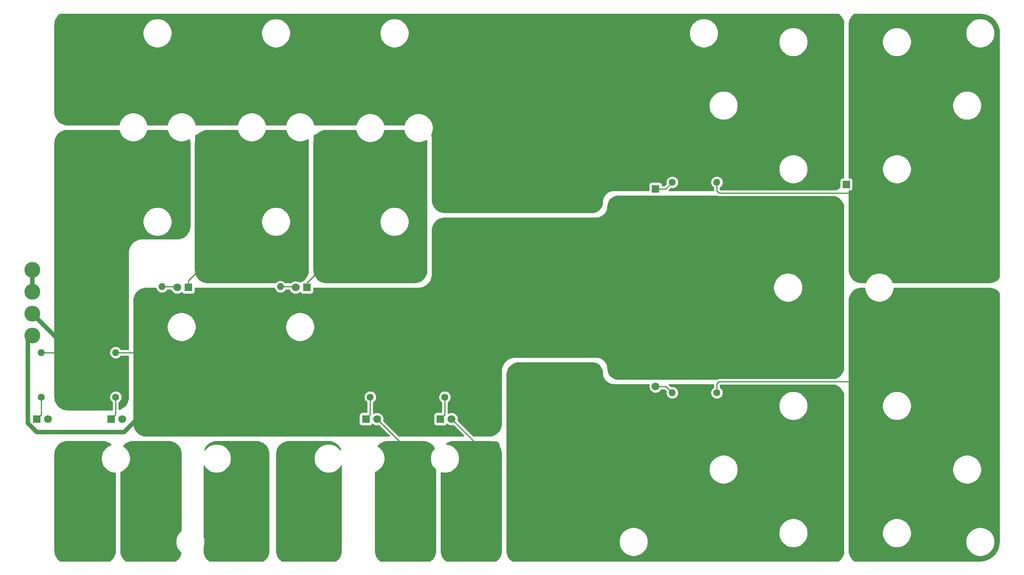
<source format=gbr>
%TF.GenerationSoftware,KiCad,Pcbnew,(5.1.8)-1*%
%TF.CreationDate,2021-07-20T16:41:24+02:00*%
%TF.ProjectId,FJElectricsPCBBack,464a456c-6563-4747-9269-637350434242,rev?*%
%TF.SameCoordinates,Original*%
%TF.FileFunction,Copper,L1,Top*%
%TF.FilePolarity,Positive*%
%FSLAX46Y46*%
G04 Gerber Fmt 4.6, Leading zero omitted, Abs format (unit mm)*
G04 Created by KiCad (PCBNEW (5.1.8)-1) date 2021-07-20 16:41:24*
%MOMM*%
%LPD*%
G01*
G04 APERTURE LIST*
%TA.AperFunction,ComponentPad*%
%ADD10C,1.800000*%
%TD*%
%TA.AperFunction,ComponentPad*%
%ADD11R,1.800000X1.800000*%
%TD*%
%TA.AperFunction,ComponentPad*%
%ADD12O,1.600000X1.600000*%
%TD*%
%TA.AperFunction,ComponentPad*%
%ADD13C,1.600000*%
%TD*%
%TA.AperFunction,ComponentPad*%
%ADD14O,3.600000X3.600000*%
%TD*%
%TA.AperFunction,ComponentPad*%
%ADD15C,2.000000*%
%TD*%
%TA.AperFunction,ComponentPad*%
%ADD16R,8.000000X8.000000*%
%TD*%
%TA.AperFunction,ComponentPad*%
%ADD17O,6.000000X7.620000*%
%TD*%
%TA.AperFunction,ComponentPad*%
%ADD18C,1.200000*%
%TD*%
%TA.AperFunction,ComponentPad*%
%ADD19O,20.000000X20.000000*%
%TD*%
%TA.AperFunction,ComponentPad*%
%ADD20C,15.000000*%
%TD*%
%TA.AperFunction,ComponentPad*%
%ADD21O,1.700000X1.700000*%
%TD*%
%TA.AperFunction,ComponentPad*%
%ADD22R,1.700000X1.700000*%
%TD*%
%TA.AperFunction,ComponentPad*%
%ADD23C,20.000000*%
%TD*%
%TA.AperFunction,Conductor*%
%ADD24C,1.000000*%
%TD*%
%TA.AperFunction,Conductor*%
%ADD25C,0.250000*%
%TD*%
%TA.AperFunction,Conductor*%
%ADD26C,0.254000*%
%TD*%
%TA.AperFunction,Conductor*%
%ADD27C,0.100000*%
%TD*%
G04 APERTURE END LIST*
D10*
%TO.P,Fuse7,2*%
%TO.N,/SCHARGER+*%
X4540000Y-70500000D03*
D11*
%TO.P,Fuse7,1*%
%TO.N,Net-(Fuse7-Pad1)*%
X2000000Y-70500000D03*
%TD*%
D12*
%TO.P,R7,2*%
%TO.N,/BATMON2+*%
X-14000000Y-55340000D03*
D13*
%TO.P,R7,1*%
%TO.N,Net-(Fuse6-Pad1)*%
X-14000000Y-65500000D03*
%TD*%
D14*
%TO.P,J4,1*%
%TO.N,/BATMON1+*%
X-16000000Y-51500000D03*
%TO.P,J4,2*%
%TO.N,/BATMON2+*%
X-16000000Y-46500000D03*
%TD*%
D15*
%TO.P,Fuse_8,2*%
%TO.N,/BATMON1+*%
X141000000Y-22000000D03*
X135000000Y-28500000D03*
X141000000Y-35000000D03*
X147500000Y-28500000D03*
X136500000Y-33500000D03*
X145500000Y-33500000D03*
X145500000Y-23500000D03*
X136500000Y-23500000D03*
%TO.P,Fuse_8,1*%
%TO.N,/FUSE8*%
X187500000Y-23500000D03*
X196500000Y-23500000D03*
X196500000Y-33500000D03*
X187500000Y-33500000D03*
X186000000Y-28500000D03*
X198500000Y-28500000D03*
X192000000Y-35000000D03*
X192000000Y-22000000D03*
%TO.P,Fuse_8,2*%
%TO.N,/BATMON1+*%
%TA.AperFunction,ComponentPad*%
G36*
G01*
X149850000Y-21700000D02*
X149850000Y-35300000D01*
G75*
G02*
X148150000Y-37000000I-1700000J0D01*
G01*
X134550000Y-37000000D01*
G75*
G02*
X132850000Y-35300000I0J1700000D01*
G01*
X132850000Y-21700000D01*
G75*
G02*
X134550000Y-20000000I1700000J0D01*
G01*
X148150000Y-20000000D01*
G75*
G02*
X149850000Y-21700000I0J-1700000D01*
G01*
G37*
%TD.AperFunction*%
%TO.P,Fuse_8,1*%
%TO.N,/FUSE8*%
%TA.AperFunction,ComponentPad*%
G36*
G01*
X200650000Y-21700000D02*
X200650000Y-35300000D01*
G75*
G02*
X198950000Y-37000000I-1700000J0D01*
G01*
X185350000Y-37000000D01*
G75*
G02*
X183650000Y-35300000I0J1700000D01*
G01*
X183650000Y-21700000D01*
G75*
G02*
X185350000Y-20000000I1700000J0D01*
G01*
X198950000Y-20000000D01*
G75*
G02*
X200650000Y-21700000I0J-1700000D01*
G01*
G37*
%TD.AperFunction*%
D16*
X180000000Y-28000000D03*
%TA.AperFunction,ComponentPad*%
G36*
G01*
X178600000Y-24800000D02*
X178600000Y-31200000D01*
G75*
G02*
X177800000Y-32000000I-800000J0D01*
G01*
X171400000Y-32000000D01*
G75*
G02*
X170600000Y-31200000I0J800000D01*
G01*
X170600000Y-24800000D01*
G75*
G02*
X171400000Y-24000000I800000J0D01*
G01*
X177800000Y-24000000D01*
G75*
G02*
X178600000Y-24800000I0J-800000D01*
G01*
G37*
%TD.AperFunction*%
%TO.P,Fuse_8,2*%
%TO.N,/BATMON1+*%
X153500000Y-28000000D03*
%TA.AperFunction,ComponentPad*%
G36*
G01*
X162900000Y-24800000D02*
X162900000Y-31200000D01*
G75*
G02*
X162100000Y-32000000I-800000J0D01*
G01*
X155700000Y-32000000D01*
G75*
G02*
X154900000Y-31200000I0J800000D01*
G01*
X154900000Y-24800000D01*
G75*
G02*
X155700000Y-24000000I800000J0D01*
G01*
X162100000Y-24000000D01*
G75*
G02*
X162900000Y-24800000I0J-800000D01*
G01*
G37*
%TD.AperFunction*%
%TD*%
D17*
%TO.P,J14,2*%
%TO.N,/MPPTPV-*%
X42520000Y-95500000D03*
%TO.P,J14,1*%
X50140000Y-95500000D03*
%TD*%
D18*
%TO.P,S1,2*%
%TO.N,/DCDCIn-*%
X98155000Y-18355000D03*
X109715000Y-18355000D03*
X96380000Y-13195000D03*
X109715000Y-8355000D03*
X104000000Y-5575000D03*
X104000000Y-20815000D03*
X98155000Y-8355000D03*
X111620000Y-13195000D03*
%TO.P,S1,1*%
%TO.N,/SHUNT_BAT_OR_ABAT-*%
X109715000Y-72885000D03*
X98285000Y-72885000D03*
X104000000Y-60185000D03*
X111620000Y-67805000D03*
X109715000Y-62965000D03*
X96380000Y-67965000D03*
X98285000Y-62965000D03*
X104000000Y-75425000D03*
D19*
%TO.P,S1,2*%
%TO.N,/DCDCIn-*%
X104000000Y-13000000D03*
%TO.P,S1,1*%
%TO.N,/SHUNT_BAT_OR_ABAT-*%
X104000000Y-68000000D03*
%TD*%
D15*
%TO.P,J28,1*%
%TO.N,/FUSE5*%
X66500000Y-19170000D03*
D20*
%TO.P,J28,2*%
%TO.N,/DCDCIn-*%
X66500000Y5430000D03*
D15*
X61000000Y5330000D03*
X70500000Y9330000D03*
X62500000Y9330000D03*
X62500000Y1830000D03*
%TO.P,J28,1*%
%TO.N,/FUSE5*%
X62500000Y-9670000D03*
%TO.P,J28,2*%
%TO.N,/DCDCIn-*%
X70500000Y1830000D03*
X72000000Y5330000D03*
%TO.P,J28,1*%
%TO.N,/FUSE5*%
X66500000Y-8170000D03*
X70500000Y-9670000D03*
%TO.P,J28,2*%
%TO.N,/DCDCIn-*%
X66500000Y10830000D03*
D20*
%TO.P,J28,1*%
%TO.N,/FUSE5*%
X66500000Y-13670000D03*
D15*
X61000000Y-13670000D03*
X70500000Y-17670000D03*
%TO.P,J28,2*%
%TO.N,/DCDCIn-*%
X66500000Y-170000D03*
%TO.P,J28,1*%
%TO.N,/FUSE5*%
X72000000Y-13670000D03*
X62500000Y-17670000D03*
%TD*%
%TO.P,J27,1*%
%TO.N,/FUSE4*%
X39500000Y-19000000D03*
D20*
%TO.P,J27,2*%
%TO.N,/DCDCIn-*%
X39500000Y5600000D03*
D15*
X34000000Y5500000D03*
X43500000Y9500000D03*
X35500000Y9500000D03*
X35500000Y2000000D03*
%TO.P,J27,1*%
%TO.N,/FUSE4*%
X35500000Y-9500000D03*
%TO.P,J27,2*%
%TO.N,/DCDCIn-*%
X43500000Y2000000D03*
X45000000Y5500000D03*
%TO.P,J27,1*%
%TO.N,/FUSE4*%
X39500000Y-8000000D03*
X43500000Y-9500000D03*
%TO.P,J27,2*%
%TO.N,/DCDCIn-*%
X39500000Y11000000D03*
D20*
%TO.P,J27,1*%
%TO.N,/FUSE4*%
X39500000Y-13500000D03*
D15*
X34000000Y-13500000D03*
X43500000Y-17500000D03*
%TO.P,J27,2*%
%TO.N,/DCDCIn-*%
X39500000Y0D03*
%TO.P,J27,1*%
%TO.N,/FUSE4*%
X45000000Y-13500000D03*
X35500000Y-17500000D03*
%TD*%
%TO.P,J7,1*%
%TO.N,/BATMON2+*%
X12500000Y-19000000D03*
D20*
%TO.P,J7,2*%
%TO.N,/DCDCIn-*%
X12500000Y5600000D03*
D15*
X7000000Y5500000D03*
X16500000Y9500000D03*
X8500000Y9500000D03*
X8500000Y2000000D03*
%TO.P,J7,1*%
%TO.N,/BATMON2+*%
X8500000Y-9500000D03*
%TO.P,J7,2*%
%TO.N,/DCDCIn-*%
X16500000Y2000000D03*
X18000000Y5500000D03*
%TO.P,J7,1*%
%TO.N,/BATMON2+*%
X12500000Y-8000000D03*
X16500000Y-9500000D03*
%TO.P,J7,2*%
%TO.N,/DCDCIn-*%
X12500000Y11000000D03*
D20*
%TO.P,J7,1*%
%TO.N,/BATMON2+*%
X12500000Y-13500000D03*
D15*
X7000000Y-13500000D03*
X16500000Y-17500000D03*
%TO.P,J7,2*%
%TO.N,/DCDCIn-*%
X12500000Y0D03*
%TO.P,J7,1*%
%TO.N,/BATMON2+*%
X18000000Y-13500000D03*
X8500000Y-17500000D03*
%TD*%
D21*
%TO.P,J26,2*%
%TO.N,/DCDCIn-*%
X166960000Y-17000000D03*
D22*
%TO.P,J26,1*%
%TO.N,/BATMON1+*%
X169500000Y-17000000D03*
%TD*%
%TO.P,J25,2*%
%TO.N,/MPPTPV+*%
%TA.AperFunction,ComponentPad*%
G36*
G01*
X37800000Y-78500000D02*
X37800000Y-84200000D01*
G75*
G02*
X36300000Y-85700000I-1500000J0D01*
G01*
X33300000Y-85700000D01*
G75*
G02*
X31800000Y-84200000I0J1500000D01*
G01*
X31800000Y-78500000D01*
G75*
G02*
X33300000Y-77000000I1500000J0D01*
G01*
X36300000Y-77000000D01*
G75*
G02*
X37800000Y-78500000I0J-1500000D01*
G01*
G37*
%TD.AperFunction*%
%TO.P,J25,1*%
%TO.N,/MPPTPV-*%
%TA.AperFunction,ComponentPad*%
G36*
G01*
X45700000Y-78500000D02*
X45700000Y-84200000D01*
G75*
G02*
X44200000Y-85700000I-1500000J0D01*
G01*
X41200000Y-85700000D01*
G75*
G02*
X39700000Y-84200000I0J1500000D01*
G01*
X39700000Y-78500000D01*
G75*
G02*
X41200000Y-77000000I1500000J0D01*
G01*
X44200000Y-77000000D01*
G75*
G02*
X45700000Y-78500000I0J-1500000D01*
G01*
G37*
%TD.AperFunction*%
%TD*%
D15*
%TO.P,J18,1*%
%TO.N,/ABAT+*%
X176500000Y-76500000D03*
X185500000Y-87500000D03*
X181000000Y-89000000D03*
X181000000Y-75000000D03*
X185500000Y-76500000D03*
%TO.P,J18,2*%
%TO.N,/SHUNT_BAT_OR_ABAT-*%
X164400000Y-82000000D03*
X150400000Y-82000000D03*
D23*
%TO.P,J18,1*%
%TO.N,/ABAT+*%
X181000000Y-82000000D03*
%TO.P,J18,2*%
%TO.N,/SHUNT_BAT_OR_ABAT-*%
X157400000Y-82000000D03*
D15*
%TO.P,J18,1*%
%TO.N,/ABAT+*%
X188000000Y-82000000D03*
X174000000Y-82000000D03*
%TO.P,J18,2*%
%TO.N,/SHUNT_BAT_OR_ABAT-*%
X157400000Y-75000000D03*
X161900000Y-76500000D03*
%TO.P,J18,1*%
%TO.N,/ABAT+*%
X176500000Y-87500000D03*
%TO.P,J18,2*%
%TO.N,/SHUNT_BAT_OR_ABAT-*%
X161900000Y-87500000D03*
X157400000Y-89000000D03*
X152900000Y-76500000D03*
X152900000Y-87500000D03*
%TD*%
%TO.P,J22,1*%
%TO.N,/FUSE8*%
X176500000Y6500000D03*
X185500000Y-4500000D03*
X181000000Y-6000000D03*
X181000000Y8000000D03*
X185500000Y6500000D03*
%TO.P,J22,2*%
%TO.N,/DCDCIn-*%
X164400000Y1000000D03*
X150400000Y1000000D03*
D23*
%TO.P,J22,1*%
%TO.N,/FUSE8*%
X181000000Y1000000D03*
%TO.P,J22,2*%
%TO.N,/DCDCIn-*%
X157400000Y1000000D03*
D15*
%TO.P,J22,1*%
%TO.N,/FUSE8*%
X188000000Y1000000D03*
X174000000Y1000000D03*
%TO.P,J22,2*%
%TO.N,/DCDCIn-*%
X157400000Y8000000D03*
X161900000Y6500000D03*
%TO.P,J22,1*%
%TO.N,/FUSE8*%
X176500000Y-4500000D03*
%TO.P,J22,2*%
%TO.N,/DCDCIn-*%
X161900000Y-4500000D03*
X157400000Y-6000000D03*
X152900000Y6500000D03*
X152900000Y-4500000D03*
%TD*%
%TO.P,J21,2*%
%TO.N,/FUSE5*%
%TA.AperFunction,ComponentPad*%
G36*
G01*
X53580000Y-5550000D02*
X57420000Y-5550000D01*
G75*
G02*
X57900000Y-6030000I0J-480000D01*
G01*
X57900000Y-11070000D01*
G75*
G02*
X57420000Y-11550000I-480000J0D01*
G01*
X53580000Y-11550000D01*
G75*
G02*
X53100000Y-11070000I0J480000D01*
G01*
X53100000Y-6030000D01*
G75*
G02*
X53580000Y-5550000I480000J0D01*
G01*
G37*
%TD.AperFunction*%
%TA.AperFunction,ComponentPad*%
G36*
G01*
X48600000Y-5550000D02*
X52440000Y-5550000D01*
G75*
G02*
X52920000Y-6030000I0J-480000D01*
G01*
X52920000Y-11070000D01*
G75*
G02*
X52440000Y-11550000I-480000J0D01*
G01*
X48600000Y-11550000D01*
G75*
G02*
X48120000Y-11070000I0J480000D01*
G01*
X48120000Y-6030000D01*
G75*
G02*
X48600000Y-5550000I480000J0D01*
G01*
G37*
%TD.AperFunction*%
%TA.AperFunction,ComponentPad*%
G36*
G01*
X53580000Y-15840000D02*
X57420000Y-15840000D01*
G75*
G02*
X57900000Y-16320000I0J-480000D01*
G01*
X57900000Y-21360000D01*
G75*
G02*
X57420000Y-21840000I-480000J0D01*
G01*
X53580000Y-21840000D01*
G75*
G02*
X53100000Y-21360000I0J480000D01*
G01*
X53100000Y-16320000D01*
G75*
G02*
X53580000Y-15840000I480000J0D01*
G01*
G37*
%TD.AperFunction*%
%TA.AperFunction,ComponentPad*%
G36*
G01*
X48600000Y-15840000D02*
X52440000Y-15840000D01*
G75*
G02*
X52920000Y-16320000I0J-480000D01*
G01*
X52920000Y-21360000D01*
G75*
G02*
X52440000Y-21840000I-480000J0D01*
G01*
X48600000Y-21840000D01*
G75*
G02*
X48120000Y-21360000I0J480000D01*
G01*
X48120000Y-16320000D01*
G75*
G02*
X48600000Y-15840000I480000J0D01*
G01*
G37*
%TD.AperFunction*%
%TO.P,J21,1*%
%TO.N,/DCDCIn-*%
%TA.AperFunction,ComponentPad*%
G36*
G01*
X48600000Y3210000D02*
X52440000Y3210000D01*
G75*
G02*
X52920000Y2730000I0J-480000D01*
G01*
X52920000Y-2310000D01*
G75*
G02*
X52440000Y-2790000I-480000J0D01*
G01*
X48600000Y-2790000D01*
G75*
G02*
X48120000Y-2310000I0J480000D01*
G01*
X48120000Y2730000D01*
G75*
G02*
X48600000Y3210000I480000J0D01*
G01*
G37*
%TD.AperFunction*%
%TA.AperFunction,ComponentPad*%
G36*
G01*
X48600000Y13500000D02*
X52440000Y13500000D01*
G75*
G02*
X52920000Y13020000I0J-480000D01*
G01*
X52920000Y7980000D01*
G75*
G02*
X52440000Y7500000I-480000J0D01*
G01*
X48600000Y7500000D01*
G75*
G02*
X48120000Y7980000I0J480000D01*
G01*
X48120000Y13020000D01*
G75*
G02*
X48600000Y13500000I480000J0D01*
G01*
G37*
%TD.AperFunction*%
%TA.AperFunction,ComponentPad*%
G36*
G01*
X53580000Y3210000D02*
X57420000Y3210000D01*
G75*
G02*
X57900000Y2730000I0J-480000D01*
G01*
X57900000Y-2310000D01*
G75*
G02*
X57420000Y-2790000I-480000J0D01*
G01*
X53580000Y-2790000D01*
G75*
G02*
X53100000Y-2310000I0J480000D01*
G01*
X53100000Y2730000D01*
G75*
G02*
X53580000Y3210000I480000J0D01*
G01*
G37*
%TD.AperFunction*%
%TA.AperFunction,ComponentPad*%
G36*
G01*
X53580000Y13500000D02*
X57420000Y13500000D01*
G75*
G02*
X57900000Y13020000I0J-480000D01*
G01*
X57900000Y7980000D01*
G75*
G02*
X57420000Y7500000I-480000J0D01*
G01*
X53580000Y7500000D01*
G75*
G02*
X53100000Y7980000I0J480000D01*
G01*
X53100000Y13020000D01*
G75*
G02*
X53580000Y13500000I480000J0D01*
G01*
G37*
%TD.AperFunction*%
%TD*%
%TO.P,J20,2*%
%TO.N,/FUSE4*%
%TA.AperFunction,ComponentPad*%
G36*
G01*
X26580000Y-5550000D02*
X30420000Y-5550000D01*
G75*
G02*
X30900000Y-6030000I0J-480000D01*
G01*
X30900000Y-11070000D01*
G75*
G02*
X30420000Y-11550000I-480000J0D01*
G01*
X26580000Y-11550000D01*
G75*
G02*
X26100000Y-11070000I0J480000D01*
G01*
X26100000Y-6030000D01*
G75*
G02*
X26580000Y-5550000I480000J0D01*
G01*
G37*
%TD.AperFunction*%
%TA.AperFunction,ComponentPad*%
G36*
G01*
X21600000Y-5550000D02*
X25440000Y-5550000D01*
G75*
G02*
X25920000Y-6030000I0J-480000D01*
G01*
X25920000Y-11070000D01*
G75*
G02*
X25440000Y-11550000I-480000J0D01*
G01*
X21600000Y-11550000D01*
G75*
G02*
X21120000Y-11070000I0J480000D01*
G01*
X21120000Y-6030000D01*
G75*
G02*
X21600000Y-5550000I480000J0D01*
G01*
G37*
%TD.AperFunction*%
%TA.AperFunction,ComponentPad*%
G36*
G01*
X26580000Y-15840000D02*
X30420000Y-15840000D01*
G75*
G02*
X30900000Y-16320000I0J-480000D01*
G01*
X30900000Y-21360000D01*
G75*
G02*
X30420000Y-21840000I-480000J0D01*
G01*
X26580000Y-21840000D01*
G75*
G02*
X26100000Y-21360000I0J480000D01*
G01*
X26100000Y-16320000D01*
G75*
G02*
X26580000Y-15840000I480000J0D01*
G01*
G37*
%TD.AperFunction*%
%TA.AperFunction,ComponentPad*%
G36*
G01*
X21600000Y-15840000D02*
X25440000Y-15840000D01*
G75*
G02*
X25920000Y-16320000I0J-480000D01*
G01*
X25920000Y-21360000D01*
G75*
G02*
X25440000Y-21840000I-480000J0D01*
G01*
X21600000Y-21840000D01*
G75*
G02*
X21120000Y-21360000I0J480000D01*
G01*
X21120000Y-16320000D01*
G75*
G02*
X21600000Y-15840000I480000J0D01*
G01*
G37*
%TD.AperFunction*%
%TO.P,J20,1*%
%TO.N,/DCDCIn-*%
%TA.AperFunction,ComponentPad*%
G36*
G01*
X21600000Y3210000D02*
X25440000Y3210000D01*
G75*
G02*
X25920000Y2730000I0J-480000D01*
G01*
X25920000Y-2310000D01*
G75*
G02*
X25440000Y-2790000I-480000J0D01*
G01*
X21600000Y-2790000D01*
G75*
G02*
X21120000Y-2310000I0J480000D01*
G01*
X21120000Y2730000D01*
G75*
G02*
X21600000Y3210000I480000J0D01*
G01*
G37*
%TD.AperFunction*%
%TA.AperFunction,ComponentPad*%
G36*
G01*
X21600000Y13500000D02*
X25440000Y13500000D01*
G75*
G02*
X25920000Y13020000I0J-480000D01*
G01*
X25920000Y7980000D01*
G75*
G02*
X25440000Y7500000I-480000J0D01*
G01*
X21600000Y7500000D01*
G75*
G02*
X21120000Y7980000I0J480000D01*
G01*
X21120000Y13020000D01*
G75*
G02*
X21600000Y13500000I480000J0D01*
G01*
G37*
%TD.AperFunction*%
%TA.AperFunction,ComponentPad*%
G36*
G01*
X26580000Y3210000D02*
X30420000Y3210000D01*
G75*
G02*
X30900000Y2730000I0J-480000D01*
G01*
X30900000Y-2310000D01*
G75*
G02*
X30420000Y-2790000I-480000J0D01*
G01*
X26580000Y-2790000D01*
G75*
G02*
X26100000Y-2310000I0J480000D01*
G01*
X26100000Y2730000D01*
G75*
G02*
X26580000Y3210000I480000J0D01*
G01*
G37*
%TD.AperFunction*%
%TA.AperFunction,ComponentPad*%
G36*
G01*
X26580000Y13500000D02*
X30420000Y13500000D01*
G75*
G02*
X30900000Y13020000I0J-480000D01*
G01*
X30900000Y7980000D01*
G75*
G02*
X30420000Y7500000I-480000J0D01*
G01*
X26580000Y7500000D01*
G75*
G02*
X26100000Y7980000I0J480000D01*
G01*
X26100000Y13020000D01*
G75*
G02*
X26580000Y13500000I480000J0D01*
G01*
G37*
%TD.AperFunction*%
%TD*%
%TO.P,J19,2*%
%TO.N,/BATMON2+*%
%TA.AperFunction,ComponentPad*%
G36*
G01*
X-420000Y-5550000D02*
X3420000Y-5550000D01*
G75*
G02*
X3900000Y-6030000I0J-480000D01*
G01*
X3900000Y-11070000D01*
G75*
G02*
X3420000Y-11550000I-480000J0D01*
G01*
X-420000Y-11550000D01*
G75*
G02*
X-900000Y-11070000I0J480000D01*
G01*
X-900000Y-6030000D01*
G75*
G02*
X-420000Y-5550000I480000J0D01*
G01*
G37*
%TD.AperFunction*%
%TA.AperFunction,ComponentPad*%
G36*
G01*
X-5400000Y-5550000D02*
X-1560000Y-5550000D01*
G75*
G02*
X-1080000Y-6030000I0J-480000D01*
G01*
X-1080000Y-11070000D01*
G75*
G02*
X-1560000Y-11550000I-480000J0D01*
G01*
X-5400000Y-11550000D01*
G75*
G02*
X-5880000Y-11070000I0J480000D01*
G01*
X-5880000Y-6030000D01*
G75*
G02*
X-5400000Y-5550000I480000J0D01*
G01*
G37*
%TD.AperFunction*%
%TA.AperFunction,ComponentPad*%
G36*
G01*
X-420000Y-15840000D02*
X3420000Y-15840000D01*
G75*
G02*
X3900000Y-16320000I0J-480000D01*
G01*
X3900000Y-21360000D01*
G75*
G02*
X3420000Y-21840000I-480000J0D01*
G01*
X-420000Y-21840000D01*
G75*
G02*
X-900000Y-21360000I0J480000D01*
G01*
X-900000Y-16320000D01*
G75*
G02*
X-420000Y-15840000I480000J0D01*
G01*
G37*
%TD.AperFunction*%
%TA.AperFunction,ComponentPad*%
G36*
G01*
X-5400000Y-15840000D02*
X-1560000Y-15840000D01*
G75*
G02*
X-1080000Y-16320000I0J-480000D01*
G01*
X-1080000Y-21360000D01*
G75*
G02*
X-1560000Y-21840000I-480000J0D01*
G01*
X-5400000Y-21840000D01*
G75*
G02*
X-5880000Y-21360000I0J480000D01*
G01*
X-5880000Y-16320000D01*
G75*
G02*
X-5400000Y-15840000I480000J0D01*
G01*
G37*
%TD.AperFunction*%
%TO.P,J19,1*%
%TO.N,/DCDCIn-*%
%TA.AperFunction,ComponentPad*%
G36*
G01*
X-5400000Y3210000D02*
X-1560000Y3210000D01*
G75*
G02*
X-1080000Y2730000I0J-480000D01*
G01*
X-1080000Y-2310000D01*
G75*
G02*
X-1560000Y-2790000I-480000J0D01*
G01*
X-5400000Y-2790000D01*
G75*
G02*
X-5880000Y-2310000I0J480000D01*
G01*
X-5880000Y2730000D01*
G75*
G02*
X-5400000Y3210000I480000J0D01*
G01*
G37*
%TD.AperFunction*%
%TA.AperFunction,ComponentPad*%
G36*
G01*
X-5400000Y13500000D02*
X-1560000Y13500000D01*
G75*
G02*
X-1080000Y13020000I0J-480000D01*
G01*
X-1080000Y7980000D01*
G75*
G02*
X-1560000Y7500000I-480000J0D01*
G01*
X-5400000Y7500000D01*
G75*
G02*
X-5880000Y7980000I0J480000D01*
G01*
X-5880000Y13020000D01*
G75*
G02*
X-5400000Y13500000I480000J0D01*
G01*
G37*
%TD.AperFunction*%
%TA.AperFunction,ComponentPad*%
G36*
G01*
X-420000Y3210000D02*
X3420000Y3210000D01*
G75*
G02*
X3900000Y2730000I0J-480000D01*
G01*
X3900000Y-2310000D01*
G75*
G02*
X3420000Y-2790000I-480000J0D01*
G01*
X-420000Y-2790000D01*
G75*
G02*
X-900000Y-2310000I0J480000D01*
G01*
X-900000Y2730000D01*
G75*
G02*
X-420000Y3210000I480000J0D01*
G01*
G37*
%TD.AperFunction*%
%TA.AperFunction,ComponentPad*%
G36*
G01*
X-420000Y13500000D02*
X3420000Y13500000D01*
G75*
G02*
X3900000Y13020000I0J-480000D01*
G01*
X3900000Y7980000D01*
G75*
G02*
X3420000Y7500000I-480000J0D01*
G01*
X-420000Y7500000D01*
G75*
G02*
X-900000Y7980000I0J480000D01*
G01*
X-900000Y13020000D01*
G75*
G02*
X-420000Y13500000I480000J0D01*
G01*
G37*
%TD.AperFunction*%
%TD*%
D17*
%TO.P,J6,2*%
%TO.N,/DCDCIn+*%
X-320000Y-95500000D03*
%TO.P,J6,1*%
%TO.N,/SCHARGER+*%
X7300000Y-95500000D03*
%TD*%
D12*
%TO.P,R1,2*%
%TO.N,/BATMON1+*%
X3000000Y-55340000D03*
D13*
%TO.P,R1,1*%
%TO.N,Net-(Fuse7-Pad1)*%
X3000000Y-65500000D03*
%TD*%
%TO.P,Fuse_6,1*%
%TO.N,/SCHARGER+*%
%TA.AperFunction,ComponentPad*%
G36*
G01*
X14700000Y-89000000D02*
X8300000Y-89000000D01*
G75*
G02*
X7500000Y-88200000I0J800000D01*
G01*
X7500000Y-81800000D01*
G75*
G02*
X8300000Y-81000000I800000J0D01*
G01*
X14700000Y-81000000D01*
G75*
G02*
X15500000Y-81800000I0J-800000D01*
G01*
X15500000Y-88200000D01*
G75*
G02*
X14700000Y-89000000I-800000J0D01*
G01*
G37*
%TD.AperFunction*%
%TA.AperFunction,ComponentPad*%
G36*
G01*
X14700000Y-83600000D02*
X8300000Y-83600000D01*
G75*
G02*
X7500000Y-82800000I0J800000D01*
G01*
X7500000Y-76400000D01*
G75*
G02*
X8300000Y-75600000I800000J0D01*
G01*
X14700000Y-75600000D01*
G75*
G02*
X15500000Y-76400000I0J-800000D01*
G01*
X15500000Y-82800000D01*
G75*
G02*
X14700000Y-83600000I-800000J0D01*
G01*
G37*
%TD.AperFunction*%
%TO.P,Fuse_6,2*%
%TO.N,/BATMON1+*%
%TA.AperFunction,ComponentPad*%
G36*
G01*
X14700000Y-67900000D02*
X8300000Y-67900000D01*
G75*
G02*
X7500000Y-67100000I0J800000D01*
G01*
X7500000Y-60700000D01*
G75*
G02*
X8300000Y-59900000I800000J0D01*
G01*
X14700000Y-59900000D01*
G75*
G02*
X15500000Y-60700000I0J-800000D01*
G01*
X15500000Y-67100000D01*
G75*
G02*
X14700000Y-67900000I-800000J0D01*
G01*
G37*
%TD.AperFunction*%
%TA.AperFunction,ComponentPad*%
G36*
G01*
X14700000Y-62500000D02*
X8300000Y-62500000D01*
G75*
G02*
X7500000Y-61700000I0J800000D01*
G01*
X7500000Y-55300000D01*
G75*
G02*
X8300000Y-54500000I800000J0D01*
G01*
X14700000Y-54500000D01*
G75*
G02*
X15500000Y-55300000I0J-800000D01*
G01*
X15500000Y-61700000D01*
G75*
G02*
X14700000Y-62500000I-800000J0D01*
G01*
G37*
%TD.AperFunction*%
%TD*%
D10*
%TO.P,Fuse3,2*%
%TO.N,Net-(Fuse3-Pad2)*%
X126000000Y-63040000D03*
D11*
%TO.P,Fuse3,1*%
%TO.N,/BATMON1+*%
X126000000Y-60500000D03*
%TD*%
D15*
%TO.P,Fuse_3,2*%
%TO.N,/BATMON1+*%
X141000000Y-46000000D03*
X135000000Y-52500000D03*
X141000000Y-59000000D03*
X147500000Y-52500000D03*
X136500000Y-57500000D03*
X145500000Y-57500000D03*
X145500000Y-47500000D03*
X136500000Y-47500000D03*
%TO.P,Fuse_3,1*%
%TO.N,/ABAT+*%
X187500000Y-47500000D03*
X196500000Y-47500000D03*
X196500000Y-57500000D03*
X187500000Y-57500000D03*
X186000000Y-52500000D03*
X198500000Y-52500000D03*
X192000000Y-59000000D03*
X192000000Y-46000000D03*
%TO.P,Fuse_3,2*%
%TO.N,/BATMON1+*%
%TA.AperFunction,ComponentPad*%
G36*
G01*
X149850000Y-45700000D02*
X149850000Y-59300000D01*
G75*
G02*
X148150000Y-61000000I-1700000J0D01*
G01*
X134550000Y-61000000D01*
G75*
G02*
X132850000Y-59300000I0J1700000D01*
G01*
X132850000Y-45700000D01*
G75*
G02*
X134550000Y-44000000I1700000J0D01*
G01*
X148150000Y-44000000D01*
G75*
G02*
X149850000Y-45700000I0J-1700000D01*
G01*
G37*
%TD.AperFunction*%
%TO.P,Fuse_3,1*%
%TO.N,/ABAT+*%
%TA.AperFunction,ComponentPad*%
G36*
G01*
X200650000Y-45700000D02*
X200650000Y-59300000D01*
G75*
G02*
X198950000Y-61000000I-1700000J0D01*
G01*
X185350000Y-61000000D01*
G75*
G02*
X183650000Y-59300000I0J1700000D01*
G01*
X183650000Y-45700000D01*
G75*
G02*
X185350000Y-44000000I1700000J0D01*
G01*
X198950000Y-44000000D01*
G75*
G02*
X200650000Y-45700000I0J-1700000D01*
G01*
G37*
%TD.AperFunction*%
D16*
X180000000Y-52000000D03*
%TA.AperFunction,ComponentPad*%
G36*
G01*
X178600000Y-48800000D02*
X178600000Y-55200000D01*
G75*
G02*
X177800000Y-56000000I-800000J0D01*
G01*
X171400000Y-56000000D01*
G75*
G02*
X170600000Y-55200000I0J800000D01*
G01*
X170600000Y-48800000D01*
G75*
G02*
X171400000Y-48000000I800000J0D01*
G01*
X177800000Y-48000000D01*
G75*
G02*
X178600000Y-48800000I0J-800000D01*
G01*
G37*
%TD.AperFunction*%
%TO.P,Fuse_3,2*%
%TO.N,/BATMON1+*%
X153500000Y-52000000D03*
%TA.AperFunction,ComponentPad*%
G36*
G01*
X162900000Y-48800000D02*
X162900000Y-55200000D01*
G75*
G02*
X162100000Y-56000000I-800000J0D01*
G01*
X155700000Y-56000000D01*
G75*
G02*
X154900000Y-55200000I0J800000D01*
G01*
X154900000Y-48800000D01*
G75*
G02*
X155700000Y-48000000I800000J0D01*
G01*
X162100000Y-48000000D01*
G75*
G02*
X162900000Y-48800000I0J-800000D01*
G01*
G37*
%TD.AperFunction*%
%TD*%
%TO.P,Fuse_4,1*%
%TO.N,/BATMON1+*%
%TA.AperFunction,ComponentPad*%
G36*
G01*
X29700000Y-59000000D02*
X23300000Y-59000000D01*
G75*
G02*
X22500000Y-58200000I0J800000D01*
G01*
X22500000Y-51800000D01*
G75*
G02*
X23300000Y-51000000I800000J0D01*
G01*
X29700000Y-51000000D01*
G75*
G02*
X30500000Y-51800000I0J-800000D01*
G01*
X30500000Y-58200000D01*
G75*
G02*
X29700000Y-59000000I-800000J0D01*
G01*
G37*
%TD.AperFunction*%
%TA.AperFunction,ComponentPad*%
G36*
G01*
X29700000Y-53600000D02*
X23300000Y-53600000D01*
G75*
G02*
X22500000Y-52800000I0J800000D01*
G01*
X22500000Y-46400000D01*
G75*
G02*
X23300000Y-45600000I800000J0D01*
G01*
X29700000Y-45600000D01*
G75*
G02*
X30500000Y-46400000I0J-800000D01*
G01*
X30500000Y-52800000D01*
G75*
G02*
X29700000Y-53600000I-800000J0D01*
G01*
G37*
%TD.AperFunction*%
%TO.P,Fuse_4,2*%
%TO.N,/FUSE4*%
%TA.AperFunction,ComponentPad*%
G36*
G01*
X29700000Y-37900000D02*
X23300000Y-37900000D01*
G75*
G02*
X22500000Y-37100000I0J800000D01*
G01*
X22500000Y-30700000D01*
G75*
G02*
X23300000Y-29900000I800000J0D01*
G01*
X29700000Y-29900000D01*
G75*
G02*
X30500000Y-30700000I0J-800000D01*
G01*
X30500000Y-37100000D01*
G75*
G02*
X29700000Y-37900000I-800000J0D01*
G01*
G37*
%TD.AperFunction*%
%TA.AperFunction,ComponentPad*%
G36*
G01*
X29700000Y-32500000D02*
X23300000Y-32500000D01*
G75*
G02*
X22500000Y-31700000I0J800000D01*
G01*
X22500000Y-25300000D01*
G75*
G02*
X23300000Y-24500000I800000J0D01*
G01*
X29700000Y-24500000D01*
G75*
G02*
X30500000Y-25300000I0J-800000D01*
G01*
X30500000Y-31700000D01*
G75*
G02*
X29700000Y-32500000I-800000J0D01*
G01*
G37*
%TD.AperFunction*%
%TD*%
D12*
%TO.P,R8,2*%
%TO.N,Net-(Fuse5-Pad2)*%
X40540000Y-40340000D03*
D13*
%TO.P,R8,1*%
%TO.N,/BATMON1+*%
X40540000Y-50500000D03*
%TD*%
D12*
%TO.P,R6,2*%
%TO.N,Net-(Fuse4-Pad2)*%
X13540000Y-40340000D03*
D13*
%TO.P,R6,1*%
%TO.N,/BATMON1+*%
X13540000Y-50500000D03*
%TD*%
D12*
%TO.P,R5,2*%
%TO.N,/BATMON1+*%
X61000000Y-55340000D03*
D13*
%TO.P,R5,1*%
%TO.N,Net-(Fuse2-Pad1)*%
X61000000Y-65500000D03*
%TD*%
D12*
%TO.P,R4,2*%
%TO.N,/BATMON1+*%
X78000000Y-55340000D03*
D13*
%TO.P,R4,1*%
%TO.N,Net-(Fuse1-Pad1)*%
X78000000Y-65500000D03*
%TD*%
%TO.P,R3,1*%
%TO.N,Net-(Fuse8-Pad1)*%
X129840000Y-16500000D03*
D12*
%TO.P,R3,2*%
%TO.N,/FUSE8*%
X140000000Y-16500000D03*
%TD*%
%TO.P,R2,2*%
%TO.N,Net-(Fuse3-Pad2)*%
X129840000Y-64500000D03*
D13*
%TO.P,R2,1*%
%TO.N,/ABAT+*%
X140000000Y-64500000D03*
%TD*%
D10*
%TO.P,Fuse8,2*%
%TO.N,/BATMON1+*%
X126000000Y-20540000D03*
D11*
%TO.P,Fuse8,1*%
%TO.N,Net-(Fuse8-Pad1)*%
X126000000Y-18000000D03*
%TD*%
D10*
%TO.P,Fuse6,2*%
%TO.N,/DCDCIn+*%
X-12460000Y-70500000D03*
D11*
%TO.P,Fuse6,1*%
%TO.N,Net-(Fuse6-Pad1)*%
X-15000000Y-70500000D03*
%TD*%
D10*
%TO.P,Fuse5,2*%
%TO.N,Net-(Fuse5-Pad2)*%
X44000000Y-40500000D03*
D11*
%TO.P,Fuse5,1*%
%TO.N,/FUSE5*%
X46540000Y-40500000D03*
%TD*%
D10*
%TO.P,Fuse4,2*%
%TO.N,Net-(Fuse4-Pad2)*%
X17000000Y-40500000D03*
D11*
%TO.P,Fuse4,1*%
%TO.N,/FUSE4*%
X19540000Y-40500000D03*
%TD*%
D10*
%TO.P,Fuse2,2*%
%TO.N,/DCDCOut+*%
X62540000Y-70500000D03*
D11*
%TO.P,Fuse2,1*%
%TO.N,Net-(Fuse2-Pad1)*%
X60000000Y-70500000D03*
%TD*%
D10*
%TO.P,Fuse1,2*%
%TO.N,/MPPTBAT+*%
X79540000Y-70500000D03*
D11*
%TO.P,Fuse1,1*%
%TO.N,Net-(Fuse1-Pad1)*%
X77000000Y-70500000D03*
%TD*%
D17*
%TO.P,J12,2*%
%TO.N,/DCDCIn-*%
X129085000Y14500000D03*
%TO.P,J12,1*%
X121465000Y14500000D03*
%TD*%
%TO.P,J10,2*%
%TO.N,/DCDCIn-*%
X86620000Y14500000D03*
%TO.P,J10,1*%
X79000000Y14500000D03*
%TD*%
D14*
%TO.P,J15,1*%
%TO.N,/DCDCCtl*%
X-16000000Y-41500000D03*
%TO.P,J15,2*%
X-16000000Y-36500000D03*
%TD*%
D17*
%TO.P,J13,2*%
%TO.N,/MPPTPV+*%
X27380000Y-95500000D03*
%TO.P,J13,1*%
X35000000Y-95500000D03*
%TD*%
%TO.P,J1,2*%
%TO.N,/DCDCOut+*%
X72680000Y-95500000D03*
%TO.P,J1,1*%
%TO.N,/MPPTBAT+*%
X80300000Y-95500000D03*
%TD*%
%TO.P,Fuse_7,1*%
%TO.N,/DCDCIn+*%
%TA.AperFunction,ComponentPad*%
G36*
G01*
X-2300000Y-89000000D02*
X-8700000Y-89000000D01*
G75*
G02*
X-9500000Y-88200000I0J800000D01*
G01*
X-9500000Y-81800000D01*
G75*
G02*
X-8700000Y-81000000I800000J0D01*
G01*
X-2300000Y-81000000D01*
G75*
G02*
X-1500000Y-81800000I0J-800000D01*
G01*
X-1500000Y-88200000D01*
G75*
G02*
X-2300000Y-89000000I-800000J0D01*
G01*
G37*
%TD.AperFunction*%
%TA.AperFunction,ComponentPad*%
G36*
G01*
X-2300000Y-83600000D02*
X-8700000Y-83600000D01*
G75*
G02*
X-9500000Y-82800000I0J800000D01*
G01*
X-9500000Y-76400000D01*
G75*
G02*
X-8700000Y-75600000I800000J0D01*
G01*
X-2300000Y-75600000D01*
G75*
G02*
X-1500000Y-76400000I0J-800000D01*
G01*
X-1500000Y-82800000D01*
G75*
G02*
X-2300000Y-83600000I-800000J0D01*
G01*
G37*
%TD.AperFunction*%
%TO.P,Fuse_7,2*%
%TO.N,/BATMON2+*%
%TA.AperFunction,ComponentPad*%
G36*
G01*
X-2300000Y-67900000D02*
X-8700000Y-67900000D01*
G75*
G02*
X-9500000Y-67100000I0J800000D01*
G01*
X-9500000Y-60700000D01*
G75*
G02*
X-8700000Y-59900000I800000J0D01*
G01*
X-2300000Y-59900000D01*
G75*
G02*
X-1500000Y-60700000I0J-800000D01*
G01*
X-1500000Y-67100000D01*
G75*
G02*
X-2300000Y-67900000I-800000J0D01*
G01*
G37*
%TD.AperFunction*%
%TA.AperFunction,ComponentPad*%
G36*
G01*
X-2300000Y-62500000D02*
X-8700000Y-62500000D01*
G75*
G02*
X-9500000Y-61700000I0J800000D01*
G01*
X-9500000Y-55300000D01*
G75*
G02*
X-8700000Y-54500000I800000J0D01*
G01*
X-2300000Y-54500000D01*
G75*
G02*
X-1500000Y-55300000I0J-800000D01*
G01*
X-1500000Y-61700000D01*
G75*
G02*
X-2300000Y-62500000I-800000J0D01*
G01*
G37*
%TD.AperFunction*%
%TD*%
%TO.P,Fuse_2,1*%
%TO.N,/DCDCOut+*%
%TA.AperFunction,ComponentPad*%
G36*
G01*
X72700000Y-89000000D02*
X66300000Y-89000000D01*
G75*
G02*
X65500000Y-88200000I0J800000D01*
G01*
X65500000Y-81800000D01*
G75*
G02*
X66300000Y-81000000I800000J0D01*
G01*
X72700000Y-81000000D01*
G75*
G02*
X73500000Y-81800000I0J-800000D01*
G01*
X73500000Y-88200000D01*
G75*
G02*
X72700000Y-89000000I-800000J0D01*
G01*
G37*
%TD.AperFunction*%
%TA.AperFunction,ComponentPad*%
G36*
G01*
X72700000Y-83600000D02*
X66300000Y-83600000D01*
G75*
G02*
X65500000Y-82800000I0J800000D01*
G01*
X65500000Y-76400000D01*
G75*
G02*
X66300000Y-75600000I800000J0D01*
G01*
X72700000Y-75600000D01*
G75*
G02*
X73500000Y-76400000I0J-800000D01*
G01*
X73500000Y-82800000D01*
G75*
G02*
X72700000Y-83600000I-800000J0D01*
G01*
G37*
%TD.AperFunction*%
%TO.P,Fuse_2,2*%
%TO.N,/BATMON1+*%
%TA.AperFunction,ComponentPad*%
G36*
G01*
X72700000Y-67900000D02*
X66300000Y-67900000D01*
G75*
G02*
X65500000Y-67100000I0J800000D01*
G01*
X65500000Y-60700000D01*
G75*
G02*
X66300000Y-59900000I800000J0D01*
G01*
X72700000Y-59900000D01*
G75*
G02*
X73500000Y-60700000I0J-800000D01*
G01*
X73500000Y-67100000D01*
G75*
G02*
X72700000Y-67900000I-800000J0D01*
G01*
G37*
%TD.AperFunction*%
%TA.AperFunction,ComponentPad*%
G36*
G01*
X72700000Y-62500000D02*
X66300000Y-62500000D01*
G75*
G02*
X65500000Y-61700000I0J800000D01*
G01*
X65500000Y-55300000D01*
G75*
G02*
X66300000Y-54500000I800000J0D01*
G01*
X72700000Y-54500000D01*
G75*
G02*
X73500000Y-55300000I0J-800000D01*
G01*
X73500000Y-61700000D01*
G75*
G02*
X72700000Y-62500000I-800000J0D01*
G01*
G37*
%TD.AperFunction*%
%TD*%
%TO.P,Fuse_1,1*%
%TO.N,/MPPTBAT+*%
%TA.AperFunction,ComponentPad*%
G36*
G01*
X89700000Y-89000000D02*
X83300000Y-89000000D01*
G75*
G02*
X82500000Y-88200000I0J800000D01*
G01*
X82500000Y-81800000D01*
G75*
G02*
X83300000Y-81000000I800000J0D01*
G01*
X89700000Y-81000000D01*
G75*
G02*
X90500000Y-81800000I0J-800000D01*
G01*
X90500000Y-88200000D01*
G75*
G02*
X89700000Y-89000000I-800000J0D01*
G01*
G37*
%TD.AperFunction*%
%TA.AperFunction,ComponentPad*%
G36*
G01*
X89700000Y-83600000D02*
X83300000Y-83600000D01*
G75*
G02*
X82500000Y-82800000I0J800000D01*
G01*
X82500000Y-76400000D01*
G75*
G02*
X83300000Y-75600000I800000J0D01*
G01*
X89700000Y-75600000D01*
G75*
G02*
X90500000Y-76400000I0J-800000D01*
G01*
X90500000Y-82800000D01*
G75*
G02*
X89700000Y-83600000I-800000J0D01*
G01*
G37*
%TD.AperFunction*%
%TO.P,Fuse_1,2*%
%TO.N,/BATMON1+*%
%TA.AperFunction,ComponentPad*%
G36*
G01*
X89700000Y-67900000D02*
X83300000Y-67900000D01*
G75*
G02*
X82500000Y-67100000I0J800000D01*
G01*
X82500000Y-60700000D01*
G75*
G02*
X83300000Y-59900000I800000J0D01*
G01*
X89700000Y-59900000D01*
G75*
G02*
X90500000Y-60700000I0J-800000D01*
G01*
X90500000Y-67100000D01*
G75*
G02*
X89700000Y-67900000I-800000J0D01*
G01*
G37*
%TD.AperFunction*%
%TA.AperFunction,ComponentPad*%
G36*
G01*
X89700000Y-62500000D02*
X83300000Y-62500000D01*
G75*
G02*
X82500000Y-61700000I0J800000D01*
G01*
X82500000Y-55300000D01*
G75*
G02*
X83300000Y-54500000I800000J0D01*
G01*
X89700000Y-54500000D01*
G75*
G02*
X90500000Y-55300000I0J-800000D01*
G01*
X90500000Y-61700000D01*
G75*
G02*
X89700000Y-62500000I-800000J0D01*
G01*
G37*
%TD.AperFunction*%
%TD*%
%TO.P,Fuse_5,1*%
%TO.N,/BATMON1+*%
%TA.AperFunction,ComponentPad*%
G36*
G01*
X56700000Y-59000000D02*
X50300000Y-59000000D01*
G75*
G02*
X49500000Y-58200000I0J800000D01*
G01*
X49500000Y-51800000D01*
G75*
G02*
X50300000Y-51000000I800000J0D01*
G01*
X56700000Y-51000000D01*
G75*
G02*
X57500000Y-51800000I0J-800000D01*
G01*
X57500000Y-58200000D01*
G75*
G02*
X56700000Y-59000000I-800000J0D01*
G01*
G37*
%TD.AperFunction*%
%TA.AperFunction,ComponentPad*%
G36*
G01*
X56700000Y-53600000D02*
X50300000Y-53600000D01*
G75*
G02*
X49500000Y-52800000I0J800000D01*
G01*
X49500000Y-46400000D01*
G75*
G02*
X50300000Y-45600000I800000J0D01*
G01*
X56700000Y-45600000D01*
G75*
G02*
X57500000Y-46400000I0J-800000D01*
G01*
X57500000Y-52800000D01*
G75*
G02*
X56700000Y-53600000I-800000J0D01*
G01*
G37*
%TD.AperFunction*%
%TO.P,Fuse_5,2*%
%TO.N,/FUSE5*%
%TA.AperFunction,ComponentPad*%
G36*
G01*
X56700000Y-37900000D02*
X50300000Y-37900000D01*
G75*
G02*
X49500000Y-37100000I0J800000D01*
G01*
X49500000Y-30700000D01*
G75*
G02*
X50300000Y-29900000I800000J0D01*
G01*
X56700000Y-29900000D01*
G75*
G02*
X57500000Y-30700000I0J-800000D01*
G01*
X57500000Y-37100000D01*
G75*
G02*
X56700000Y-37900000I-800000J0D01*
G01*
G37*
%TD.AperFunction*%
%TA.AperFunction,ComponentPad*%
G36*
G01*
X56700000Y-32500000D02*
X50300000Y-32500000D01*
G75*
G02*
X49500000Y-31700000I0J800000D01*
G01*
X49500000Y-25300000D01*
G75*
G02*
X50300000Y-24500000I800000J0D01*
G01*
X56700000Y-24500000D01*
G75*
G02*
X57500000Y-25300000I0J-800000D01*
G01*
X57500000Y-31700000D01*
G75*
G02*
X56700000Y-32500000I-800000J0D01*
G01*
G37*
%TD.AperFunction*%
%TD*%
D24*
%TO.N,/DCDCCtl*%
X-16000000Y-41500000D02*
X-16000000Y-36500000D01*
D25*
%TO.N,Net-(Fuse1-Pad1)*%
X78000000Y-69500000D02*
X77000000Y-70500000D01*
X78000000Y-65500000D02*
X78000000Y-69500000D01*
%TO.N,/MPPTBAT+*%
X86000000Y-76960000D02*
X86000000Y-78100000D01*
X79540000Y-70500000D02*
X86000000Y-76960000D01*
%TO.N,/DCDCOut+*%
X69000000Y-76960000D02*
X69000000Y-78100000D01*
X62540000Y-70500000D02*
X69000000Y-76960000D01*
%TO.N,/ABAT+*%
X172000000Y-56100000D02*
X175600000Y-52500000D01*
X140000000Y-62500000D02*
X140500000Y-62000000D01*
X140500000Y-62000000D02*
X172000000Y-62000000D01*
X175600000Y-53400000D02*
X175600000Y-50500000D01*
X172000000Y-62000000D02*
X172000000Y-56100000D01*
X140000000Y-64500000D02*
X140000000Y-62500000D01*
%TO.N,Net-(Fuse4-Pad2)*%
X16840000Y-40340000D02*
X17000000Y-40500000D01*
X13540000Y-40340000D02*
X16840000Y-40340000D01*
%TO.N,/FUSE4*%
X19540000Y-40500000D02*
X19540000Y-38960000D01*
X23100000Y-35400000D02*
X26000000Y-35400000D01*
X19540000Y-38960000D02*
X23100000Y-35400000D01*
%TO.N,Net-(Fuse5-Pad2)*%
X43840000Y-40340000D02*
X44000000Y-40500000D01*
X40540000Y-40340000D02*
X43840000Y-40340000D01*
%TO.N,/FUSE5*%
X46540000Y-40500000D02*
X46540000Y-39460000D01*
X50600000Y-35400000D02*
X53000000Y-35400000D01*
X46540000Y-39460000D02*
X50600000Y-35400000D01*
%TO.N,Net-(Fuse6-Pad1)*%
X-14000000Y-69500000D02*
X-15000000Y-70500000D01*
X-14000000Y-65500000D02*
X-14000000Y-69500000D01*
%TO.N,/BATMON2+*%
X-7940000Y-65340000D02*
X-6000000Y-63400000D01*
D24*
X-6000000Y-56500000D02*
X-6000000Y-57000000D01*
X-16000000Y-46500000D02*
X-6000000Y-56500000D01*
D25*
X-7660000Y-55340000D02*
X-6000000Y-57000000D01*
X-14000000Y-55340000D02*
X-7660000Y-55340000D01*
%TO.N,/FUSE8*%
X173000000Y-19000000D02*
X175600000Y-21600000D01*
X140000000Y-16500000D02*
X140000000Y-18500000D01*
X140500000Y-19000000D02*
X173000000Y-19000000D01*
X175600000Y-21600000D02*
X175600000Y-28500000D01*
X140000000Y-18500000D02*
X140500000Y-19000000D01*
%TO.N,/BATMON1+*%
X9340000Y-55340000D02*
X11000000Y-57000000D01*
X3000000Y-55340000D02*
X9340000Y-55340000D01*
D24*
X11000000Y-67408002D02*
X11000000Y-65400000D01*
X4908002Y-73500000D02*
X11000000Y-67408002D01*
X-15000000Y-73500000D02*
X4908002Y-73500000D01*
X-17000000Y-71500000D02*
X-15000000Y-73500000D01*
X-17000000Y-52500000D02*
X-17000000Y-71500000D01*
X-16000000Y-51500000D02*
X-17000000Y-52500000D01*
D25*
%TO.N,Net-(Fuse7-Pad1)*%
X3000000Y-69500000D02*
X2000000Y-70500000D01*
X3000000Y-65500000D02*
X3000000Y-69500000D01*
%TO.N,Net-(Fuse2-Pad1)*%
X61000000Y-69500000D02*
X60000000Y-70500000D01*
X61000000Y-65500000D02*
X61000000Y-69500000D01*
%TO.N,Net-(Fuse3-Pad2)*%
X128380000Y-63040000D02*
X129840000Y-64500000D01*
X126000000Y-63040000D02*
X128380000Y-63040000D01*
%TO.N,Net-(Fuse8-Pad1)*%
X128340000Y-18000000D02*
X129840000Y-16500000D01*
X126000000Y-18000000D02*
X128340000Y-18000000D01*
%TD*%
D26*
%TO.N,/FUSE5*%
X57800855Y-5090450D02*
X58051651Y-5695925D01*
X58415750Y-6240839D01*
X58879161Y-6704250D01*
X59424075Y-7068349D01*
X60029550Y-7319145D01*
X60672319Y-7447000D01*
X61327681Y-7447000D01*
X61970450Y-7319145D01*
X62575925Y-7068349D01*
X63120839Y-6704250D01*
X63584250Y-6240839D01*
X63948349Y-5695925D01*
X64199145Y-5090450D01*
X64291331Y-4627000D01*
X68708669Y-4627000D01*
X68800855Y-5090450D01*
X69051651Y-5695925D01*
X69415750Y-6240839D01*
X69879161Y-6704250D01*
X70424075Y-7068349D01*
X71029550Y-7319145D01*
X71672319Y-7447000D01*
X72327681Y-7447000D01*
X72970450Y-7319145D01*
X73575925Y-7068349D01*
X73809527Y-6912262D01*
X73854737Y-7178354D01*
X73873000Y-7503560D01*
X73873000Y-36496440D01*
X73854737Y-36821646D01*
X73800772Y-37139266D01*
X73711591Y-37448818D01*
X73588300Y-37746468D01*
X73432471Y-38028421D01*
X73246049Y-38291156D01*
X73031376Y-38531376D01*
X72791156Y-38746049D01*
X72528421Y-38932471D01*
X72246468Y-39088300D01*
X71948818Y-39211591D01*
X71639266Y-39300772D01*
X71321646Y-39354737D01*
X70996440Y-39373000D01*
X51003560Y-39373000D01*
X50678354Y-39354737D01*
X50360734Y-39300772D01*
X50051182Y-39211591D01*
X49753532Y-39088300D01*
X49471579Y-38932471D01*
X49208844Y-38746049D01*
X48968624Y-38531376D01*
X48753951Y-38291156D01*
X48567529Y-38028421D01*
X48411700Y-37746468D01*
X48288409Y-37448818D01*
X48199228Y-37139266D01*
X48145263Y-36821646D01*
X48127000Y-36496440D01*
X48127000Y-25172319D01*
X63173000Y-25172319D01*
X63173000Y-25827681D01*
X63300855Y-26470450D01*
X63551651Y-27075925D01*
X63915750Y-27620839D01*
X64379161Y-28084250D01*
X64924075Y-28448349D01*
X65529550Y-28699145D01*
X66172319Y-28827000D01*
X66827681Y-28827000D01*
X67470450Y-28699145D01*
X68075925Y-28448349D01*
X68620839Y-28084250D01*
X69084250Y-27620839D01*
X69448349Y-27075925D01*
X69699145Y-26470450D01*
X69827000Y-25827681D01*
X69827000Y-25172319D01*
X69699145Y-24529550D01*
X69448349Y-23924075D01*
X69084250Y-23379161D01*
X68620839Y-22915750D01*
X68075925Y-22551651D01*
X67470450Y-22300855D01*
X66827681Y-22173000D01*
X66172319Y-22173000D01*
X65529550Y-22300855D01*
X64924075Y-22551651D01*
X64379161Y-22915750D01*
X63915750Y-23379161D01*
X63551651Y-23924075D01*
X63300855Y-24529550D01*
X63173000Y-25172319D01*
X48127000Y-25172319D01*
X48127000Y-7503560D01*
X48145263Y-7178354D01*
X48199228Y-6860734D01*
X48288409Y-6551182D01*
X48411700Y-6253532D01*
X48567529Y-5971579D01*
X48753951Y-5708844D01*
X48968624Y-5468624D01*
X49208844Y-5253951D01*
X49471579Y-5067529D01*
X49753532Y-4911700D01*
X50051182Y-4788409D01*
X50360734Y-4699228D01*
X50678354Y-4645263D01*
X51003560Y-4627000D01*
X57708669Y-4627000D01*
X57800855Y-5090450D01*
%TA.AperFunction,Conductor*%
D27*
G36*
X57800855Y-5090450D02*
G01*
X58051651Y-5695925D01*
X58415750Y-6240839D01*
X58879161Y-6704250D01*
X59424075Y-7068349D01*
X60029550Y-7319145D01*
X60672319Y-7447000D01*
X61327681Y-7447000D01*
X61970450Y-7319145D01*
X62575925Y-7068349D01*
X63120839Y-6704250D01*
X63584250Y-6240839D01*
X63948349Y-5695925D01*
X64199145Y-5090450D01*
X64291331Y-4627000D01*
X68708669Y-4627000D01*
X68800855Y-5090450D01*
X69051651Y-5695925D01*
X69415750Y-6240839D01*
X69879161Y-6704250D01*
X70424075Y-7068349D01*
X71029550Y-7319145D01*
X71672319Y-7447000D01*
X72327681Y-7447000D01*
X72970450Y-7319145D01*
X73575925Y-7068349D01*
X73809527Y-6912262D01*
X73854737Y-7178354D01*
X73873000Y-7503560D01*
X73873000Y-36496440D01*
X73854737Y-36821646D01*
X73800772Y-37139266D01*
X73711591Y-37448818D01*
X73588300Y-37746468D01*
X73432471Y-38028421D01*
X73246049Y-38291156D01*
X73031376Y-38531376D01*
X72791156Y-38746049D01*
X72528421Y-38932471D01*
X72246468Y-39088300D01*
X71948818Y-39211591D01*
X71639266Y-39300772D01*
X71321646Y-39354737D01*
X70996440Y-39373000D01*
X51003560Y-39373000D01*
X50678354Y-39354737D01*
X50360734Y-39300772D01*
X50051182Y-39211591D01*
X49753532Y-39088300D01*
X49471579Y-38932471D01*
X49208844Y-38746049D01*
X48968624Y-38531376D01*
X48753951Y-38291156D01*
X48567529Y-38028421D01*
X48411700Y-37746468D01*
X48288409Y-37448818D01*
X48199228Y-37139266D01*
X48145263Y-36821646D01*
X48127000Y-36496440D01*
X48127000Y-25172319D01*
X63173000Y-25172319D01*
X63173000Y-25827681D01*
X63300855Y-26470450D01*
X63551651Y-27075925D01*
X63915750Y-27620839D01*
X64379161Y-28084250D01*
X64924075Y-28448349D01*
X65529550Y-28699145D01*
X66172319Y-28827000D01*
X66827681Y-28827000D01*
X67470450Y-28699145D01*
X68075925Y-28448349D01*
X68620839Y-28084250D01*
X69084250Y-27620839D01*
X69448349Y-27075925D01*
X69699145Y-26470450D01*
X69827000Y-25827681D01*
X69827000Y-25172319D01*
X69699145Y-24529550D01*
X69448349Y-23924075D01*
X69084250Y-23379161D01*
X68620839Y-22915750D01*
X68075925Y-22551651D01*
X67470450Y-22300855D01*
X66827681Y-22173000D01*
X66172319Y-22173000D01*
X65529550Y-22300855D01*
X64924075Y-22551651D01*
X64379161Y-22915750D01*
X63915750Y-23379161D01*
X63551651Y-23924075D01*
X63300855Y-24529550D01*
X63173000Y-25172319D01*
X48127000Y-25172319D01*
X48127000Y-7503560D01*
X48145263Y-7178354D01*
X48199228Y-6860734D01*
X48288409Y-6551182D01*
X48411700Y-6253532D01*
X48567529Y-5971579D01*
X48753951Y-5708844D01*
X48968624Y-5468624D01*
X49208844Y-5253951D01*
X49471579Y-5067529D01*
X49753532Y-4911700D01*
X50051182Y-4788409D01*
X50360734Y-4699228D01*
X50678354Y-4645263D01*
X51003560Y-4627000D01*
X57708669Y-4627000D01*
X57800855Y-5090450D01*
G37*
%TD.AperFunction*%
%TD*%
D26*
%TO.N,/SHUNT_BAT_OR_ABAT-*%
X111809701Y-57647571D02*
X112114109Y-57708121D01*
X112408001Y-57807885D01*
X112686361Y-57945156D01*
X112944427Y-58117591D01*
X113177772Y-58322228D01*
X113382409Y-58555573D01*
X113554844Y-58813639D01*
X113692115Y-59091999D01*
X113791879Y-59385891D01*
X113852429Y-59690299D01*
X113894660Y-60334621D01*
X113896828Y-60351091D01*
X113960625Y-60671824D01*
X113964925Y-60687871D01*
X114070041Y-60997532D01*
X114076398Y-61012880D01*
X114221033Y-61306171D01*
X114229339Y-61320558D01*
X114411020Y-61592462D01*
X114421133Y-61605641D01*
X114636749Y-61851504D01*
X114648496Y-61863251D01*
X114894359Y-62078867D01*
X114907538Y-62088980D01*
X115179442Y-62270661D01*
X115193829Y-62278967D01*
X115487120Y-62423602D01*
X115502468Y-62429959D01*
X115812129Y-62535075D01*
X115828176Y-62539375D01*
X116148909Y-62603172D01*
X116165379Y-62605340D01*
X116491694Y-62626728D01*
X116500000Y-62627000D01*
X124517078Y-62627000D01*
X124465000Y-62888816D01*
X124465000Y-63191184D01*
X124523989Y-63487743D01*
X124639701Y-63767095D01*
X124807688Y-64018505D01*
X125021495Y-64232312D01*
X125272905Y-64400299D01*
X125552257Y-64516011D01*
X125848816Y-64575000D01*
X126151184Y-64575000D01*
X126447743Y-64516011D01*
X126727095Y-64400299D01*
X126978505Y-64232312D01*
X127192312Y-64018505D01*
X127338313Y-63800000D01*
X128065199Y-63800000D01*
X128441312Y-64176114D01*
X128405000Y-64358665D01*
X128405000Y-64641335D01*
X128460147Y-64918574D01*
X128568320Y-65179727D01*
X128725363Y-65414759D01*
X128925241Y-65614637D01*
X129160273Y-65771680D01*
X129421426Y-65879853D01*
X129698665Y-65935000D01*
X129981335Y-65935000D01*
X130258574Y-65879853D01*
X130519727Y-65771680D01*
X130754759Y-65614637D01*
X130954637Y-65414759D01*
X131111680Y-65179727D01*
X131219853Y-64918574D01*
X131275000Y-64641335D01*
X131275000Y-64358665D01*
X131219853Y-64081426D01*
X131111680Y-63820273D01*
X130954637Y-63585241D01*
X130754759Y-63385363D01*
X130519727Y-63228320D01*
X130258574Y-63120147D01*
X129981335Y-63065000D01*
X129698665Y-63065000D01*
X129516114Y-63101312D01*
X129041801Y-62627000D01*
X139240001Y-62627000D01*
X139240001Y-63281956D01*
X139085241Y-63385363D01*
X138885363Y-63585241D01*
X138728320Y-63820273D01*
X138620147Y-64081426D01*
X138565000Y-64358665D01*
X138565000Y-64641335D01*
X138620147Y-64918574D01*
X138728320Y-65179727D01*
X138885363Y-65414759D01*
X139085241Y-65614637D01*
X139320273Y-65771680D01*
X139581426Y-65879853D01*
X139858665Y-65935000D01*
X140141335Y-65935000D01*
X140418574Y-65879853D01*
X140679727Y-65771680D01*
X140914759Y-65614637D01*
X141114637Y-65414759D01*
X141271680Y-65179727D01*
X141379853Y-64918574D01*
X141435000Y-64641335D01*
X141435000Y-64358665D01*
X141379853Y-64081426D01*
X141271680Y-63820273D01*
X141114637Y-63585241D01*
X140914759Y-63385363D01*
X140760000Y-63281957D01*
X140760000Y-62814801D01*
X140814801Y-62760000D01*
X166850209Y-62760000D01*
X166948818Y-62788409D01*
X167246468Y-62911700D01*
X167528421Y-63067529D01*
X167791156Y-63253951D01*
X168031376Y-63468624D01*
X168246049Y-63708844D01*
X168432471Y-63971579D01*
X168588300Y-64253532D01*
X168711591Y-64551182D01*
X168800772Y-64860734D01*
X168854737Y-65178354D01*
X168873000Y-65503560D01*
X168873000Y-100496440D01*
X168854737Y-100821646D01*
X168800772Y-101139266D01*
X168711591Y-101448818D01*
X168588300Y-101746468D01*
X168432471Y-102028421D01*
X168246049Y-102291156D01*
X168031376Y-102531376D01*
X167791156Y-102746049D01*
X167658746Y-102840000D01*
X93341254Y-102840000D01*
X93208844Y-102746049D01*
X92968624Y-102531376D01*
X92753951Y-102291156D01*
X92567529Y-102028421D01*
X92411700Y-101746468D01*
X92288409Y-101448818D01*
X92199228Y-101139266D01*
X92145263Y-100821646D01*
X92127000Y-100496440D01*
X92127000Y-98172319D01*
X117673000Y-98172319D01*
X117673000Y-98827681D01*
X117800855Y-99470450D01*
X118051651Y-100075925D01*
X118415750Y-100620839D01*
X118879161Y-101084250D01*
X119424075Y-101448349D01*
X120029550Y-101699145D01*
X120672319Y-101827000D01*
X121327681Y-101827000D01*
X121970450Y-101699145D01*
X122575925Y-101448349D01*
X123120839Y-101084250D01*
X123584250Y-100620839D01*
X123948349Y-100075925D01*
X124199145Y-99470450D01*
X124327000Y-98827681D01*
X124327000Y-98172319D01*
X124199145Y-97529550D01*
X123948349Y-96924075D01*
X123584250Y-96379161D01*
X123377408Y-96172319D01*
X154073000Y-96172319D01*
X154073000Y-96827681D01*
X154200855Y-97470450D01*
X154451651Y-98075925D01*
X154815750Y-98620839D01*
X155279161Y-99084250D01*
X155824075Y-99448349D01*
X156429550Y-99699145D01*
X157072319Y-99827000D01*
X157727681Y-99827000D01*
X158370450Y-99699145D01*
X158975925Y-99448349D01*
X159520839Y-99084250D01*
X159984250Y-98620839D01*
X160348349Y-98075925D01*
X160599145Y-97470450D01*
X160727000Y-96827681D01*
X160727000Y-96172319D01*
X160599145Y-95529550D01*
X160348349Y-94924075D01*
X159984250Y-94379161D01*
X159520839Y-93915750D01*
X158975925Y-93551651D01*
X158370450Y-93300855D01*
X157727681Y-93173000D01*
X157072319Y-93173000D01*
X156429550Y-93300855D01*
X155824075Y-93551651D01*
X155279161Y-93915750D01*
X154815750Y-94379161D01*
X154451651Y-94924075D01*
X154200855Y-95529550D01*
X154073000Y-96172319D01*
X123377408Y-96172319D01*
X123120839Y-95915750D01*
X122575925Y-95551651D01*
X121970450Y-95300855D01*
X121327681Y-95173000D01*
X120672319Y-95173000D01*
X120029550Y-95300855D01*
X119424075Y-95551651D01*
X118879161Y-95915750D01*
X118415750Y-96379161D01*
X118051651Y-96924075D01*
X117800855Y-97529550D01*
X117673000Y-98172319D01*
X92127000Y-98172319D01*
X92127000Y-81672319D01*
X138173000Y-81672319D01*
X138173000Y-82327681D01*
X138300855Y-82970450D01*
X138551651Y-83575925D01*
X138915750Y-84120839D01*
X139379161Y-84584250D01*
X139924075Y-84948349D01*
X140529550Y-85199145D01*
X141172319Y-85327000D01*
X141827681Y-85327000D01*
X142470450Y-85199145D01*
X143075925Y-84948349D01*
X143620839Y-84584250D01*
X144084250Y-84120839D01*
X144448349Y-83575925D01*
X144699145Y-82970450D01*
X144827000Y-82327681D01*
X144827000Y-81672319D01*
X144699145Y-81029550D01*
X144448349Y-80424075D01*
X144084250Y-79879161D01*
X143620839Y-79415750D01*
X143075925Y-79051651D01*
X142470450Y-78800855D01*
X141827681Y-78673000D01*
X141172319Y-78673000D01*
X140529550Y-78800855D01*
X139924075Y-79051651D01*
X139379161Y-79415750D01*
X138915750Y-79879161D01*
X138551651Y-80424075D01*
X138300855Y-81029550D01*
X138173000Y-81672319D01*
X92127000Y-81672319D01*
X92127000Y-67172319D01*
X154073000Y-67172319D01*
X154073000Y-67827681D01*
X154200855Y-68470450D01*
X154451651Y-69075925D01*
X154815750Y-69620839D01*
X155279161Y-70084250D01*
X155824075Y-70448349D01*
X156429550Y-70699145D01*
X157072319Y-70827000D01*
X157727681Y-70827000D01*
X158370450Y-70699145D01*
X158975925Y-70448349D01*
X159520839Y-70084250D01*
X159984250Y-69620839D01*
X160348349Y-69075925D01*
X160599145Y-68470450D01*
X160727000Y-67827681D01*
X160727000Y-67172319D01*
X160599145Y-66529550D01*
X160348349Y-65924075D01*
X159984250Y-65379161D01*
X159520839Y-64915750D01*
X158975925Y-64551651D01*
X158370450Y-64300855D01*
X157727681Y-64173000D01*
X157072319Y-64173000D01*
X156429550Y-64300855D01*
X155824075Y-64551651D01*
X155279161Y-64915750D01*
X154815750Y-65379161D01*
X154451651Y-65924075D01*
X154200855Y-66529550D01*
X154073000Y-67172319D01*
X92127000Y-67172319D01*
X92127000Y-60503560D01*
X92145263Y-60178354D01*
X92199228Y-59860734D01*
X92288409Y-59551182D01*
X92411700Y-59253532D01*
X92567529Y-58971579D01*
X92753951Y-58708844D01*
X92968624Y-58468624D01*
X93208844Y-58253951D01*
X93471579Y-58067529D01*
X93753532Y-57911700D01*
X94051182Y-57788409D01*
X94360734Y-57699228D01*
X94678354Y-57645263D01*
X95003560Y-57627000D01*
X111495844Y-57627000D01*
X111809701Y-57647571D01*
%TA.AperFunction,Conductor*%
D27*
G36*
X111809701Y-57647571D02*
G01*
X112114109Y-57708121D01*
X112408001Y-57807885D01*
X112686361Y-57945156D01*
X112944427Y-58117591D01*
X113177772Y-58322228D01*
X113382409Y-58555573D01*
X113554844Y-58813639D01*
X113692115Y-59091999D01*
X113791879Y-59385891D01*
X113852429Y-59690299D01*
X113894660Y-60334621D01*
X113896828Y-60351091D01*
X113960625Y-60671824D01*
X113964925Y-60687871D01*
X114070041Y-60997532D01*
X114076398Y-61012880D01*
X114221033Y-61306171D01*
X114229339Y-61320558D01*
X114411020Y-61592462D01*
X114421133Y-61605641D01*
X114636749Y-61851504D01*
X114648496Y-61863251D01*
X114894359Y-62078867D01*
X114907538Y-62088980D01*
X115179442Y-62270661D01*
X115193829Y-62278967D01*
X115487120Y-62423602D01*
X115502468Y-62429959D01*
X115812129Y-62535075D01*
X115828176Y-62539375D01*
X116148909Y-62603172D01*
X116165379Y-62605340D01*
X116491694Y-62626728D01*
X116500000Y-62627000D01*
X124517078Y-62627000D01*
X124465000Y-62888816D01*
X124465000Y-63191184D01*
X124523989Y-63487743D01*
X124639701Y-63767095D01*
X124807688Y-64018505D01*
X125021495Y-64232312D01*
X125272905Y-64400299D01*
X125552257Y-64516011D01*
X125848816Y-64575000D01*
X126151184Y-64575000D01*
X126447743Y-64516011D01*
X126727095Y-64400299D01*
X126978505Y-64232312D01*
X127192312Y-64018505D01*
X127338313Y-63800000D01*
X128065199Y-63800000D01*
X128441312Y-64176114D01*
X128405000Y-64358665D01*
X128405000Y-64641335D01*
X128460147Y-64918574D01*
X128568320Y-65179727D01*
X128725363Y-65414759D01*
X128925241Y-65614637D01*
X129160273Y-65771680D01*
X129421426Y-65879853D01*
X129698665Y-65935000D01*
X129981335Y-65935000D01*
X130258574Y-65879853D01*
X130519727Y-65771680D01*
X130754759Y-65614637D01*
X130954637Y-65414759D01*
X131111680Y-65179727D01*
X131219853Y-64918574D01*
X131275000Y-64641335D01*
X131275000Y-64358665D01*
X131219853Y-64081426D01*
X131111680Y-63820273D01*
X130954637Y-63585241D01*
X130754759Y-63385363D01*
X130519727Y-63228320D01*
X130258574Y-63120147D01*
X129981335Y-63065000D01*
X129698665Y-63065000D01*
X129516114Y-63101312D01*
X129041801Y-62627000D01*
X139240001Y-62627000D01*
X139240001Y-63281956D01*
X139085241Y-63385363D01*
X138885363Y-63585241D01*
X138728320Y-63820273D01*
X138620147Y-64081426D01*
X138565000Y-64358665D01*
X138565000Y-64641335D01*
X138620147Y-64918574D01*
X138728320Y-65179727D01*
X138885363Y-65414759D01*
X139085241Y-65614637D01*
X139320273Y-65771680D01*
X139581426Y-65879853D01*
X139858665Y-65935000D01*
X140141335Y-65935000D01*
X140418574Y-65879853D01*
X140679727Y-65771680D01*
X140914759Y-65614637D01*
X141114637Y-65414759D01*
X141271680Y-65179727D01*
X141379853Y-64918574D01*
X141435000Y-64641335D01*
X141435000Y-64358665D01*
X141379853Y-64081426D01*
X141271680Y-63820273D01*
X141114637Y-63585241D01*
X140914759Y-63385363D01*
X140760000Y-63281957D01*
X140760000Y-62814801D01*
X140814801Y-62760000D01*
X166850209Y-62760000D01*
X166948818Y-62788409D01*
X167246468Y-62911700D01*
X167528421Y-63067529D01*
X167791156Y-63253951D01*
X168031376Y-63468624D01*
X168246049Y-63708844D01*
X168432471Y-63971579D01*
X168588300Y-64253532D01*
X168711591Y-64551182D01*
X168800772Y-64860734D01*
X168854737Y-65178354D01*
X168873000Y-65503560D01*
X168873000Y-100496440D01*
X168854737Y-100821646D01*
X168800772Y-101139266D01*
X168711591Y-101448818D01*
X168588300Y-101746468D01*
X168432471Y-102028421D01*
X168246049Y-102291156D01*
X168031376Y-102531376D01*
X167791156Y-102746049D01*
X167658746Y-102840000D01*
X93341254Y-102840000D01*
X93208844Y-102746049D01*
X92968624Y-102531376D01*
X92753951Y-102291156D01*
X92567529Y-102028421D01*
X92411700Y-101746468D01*
X92288409Y-101448818D01*
X92199228Y-101139266D01*
X92145263Y-100821646D01*
X92127000Y-100496440D01*
X92127000Y-98172319D01*
X117673000Y-98172319D01*
X117673000Y-98827681D01*
X117800855Y-99470450D01*
X118051651Y-100075925D01*
X118415750Y-100620839D01*
X118879161Y-101084250D01*
X119424075Y-101448349D01*
X120029550Y-101699145D01*
X120672319Y-101827000D01*
X121327681Y-101827000D01*
X121970450Y-101699145D01*
X122575925Y-101448349D01*
X123120839Y-101084250D01*
X123584250Y-100620839D01*
X123948349Y-100075925D01*
X124199145Y-99470450D01*
X124327000Y-98827681D01*
X124327000Y-98172319D01*
X124199145Y-97529550D01*
X123948349Y-96924075D01*
X123584250Y-96379161D01*
X123377408Y-96172319D01*
X154073000Y-96172319D01*
X154073000Y-96827681D01*
X154200855Y-97470450D01*
X154451651Y-98075925D01*
X154815750Y-98620839D01*
X155279161Y-99084250D01*
X155824075Y-99448349D01*
X156429550Y-99699145D01*
X157072319Y-99827000D01*
X157727681Y-99827000D01*
X158370450Y-99699145D01*
X158975925Y-99448349D01*
X159520839Y-99084250D01*
X159984250Y-98620839D01*
X160348349Y-98075925D01*
X160599145Y-97470450D01*
X160727000Y-96827681D01*
X160727000Y-96172319D01*
X160599145Y-95529550D01*
X160348349Y-94924075D01*
X159984250Y-94379161D01*
X159520839Y-93915750D01*
X158975925Y-93551651D01*
X158370450Y-93300855D01*
X157727681Y-93173000D01*
X157072319Y-93173000D01*
X156429550Y-93300855D01*
X155824075Y-93551651D01*
X155279161Y-93915750D01*
X154815750Y-94379161D01*
X154451651Y-94924075D01*
X154200855Y-95529550D01*
X154073000Y-96172319D01*
X123377408Y-96172319D01*
X123120839Y-95915750D01*
X122575925Y-95551651D01*
X121970450Y-95300855D01*
X121327681Y-95173000D01*
X120672319Y-95173000D01*
X120029550Y-95300855D01*
X119424075Y-95551651D01*
X118879161Y-95915750D01*
X118415750Y-96379161D01*
X118051651Y-96924075D01*
X117800855Y-97529550D01*
X117673000Y-98172319D01*
X92127000Y-98172319D01*
X92127000Y-81672319D01*
X138173000Y-81672319D01*
X138173000Y-82327681D01*
X138300855Y-82970450D01*
X138551651Y-83575925D01*
X138915750Y-84120839D01*
X139379161Y-84584250D01*
X139924075Y-84948349D01*
X140529550Y-85199145D01*
X141172319Y-85327000D01*
X141827681Y-85327000D01*
X142470450Y-85199145D01*
X143075925Y-84948349D01*
X143620839Y-84584250D01*
X144084250Y-84120839D01*
X144448349Y-83575925D01*
X144699145Y-82970450D01*
X144827000Y-82327681D01*
X144827000Y-81672319D01*
X144699145Y-81029550D01*
X144448349Y-80424075D01*
X144084250Y-79879161D01*
X143620839Y-79415750D01*
X143075925Y-79051651D01*
X142470450Y-78800855D01*
X141827681Y-78673000D01*
X141172319Y-78673000D01*
X140529550Y-78800855D01*
X139924075Y-79051651D01*
X139379161Y-79415750D01*
X138915750Y-79879161D01*
X138551651Y-80424075D01*
X138300855Y-81029550D01*
X138173000Y-81672319D01*
X92127000Y-81672319D01*
X92127000Y-67172319D01*
X154073000Y-67172319D01*
X154073000Y-67827681D01*
X154200855Y-68470450D01*
X154451651Y-69075925D01*
X154815750Y-69620839D01*
X155279161Y-70084250D01*
X155824075Y-70448349D01*
X156429550Y-70699145D01*
X157072319Y-70827000D01*
X157727681Y-70827000D01*
X158370450Y-70699145D01*
X158975925Y-70448349D01*
X159520839Y-70084250D01*
X159984250Y-69620839D01*
X160348349Y-69075925D01*
X160599145Y-68470450D01*
X160727000Y-67827681D01*
X160727000Y-67172319D01*
X160599145Y-66529550D01*
X160348349Y-65924075D01*
X159984250Y-65379161D01*
X159520839Y-64915750D01*
X158975925Y-64551651D01*
X158370450Y-64300855D01*
X157727681Y-64173000D01*
X157072319Y-64173000D01*
X156429550Y-64300855D01*
X155824075Y-64551651D01*
X155279161Y-64915750D01*
X154815750Y-65379161D01*
X154451651Y-65924075D01*
X154200855Y-66529550D01*
X154073000Y-67172319D01*
X92127000Y-67172319D01*
X92127000Y-60503560D01*
X92145263Y-60178354D01*
X92199228Y-59860734D01*
X92288409Y-59551182D01*
X92411700Y-59253532D01*
X92567529Y-58971579D01*
X92753951Y-58708844D01*
X92968624Y-58468624D01*
X93208844Y-58253951D01*
X93471579Y-58067529D01*
X93753532Y-57911700D01*
X94051182Y-57788409D01*
X94360734Y-57699228D01*
X94678354Y-57645263D01*
X95003560Y-57627000D01*
X111495844Y-57627000D01*
X111809701Y-57647571D01*
G37*
%TD.AperFunction*%
%TD*%
D26*
%TO.N,/SCHARGER+*%
X15321646Y-75645263D02*
X15639266Y-75699228D01*
X15948818Y-75788409D01*
X16246468Y-75911700D01*
X16528421Y-76067529D01*
X16791156Y-76253951D01*
X17031376Y-76468624D01*
X17246049Y-76708844D01*
X17432471Y-76971579D01*
X17588300Y-77253532D01*
X17711591Y-77551182D01*
X17800772Y-77860734D01*
X17854737Y-78178354D01*
X17873000Y-78503560D01*
X17873000Y-95921911D01*
X17415750Y-96379161D01*
X17051651Y-96924075D01*
X16800855Y-97529550D01*
X16673000Y-98172319D01*
X16673000Y-98827681D01*
X16800855Y-99470450D01*
X17051651Y-100075925D01*
X17415750Y-100620839D01*
X17820146Y-101025235D01*
X17800772Y-101139266D01*
X17711591Y-101448818D01*
X17588300Y-101746468D01*
X17432471Y-102028421D01*
X17246049Y-102291156D01*
X17031376Y-102531376D01*
X16791156Y-102746049D01*
X16658746Y-102840000D01*
X5341254Y-102840000D01*
X5208844Y-102746049D01*
X4968624Y-102531376D01*
X4753951Y-102291156D01*
X4567529Y-102028421D01*
X4411700Y-101746468D01*
X4288409Y-101448818D01*
X4199228Y-101139266D01*
X4145263Y-100821646D01*
X4127000Y-100496440D01*
X4127000Y-82634300D01*
X4575925Y-82448349D01*
X5120839Y-82084250D01*
X5584250Y-81620839D01*
X5948349Y-81075925D01*
X6199145Y-80470450D01*
X6327000Y-79827681D01*
X6327000Y-79172319D01*
X6199145Y-78529550D01*
X5948349Y-77924075D01*
X5584250Y-77379161D01*
X5120839Y-76915750D01*
X4775348Y-76684901D01*
X4968624Y-76468624D01*
X5208844Y-76253951D01*
X5471579Y-76067529D01*
X5753532Y-75911700D01*
X6051182Y-75788409D01*
X6360734Y-75699228D01*
X6678354Y-75645263D01*
X7003560Y-75627000D01*
X14996440Y-75627000D01*
X15321646Y-75645263D01*
%TA.AperFunction,Conductor*%
D27*
G36*
X15321646Y-75645263D02*
G01*
X15639266Y-75699228D01*
X15948818Y-75788409D01*
X16246468Y-75911700D01*
X16528421Y-76067529D01*
X16791156Y-76253951D01*
X17031376Y-76468624D01*
X17246049Y-76708844D01*
X17432471Y-76971579D01*
X17588300Y-77253532D01*
X17711591Y-77551182D01*
X17800772Y-77860734D01*
X17854737Y-78178354D01*
X17873000Y-78503560D01*
X17873000Y-95921911D01*
X17415750Y-96379161D01*
X17051651Y-96924075D01*
X16800855Y-97529550D01*
X16673000Y-98172319D01*
X16673000Y-98827681D01*
X16800855Y-99470450D01*
X17051651Y-100075925D01*
X17415750Y-100620839D01*
X17820146Y-101025235D01*
X17800772Y-101139266D01*
X17711591Y-101448818D01*
X17588300Y-101746468D01*
X17432471Y-102028421D01*
X17246049Y-102291156D01*
X17031376Y-102531376D01*
X16791156Y-102746049D01*
X16658746Y-102840000D01*
X5341254Y-102840000D01*
X5208844Y-102746049D01*
X4968624Y-102531376D01*
X4753951Y-102291156D01*
X4567529Y-102028421D01*
X4411700Y-101746468D01*
X4288409Y-101448818D01*
X4199228Y-101139266D01*
X4145263Y-100821646D01*
X4127000Y-100496440D01*
X4127000Y-82634300D01*
X4575925Y-82448349D01*
X5120839Y-82084250D01*
X5584250Y-81620839D01*
X5948349Y-81075925D01*
X6199145Y-80470450D01*
X6327000Y-79827681D01*
X6327000Y-79172319D01*
X6199145Y-78529550D01*
X5948349Y-77924075D01*
X5584250Y-77379161D01*
X5120839Y-76915750D01*
X4775348Y-76684901D01*
X4968624Y-76468624D01*
X5208844Y-76253951D01*
X5471579Y-76067529D01*
X5753532Y-75911700D01*
X6051182Y-75788409D01*
X6360734Y-75699228D01*
X6678354Y-75645263D01*
X7003560Y-75627000D01*
X14996440Y-75627000D01*
X15321646Y-75645263D01*
G37*
%TD.AperFunction*%
%TD*%
D26*
%TO.N,/DCDCIn+*%
X321646Y-75645263D02*
X639266Y-75699228D01*
X948818Y-75788409D01*
X1246468Y-75911700D01*
X1528421Y-76067529D01*
X1791156Y-76253951D01*
X1902521Y-76353472D01*
X1424075Y-76551651D01*
X879161Y-76915750D01*
X415750Y-77379161D01*
X51651Y-77924075D01*
X-199145Y-78529550D01*
X-327000Y-79172319D01*
X-327000Y-79827681D01*
X-199145Y-80470450D01*
X51651Y-81075925D01*
X415750Y-81620839D01*
X879161Y-82084250D01*
X1424075Y-82448349D01*
X2029550Y-82699145D01*
X2672319Y-82827000D01*
X2873000Y-82827000D01*
X2873000Y-100496440D01*
X2854737Y-100821646D01*
X2800772Y-101139266D01*
X2711591Y-101448818D01*
X2588300Y-101746468D01*
X2432471Y-102028421D01*
X2246049Y-102291156D01*
X2031376Y-102531376D01*
X1791156Y-102746049D01*
X1658746Y-102840000D01*
X-9658746Y-102840000D01*
X-9791156Y-102746049D01*
X-10031376Y-102531376D01*
X-10246049Y-102291156D01*
X-10432471Y-102028421D01*
X-10588300Y-101746468D01*
X-10711591Y-101448818D01*
X-10800772Y-101139266D01*
X-10854737Y-100821646D01*
X-10873000Y-100496440D01*
X-10873000Y-78503560D01*
X-10854737Y-78178354D01*
X-10800772Y-77860734D01*
X-10711591Y-77551182D01*
X-10588300Y-77253532D01*
X-10432471Y-76971579D01*
X-10246049Y-76708844D01*
X-10031376Y-76468624D01*
X-9791156Y-76253951D01*
X-9528421Y-76067529D01*
X-9246468Y-75911700D01*
X-8948818Y-75788409D01*
X-8639266Y-75699228D01*
X-8321646Y-75645263D01*
X-7996440Y-75627000D01*
X-3560Y-75627000D01*
X321646Y-75645263D01*
%TA.AperFunction,Conductor*%
D27*
G36*
X321646Y-75645263D02*
G01*
X639266Y-75699228D01*
X948818Y-75788409D01*
X1246468Y-75911700D01*
X1528421Y-76067529D01*
X1791156Y-76253951D01*
X1902521Y-76353472D01*
X1424075Y-76551651D01*
X879161Y-76915750D01*
X415750Y-77379161D01*
X51651Y-77924075D01*
X-199145Y-78529550D01*
X-327000Y-79172319D01*
X-327000Y-79827681D01*
X-199145Y-80470450D01*
X51651Y-81075925D01*
X415750Y-81620839D01*
X879161Y-82084250D01*
X1424075Y-82448349D01*
X2029550Y-82699145D01*
X2672319Y-82827000D01*
X2873000Y-82827000D01*
X2873000Y-100496440D01*
X2854737Y-100821646D01*
X2800772Y-101139266D01*
X2711591Y-101448818D01*
X2588300Y-101746468D01*
X2432471Y-102028421D01*
X2246049Y-102291156D01*
X2031376Y-102531376D01*
X1791156Y-102746049D01*
X1658746Y-102840000D01*
X-9658746Y-102840000D01*
X-9791156Y-102746049D01*
X-10031376Y-102531376D01*
X-10246049Y-102291156D01*
X-10432471Y-102028421D01*
X-10588300Y-101746468D01*
X-10711591Y-101448818D01*
X-10800772Y-101139266D01*
X-10854737Y-100821646D01*
X-10873000Y-100496440D01*
X-10873000Y-78503560D01*
X-10854737Y-78178354D01*
X-10800772Y-77860734D01*
X-10711591Y-77551182D01*
X-10588300Y-77253532D01*
X-10432471Y-76971579D01*
X-10246049Y-76708844D01*
X-10031376Y-76468624D01*
X-9791156Y-76253951D01*
X-9528421Y-76067529D01*
X-9246468Y-75911700D01*
X-8948818Y-75788409D01*
X-8639266Y-75699228D01*
X-8321646Y-75645263D01*
X-7996440Y-75627000D01*
X-3560Y-75627000D01*
X321646Y-75645263D01*
G37*
%TD.AperFunction*%
%TD*%
D26*
%TO.N,/FUSE8*%
X200768083Y21768827D02*
X201511891Y21565344D01*
X202207905Y21233362D01*
X202834130Y20783374D01*
X203370777Y20229597D01*
X203800871Y19589549D01*
X204110829Y18883447D01*
X204292065Y18128543D01*
X204340000Y17475793D01*
X204340000Y-38158745D01*
X204246049Y-38291156D01*
X204031376Y-38531376D01*
X203791156Y-38746049D01*
X203528421Y-38932471D01*
X203246468Y-39088300D01*
X202948818Y-39211591D01*
X202639266Y-39300772D01*
X202321646Y-39354737D01*
X201996440Y-39373000D01*
X180134300Y-39373000D01*
X179948349Y-38924075D01*
X179584250Y-38379161D01*
X179120839Y-37915750D01*
X178575925Y-37551651D01*
X177970450Y-37300855D01*
X177327681Y-37173000D01*
X176672319Y-37173000D01*
X176029550Y-37300855D01*
X175424075Y-37551651D01*
X174879161Y-37915750D01*
X174415750Y-38379161D01*
X174051651Y-38924075D01*
X173865700Y-39373000D01*
X173003560Y-39373000D01*
X172678354Y-39354737D01*
X172360734Y-39300772D01*
X172051182Y-39211591D01*
X171753532Y-39088300D01*
X171471579Y-38932471D01*
X171208844Y-38746049D01*
X170968624Y-38531376D01*
X170753951Y-38291156D01*
X170567529Y-38028421D01*
X170411700Y-37746468D01*
X170288409Y-37448818D01*
X170199228Y-37139266D01*
X170145263Y-36821646D01*
X170127000Y-36496440D01*
X170127000Y-18488072D01*
X170350000Y-18488072D01*
X170474482Y-18475812D01*
X170594180Y-18439502D01*
X170704494Y-18380537D01*
X170801185Y-18301185D01*
X170880537Y-18204494D01*
X170939502Y-18094180D01*
X170975812Y-17974482D01*
X170988072Y-17850000D01*
X170988072Y-16150000D01*
X170975812Y-16025518D01*
X170939502Y-15905820D01*
X170880537Y-15795506D01*
X170801185Y-15698815D01*
X170704494Y-15619463D01*
X170594180Y-15560498D01*
X170474482Y-15524188D01*
X170350000Y-15511928D01*
X170127000Y-15511928D01*
X170127000Y-13172319D01*
X177673000Y-13172319D01*
X177673000Y-13827681D01*
X177800855Y-14470450D01*
X178051651Y-15075925D01*
X178415750Y-15620839D01*
X178879161Y-16084250D01*
X179424075Y-16448349D01*
X180029550Y-16699145D01*
X180672319Y-16827000D01*
X181327681Y-16827000D01*
X181970450Y-16699145D01*
X182575925Y-16448349D01*
X183120839Y-16084250D01*
X183584250Y-15620839D01*
X183948349Y-15075925D01*
X184199145Y-14470450D01*
X184327000Y-13827681D01*
X184327000Y-13172319D01*
X184199145Y-12529550D01*
X183948349Y-11924075D01*
X183584250Y-11379161D01*
X183120839Y-10915750D01*
X182575925Y-10551651D01*
X181970450Y-10300855D01*
X181327681Y-10173000D01*
X180672319Y-10173000D01*
X180029550Y-10300855D01*
X179424075Y-10551651D01*
X178879161Y-10915750D01*
X178415750Y-11379161D01*
X178051651Y-11924075D01*
X177800855Y-12529550D01*
X177673000Y-13172319D01*
X170127000Y-13172319D01*
X170127000Y1327681D01*
X193673000Y1327681D01*
X193673000Y672319D01*
X193800855Y29550D01*
X194051651Y-575925D01*
X194415750Y-1120839D01*
X194879161Y-1584250D01*
X195424075Y-1948349D01*
X196029550Y-2199145D01*
X196672319Y-2327000D01*
X197327681Y-2327000D01*
X197970450Y-2199145D01*
X198575925Y-1948349D01*
X199120839Y-1584250D01*
X199584250Y-1120839D01*
X199948349Y-575925D01*
X200199145Y29550D01*
X200327000Y672319D01*
X200327000Y1327681D01*
X200199145Y1970450D01*
X199948349Y2575925D01*
X199584250Y3120839D01*
X199120839Y3584250D01*
X198575925Y3948349D01*
X197970450Y4199145D01*
X197327681Y4327000D01*
X196672319Y4327000D01*
X196029550Y4199145D01*
X195424075Y3948349D01*
X194879161Y3584250D01*
X194415750Y3120839D01*
X194051651Y2575925D01*
X193800855Y1970450D01*
X193673000Y1327681D01*
X170127000Y1327681D01*
X170127000Y15827681D01*
X177673000Y15827681D01*
X177673000Y15172319D01*
X177800855Y14529550D01*
X178051651Y13924075D01*
X178415750Y13379161D01*
X178879161Y12915750D01*
X179424075Y12551651D01*
X180029550Y12300855D01*
X180672319Y12173000D01*
X181327681Y12173000D01*
X181970450Y12300855D01*
X182575925Y12551651D01*
X183120839Y12915750D01*
X183584250Y13379161D01*
X183948349Y13924075D01*
X184199145Y14529550D01*
X184327000Y15172319D01*
X184327000Y15827681D01*
X184199145Y16470450D01*
X183948349Y17075925D01*
X183584250Y17620839D01*
X183377408Y17827681D01*
X196673000Y17827681D01*
X196673000Y17172319D01*
X196800855Y16529550D01*
X197051651Y15924075D01*
X197415750Y15379161D01*
X197879161Y14915750D01*
X198424075Y14551651D01*
X199029550Y14300855D01*
X199672319Y14173000D01*
X200327681Y14173000D01*
X200970450Y14300855D01*
X201575925Y14551651D01*
X202120839Y14915750D01*
X202584250Y15379161D01*
X202948349Y15924075D01*
X203199145Y16529550D01*
X203327000Y17172319D01*
X203327000Y17827681D01*
X203199145Y18470450D01*
X202948349Y19075925D01*
X202584250Y19620839D01*
X202120839Y20084250D01*
X201575925Y20448349D01*
X200970450Y20699145D01*
X200327681Y20827000D01*
X199672319Y20827000D01*
X199029550Y20699145D01*
X198424075Y20448349D01*
X197879161Y20084250D01*
X197415750Y19620839D01*
X197051651Y19075925D01*
X196800855Y18470450D01*
X196673000Y17827681D01*
X183377408Y17827681D01*
X183120839Y18084250D01*
X182575925Y18448349D01*
X181970450Y18699145D01*
X181327681Y18827000D01*
X180672319Y18827000D01*
X180029550Y18699145D01*
X179424075Y18448349D01*
X178879161Y18084250D01*
X178415750Y17620839D01*
X178051651Y17075925D01*
X177800855Y16470450D01*
X177673000Y15827681D01*
X170127000Y15827681D01*
X170127000Y19496440D01*
X170145263Y19821646D01*
X170199228Y20139266D01*
X170288409Y20448818D01*
X170411700Y20746468D01*
X170567529Y21028421D01*
X170753951Y21291156D01*
X170968624Y21531376D01*
X171208844Y21746049D01*
X171341254Y21840000D01*
X199970608Y21840000D01*
X200768083Y21768827D01*
%TA.AperFunction,Conductor*%
D27*
G36*
X200768083Y21768827D02*
G01*
X201511891Y21565344D01*
X202207905Y21233362D01*
X202834130Y20783374D01*
X203370777Y20229597D01*
X203800871Y19589549D01*
X204110829Y18883447D01*
X204292065Y18128543D01*
X204340000Y17475793D01*
X204340000Y-38158745D01*
X204246049Y-38291156D01*
X204031376Y-38531376D01*
X203791156Y-38746049D01*
X203528421Y-38932471D01*
X203246468Y-39088300D01*
X202948818Y-39211591D01*
X202639266Y-39300772D01*
X202321646Y-39354737D01*
X201996440Y-39373000D01*
X180134300Y-39373000D01*
X179948349Y-38924075D01*
X179584250Y-38379161D01*
X179120839Y-37915750D01*
X178575925Y-37551651D01*
X177970450Y-37300855D01*
X177327681Y-37173000D01*
X176672319Y-37173000D01*
X176029550Y-37300855D01*
X175424075Y-37551651D01*
X174879161Y-37915750D01*
X174415750Y-38379161D01*
X174051651Y-38924075D01*
X173865700Y-39373000D01*
X173003560Y-39373000D01*
X172678354Y-39354737D01*
X172360734Y-39300772D01*
X172051182Y-39211591D01*
X171753532Y-39088300D01*
X171471579Y-38932471D01*
X171208844Y-38746049D01*
X170968624Y-38531376D01*
X170753951Y-38291156D01*
X170567529Y-38028421D01*
X170411700Y-37746468D01*
X170288409Y-37448818D01*
X170199228Y-37139266D01*
X170145263Y-36821646D01*
X170127000Y-36496440D01*
X170127000Y-18488072D01*
X170350000Y-18488072D01*
X170474482Y-18475812D01*
X170594180Y-18439502D01*
X170704494Y-18380537D01*
X170801185Y-18301185D01*
X170880537Y-18204494D01*
X170939502Y-18094180D01*
X170975812Y-17974482D01*
X170988072Y-17850000D01*
X170988072Y-16150000D01*
X170975812Y-16025518D01*
X170939502Y-15905820D01*
X170880537Y-15795506D01*
X170801185Y-15698815D01*
X170704494Y-15619463D01*
X170594180Y-15560498D01*
X170474482Y-15524188D01*
X170350000Y-15511928D01*
X170127000Y-15511928D01*
X170127000Y-13172319D01*
X177673000Y-13172319D01*
X177673000Y-13827681D01*
X177800855Y-14470450D01*
X178051651Y-15075925D01*
X178415750Y-15620839D01*
X178879161Y-16084250D01*
X179424075Y-16448349D01*
X180029550Y-16699145D01*
X180672319Y-16827000D01*
X181327681Y-16827000D01*
X181970450Y-16699145D01*
X182575925Y-16448349D01*
X183120839Y-16084250D01*
X183584250Y-15620839D01*
X183948349Y-15075925D01*
X184199145Y-14470450D01*
X184327000Y-13827681D01*
X184327000Y-13172319D01*
X184199145Y-12529550D01*
X183948349Y-11924075D01*
X183584250Y-11379161D01*
X183120839Y-10915750D01*
X182575925Y-10551651D01*
X181970450Y-10300855D01*
X181327681Y-10173000D01*
X180672319Y-10173000D01*
X180029550Y-10300855D01*
X179424075Y-10551651D01*
X178879161Y-10915750D01*
X178415750Y-11379161D01*
X178051651Y-11924075D01*
X177800855Y-12529550D01*
X177673000Y-13172319D01*
X170127000Y-13172319D01*
X170127000Y1327681D01*
X193673000Y1327681D01*
X193673000Y672319D01*
X193800855Y29550D01*
X194051651Y-575925D01*
X194415750Y-1120839D01*
X194879161Y-1584250D01*
X195424075Y-1948349D01*
X196029550Y-2199145D01*
X196672319Y-2327000D01*
X197327681Y-2327000D01*
X197970450Y-2199145D01*
X198575925Y-1948349D01*
X199120839Y-1584250D01*
X199584250Y-1120839D01*
X199948349Y-575925D01*
X200199145Y29550D01*
X200327000Y672319D01*
X200327000Y1327681D01*
X200199145Y1970450D01*
X199948349Y2575925D01*
X199584250Y3120839D01*
X199120839Y3584250D01*
X198575925Y3948349D01*
X197970450Y4199145D01*
X197327681Y4327000D01*
X196672319Y4327000D01*
X196029550Y4199145D01*
X195424075Y3948349D01*
X194879161Y3584250D01*
X194415750Y3120839D01*
X194051651Y2575925D01*
X193800855Y1970450D01*
X193673000Y1327681D01*
X170127000Y1327681D01*
X170127000Y15827681D01*
X177673000Y15827681D01*
X177673000Y15172319D01*
X177800855Y14529550D01*
X178051651Y13924075D01*
X178415750Y13379161D01*
X178879161Y12915750D01*
X179424075Y12551651D01*
X180029550Y12300855D01*
X180672319Y12173000D01*
X181327681Y12173000D01*
X181970450Y12300855D01*
X182575925Y12551651D01*
X183120839Y12915750D01*
X183584250Y13379161D01*
X183948349Y13924075D01*
X184199145Y14529550D01*
X184327000Y15172319D01*
X184327000Y15827681D01*
X184199145Y16470450D01*
X183948349Y17075925D01*
X183584250Y17620839D01*
X183377408Y17827681D01*
X196673000Y17827681D01*
X196673000Y17172319D01*
X196800855Y16529550D01*
X197051651Y15924075D01*
X197415750Y15379161D01*
X197879161Y14915750D01*
X198424075Y14551651D01*
X199029550Y14300855D01*
X199672319Y14173000D01*
X200327681Y14173000D01*
X200970450Y14300855D01*
X201575925Y14551651D01*
X202120839Y14915750D01*
X202584250Y15379161D01*
X202948349Y15924075D01*
X203199145Y16529550D01*
X203327000Y17172319D01*
X203327000Y17827681D01*
X203199145Y18470450D01*
X202948349Y19075925D01*
X202584250Y19620839D01*
X202120839Y20084250D01*
X201575925Y20448349D01*
X200970450Y20699145D01*
X200327681Y20827000D01*
X199672319Y20827000D01*
X199029550Y20699145D01*
X198424075Y20448349D01*
X197879161Y20084250D01*
X197415750Y19620839D01*
X197051651Y19075925D01*
X196800855Y18470450D01*
X196673000Y17827681D01*
X183377408Y17827681D01*
X183120839Y18084250D01*
X182575925Y18448349D01*
X181970450Y18699145D01*
X181327681Y18827000D01*
X180672319Y18827000D01*
X180029550Y18699145D01*
X179424075Y18448349D01*
X178879161Y18084250D01*
X178415750Y17620839D01*
X178051651Y17075925D01*
X177800855Y16470450D01*
X177673000Y15827681D01*
X170127000Y15827681D01*
X170127000Y19496440D01*
X170145263Y19821646D01*
X170199228Y20139266D01*
X170288409Y20448818D01*
X170411700Y20746468D01*
X170567529Y21028421D01*
X170753951Y21291156D01*
X170968624Y21531376D01*
X171208844Y21746049D01*
X171341254Y21840000D01*
X199970608Y21840000D01*
X200768083Y21768827D01*
G37*
%TD.AperFunction*%
%TD*%
D26*
%TO.N,/DCDCOut+*%
X73321646Y-75645263D02*
X73639266Y-75699228D01*
X73948818Y-75788409D01*
X74246468Y-75911700D01*
X74528421Y-76067529D01*
X74791156Y-76253951D01*
X75031376Y-76468624D01*
X75246049Y-76708844D01*
X75432471Y-76971579D01*
X75571598Y-77223313D01*
X75415750Y-77379161D01*
X75051651Y-77924075D01*
X74800855Y-78529550D01*
X74673000Y-79172319D01*
X74673000Y-79827681D01*
X74800855Y-80470450D01*
X75051651Y-81075925D01*
X75415750Y-81620839D01*
X75873000Y-82078089D01*
X75873000Y-100496440D01*
X75854737Y-100821646D01*
X75800772Y-101139266D01*
X75711591Y-101448818D01*
X75588300Y-101746468D01*
X75432471Y-102028421D01*
X75246049Y-102291156D01*
X75031376Y-102531376D01*
X74791156Y-102746049D01*
X74658746Y-102840000D01*
X63341254Y-102840000D01*
X63208844Y-102746049D01*
X62968624Y-102531376D01*
X62753951Y-102291156D01*
X62567529Y-102028421D01*
X62411700Y-101746468D01*
X62288409Y-101448818D01*
X62199228Y-101139266D01*
X62145263Y-100821646D01*
X62127000Y-100496440D01*
X62127000Y-82634300D01*
X62575925Y-82448349D01*
X63120839Y-82084250D01*
X63584250Y-81620839D01*
X63948349Y-81075925D01*
X64199145Y-80470450D01*
X64327000Y-79827681D01*
X64327000Y-79172319D01*
X64199145Y-78529550D01*
X63948349Y-77924075D01*
X63584250Y-77379161D01*
X63120839Y-76915750D01*
X62775348Y-76684901D01*
X62968624Y-76468624D01*
X63208844Y-76253951D01*
X63471579Y-76067529D01*
X63753532Y-75911700D01*
X64051182Y-75788409D01*
X64360734Y-75699228D01*
X64678354Y-75645263D01*
X65003560Y-75627000D01*
X72996440Y-75627000D01*
X73321646Y-75645263D01*
%TA.AperFunction,Conductor*%
D27*
G36*
X73321646Y-75645263D02*
G01*
X73639266Y-75699228D01*
X73948818Y-75788409D01*
X74246468Y-75911700D01*
X74528421Y-76067529D01*
X74791156Y-76253951D01*
X75031376Y-76468624D01*
X75246049Y-76708844D01*
X75432471Y-76971579D01*
X75571598Y-77223313D01*
X75415750Y-77379161D01*
X75051651Y-77924075D01*
X74800855Y-78529550D01*
X74673000Y-79172319D01*
X74673000Y-79827681D01*
X74800855Y-80470450D01*
X75051651Y-81075925D01*
X75415750Y-81620839D01*
X75873000Y-82078089D01*
X75873000Y-100496440D01*
X75854737Y-100821646D01*
X75800772Y-101139266D01*
X75711591Y-101448818D01*
X75588300Y-101746468D01*
X75432471Y-102028421D01*
X75246049Y-102291156D01*
X75031376Y-102531376D01*
X74791156Y-102746049D01*
X74658746Y-102840000D01*
X63341254Y-102840000D01*
X63208844Y-102746049D01*
X62968624Y-102531376D01*
X62753951Y-102291156D01*
X62567529Y-102028421D01*
X62411700Y-101746468D01*
X62288409Y-101448818D01*
X62199228Y-101139266D01*
X62145263Y-100821646D01*
X62127000Y-100496440D01*
X62127000Y-82634300D01*
X62575925Y-82448349D01*
X63120839Y-82084250D01*
X63584250Y-81620839D01*
X63948349Y-81075925D01*
X64199145Y-80470450D01*
X64327000Y-79827681D01*
X64327000Y-79172319D01*
X64199145Y-78529550D01*
X63948349Y-77924075D01*
X63584250Y-77379161D01*
X63120839Y-76915750D01*
X62775348Y-76684901D01*
X62968624Y-76468624D01*
X63208844Y-76253951D01*
X63471579Y-76067529D01*
X63753532Y-75911700D01*
X64051182Y-75788409D01*
X64360734Y-75699228D01*
X64678354Y-75645263D01*
X65003560Y-75627000D01*
X72996440Y-75627000D01*
X73321646Y-75645263D01*
G37*
%TD.AperFunction*%
%TD*%
D26*
%TO.N,/ABAT+*%
X173673000Y-40827681D02*
X173800855Y-41470450D01*
X174051651Y-42075925D01*
X174415750Y-42620839D01*
X174879161Y-43084250D01*
X175424075Y-43448349D01*
X176029550Y-43699145D01*
X176672319Y-43827000D01*
X177327681Y-43827000D01*
X177970450Y-43699145D01*
X178575925Y-43448349D01*
X179120839Y-43084250D01*
X179584250Y-42620839D01*
X179948349Y-42075925D01*
X180199145Y-41470450D01*
X180327000Y-40827681D01*
X180327000Y-40627000D01*
X201996440Y-40627000D01*
X202321646Y-40645263D01*
X202639266Y-40699228D01*
X202948818Y-40788409D01*
X203246468Y-40911700D01*
X203528421Y-41067529D01*
X203791156Y-41253951D01*
X204031376Y-41468624D01*
X204246049Y-41708844D01*
X204340001Y-41841255D01*
X204340001Y-98470597D01*
X204268827Y-99268083D01*
X204065344Y-100011890D01*
X203733363Y-100707904D01*
X203283374Y-101334130D01*
X202729597Y-101870777D01*
X202089549Y-102300871D01*
X201383447Y-102610829D01*
X200628543Y-102792065D01*
X199975793Y-102840000D01*
X171341254Y-102840000D01*
X171208844Y-102746049D01*
X170968624Y-102531376D01*
X170753951Y-102291156D01*
X170567529Y-102028421D01*
X170411700Y-101746468D01*
X170288409Y-101448818D01*
X170199228Y-101139266D01*
X170145263Y-100821646D01*
X170127000Y-100496440D01*
X170127000Y-96172319D01*
X177673000Y-96172319D01*
X177673000Y-96827681D01*
X177800855Y-97470450D01*
X178051651Y-98075925D01*
X178415750Y-98620839D01*
X178879161Y-99084250D01*
X179424075Y-99448349D01*
X180029550Y-99699145D01*
X180672319Y-99827000D01*
X181327681Y-99827000D01*
X181970450Y-99699145D01*
X182575925Y-99448349D01*
X183120839Y-99084250D01*
X183584250Y-98620839D01*
X183883940Y-98172319D01*
X196673000Y-98172319D01*
X196673000Y-98827681D01*
X196800855Y-99470450D01*
X197051651Y-100075925D01*
X197415750Y-100620839D01*
X197879161Y-101084250D01*
X198424075Y-101448349D01*
X199029550Y-101699145D01*
X199672319Y-101827000D01*
X200327681Y-101827000D01*
X200970450Y-101699145D01*
X201575925Y-101448349D01*
X202120839Y-101084250D01*
X202584250Y-100620839D01*
X202948349Y-100075925D01*
X203199145Y-99470450D01*
X203327000Y-98827681D01*
X203327000Y-98172319D01*
X203199145Y-97529550D01*
X202948349Y-96924075D01*
X202584250Y-96379161D01*
X202120839Y-95915750D01*
X201575925Y-95551651D01*
X200970450Y-95300855D01*
X200327681Y-95173000D01*
X199672319Y-95173000D01*
X199029550Y-95300855D01*
X198424075Y-95551651D01*
X197879161Y-95915750D01*
X197415750Y-96379161D01*
X197051651Y-96924075D01*
X196800855Y-97529550D01*
X196673000Y-98172319D01*
X183883940Y-98172319D01*
X183948349Y-98075925D01*
X184199145Y-97470450D01*
X184327000Y-96827681D01*
X184327000Y-96172319D01*
X184199145Y-95529550D01*
X183948349Y-94924075D01*
X183584250Y-94379161D01*
X183120839Y-93915750D01*
X182575925Y-93551651D01*
X181970450Y-93300855D01*
X181327681Y-93173000D01*
X180672319Y-93173000D01*
X180029550Y-93300855D01*
X179424075Y-93551651D01*
X178879161Y-93915750D01*
X178415750Y-94379161D01*
X178051651Y-94924075D01*
X177800855Y-95529550D01*
X177673000Y-96172319D01*
X170127000Y-96172319D01*
X170127000Y-81672319D01*
X193673000Y-81672319D01*
X193673000Y-82327681D01*
X193800855Y-82970450D01*
X194051651Y-83575925D01*
X194415750Y-84120839D01*
X194879161Y-84584250D01*
X195424075Y-84948349D01*
X196029550Y-85199145D01*
X196672319Y-85327000D01*
X197327681Y-85327000D01*
X197970450Y-85199145D01*
X198575925Y-84948349D01*
X199120839Y-84584250D01*
X199584250Y-84120839D01*
X199948349Y-83575925D01*
X200199145Y-82970450D01*
X200327000Y-82327681D01*
X200327000Y-81672319D01*
X200199145Y-81029550D01*
X199948349Y-80424075D01*
X199584250Y-79879161D01*
X199120839Y-79415750D01*
X198575925Y-79051651D01*
X197970450Y-78800855D01*
X197327681Y-78673000D01*
X196672319Y-78673000D01*
X196029550Y-78800855D01*
X195424075Y-79051651D01*
X194879161Y-79415750D01*
X194415750Y-79879161D01*
X194051651Y-80424075D01*
X193800855Y-81029550D01*
X193673000Y-81672319D01*
X170127000Y-81672319D01*
X170127000Y-67172319D01*
X177673000Y-67172319D01*
X177673000Y-67827681D01*
X177800855Y-68470450D01*
X178051651Y-69075925D01*
X178415750Y-69620839D01*
X178879161Y-70084250D01*
X179424075Y-70448349D01*
X180029550Y-70699145D01*
X180672319Y-70827000D01*
X181327681Y-70827000D01*
X181970450Y-70699145D01*
X182575925Y-70448349D01*
X183120839Y-70084250D01*
X183584250Y-69620839D01*
X183948349Y-69075925D01*
X184199145Y-68470450D01*
X184327000Y-67827681D01*
X184327000Y-67172319D01*
X184199145Y-66529550D01*
X183948349Y-65924075D01*
X183584250Y-65379161D01*
X183120839Y-64915750D01*
X182575925Y-64551651D01*
X181970450Y-64300855D01*
X181327681Y-64173000D01*
X180672319Y-64173000D01*
X180029550Y-64300855D01*
X179424075Y-64551651D01*
X178879161Y-64915750D01*
X178415750Y-65379161D01*
X178051651Y-65924075D01*
X177800855Y-66529550D01*
X177673000Y-67172319D01*
X170127000Y-67172319D01*
X170127000Y-43503560D01*
X170145263Y-43178354D01*
X170199228Y-42860734D01*
X170288409Y-42551182D01*
X170411700Y-42253532D01*
X170567529Y-41971579D01*
X170753951Y-41708844D01*
X170968624Y-41468624D01*
X171208844Y-41253951D01*
X171471579Y-41067529D01*
X171753532Y-40911700D01*
X172051182Y-40788409D01*
X172360734Y-40699228D01*
X172678354Y-40645263D01*
X173003560Y-40627000D01*
X173673000Y-40627000D01*
X173673000Y-40827681D01*
%TA.AperFunction,Conductor*%
D27*
G36*
X173673000Y-40827681D02*
G01*
X173800855Y-41470450D01*
X174051651Y-42075925D01*
X174415750Y-42620839D01*
X174879161Y-43084250D01*
X175424075Y-43448349D01*
X176029550Y-43699145D01*
X176672319Y-43827000D01*
X177327681Y-43827000D01*
X177970450Y-43699145D01*
X178575925Y-43448349D01*
X179120839Y-43084250D01*
X179584250Y-42620839D01*
X179948349Y-42075925D01*
X180199145Y-41470450D01*
X180327000Y-40827681D01*
X180327000Y-40627000D01*
X201996440Y-40627000D01*
X202321646Y-40645263D01*
X202639266Y-40699228D01*
X202948818Y-40788409D01*
X203246468Y-40911700D01*
X203528421Y-41067529D01*
X203791156Y-41253951D01*
X204031376Y-41468624D01*
X204246049Y-41708844D01*
X204340001Y-41841255D01*
X204340001Y-98470597D01*
X204268827Y-99268083D01*
X204065344Y-100011890D01*
X203733363Y-100707904D01*
X203283374Y-101334130D01*
X202729597Y-101870777D01*
X202089549Y-102300871D01*
X201383447Y-102610829D01*
X200628543Y-102792065D01*
X199975793Y-102840000D01*
X171341254Y-102840000D01*
X171208844Y-102746049D01*
X170968624Y-102531376D01*
X170753951Y-102291156D01*
X170567529Y-102028421D01*
X170411700Y-101746468D01*
X170288409Y-101448818D01*
X170199228Y-101139266D01*
X170145263Y-100821646D01*
X170127000Y-100496440D01*
X170127000Y-96172319D01*
X177673000Y-96172319D01*
X177673000Y-96827681D01*
X177800855Y-97470450D01*
X178051651Y-98075925D01*
X178415750Y-98620839D01*
X178879161Y-99084250D01*
X179424075Y-99448349D01*
X180029550Y-99699145D01*
X180672319Y-99827000D01*
X181327681Y-99827000D01*
X181970450Y-99699145D01*
X182575925Y-99448349D01*
X183120839Y-99084250D01*
X183584250Y-98620839D01*
X183883940Y-98172319D01*
X196673000Y-98172319D01*
X196673000Y-98827681D01*
X196800855Y-99470450D01*
X197051651Y-100075925D01*
X197415750Y-100620839D01*
X197879161Y-101084250D01*
X198424075Y-101448349D01*
X199029550Y-101699145D01*
X199672319Y-101827000D01*
X200327681Y-101827000D01*
X200970450Y-101699145D01*
X201575925Y-101448349D01*
X202120839Y-101084250D01*
X202584250Y-100620839D01*
X202948349Y-100075925D01*
X203199145Y-99470450D01*
X203327000Y-98827681D01*
X203327000Y-98172319D01*
X203199145Y-97529550D01*
X202948349Y-96924075D01*
X202584250Y-96379161D01*
X202120839Y-95915750D01*
X201575925Y-95551651D01*
X200970450Y-95300855D01*
X200327681Y-95173000D01*
X199672319Y-95173000D01*
X199029550Y-95300855D01*
X198424075Y-95551651D01*
X197879161Y-95915750D01*
X197415750Y-96379161D01*
X197051651Y-96924075D01*
X196800855Y-97529550D01*
X196673000Y-98172319D01*
X183883940Y-98172319D01*
X183948349Y-98075925D01*
X184199145Y-97470450D01*
X184327000Y-96827681D01*
X184327000Y-96172319D01*
X184199145Y-95529550D01*
X183948349Y-94924075D01*
X183584250Y-94379161D01*
X183120839Y-93915750D01*
X182575925Y-93551651D01*
X181970450Y-93300855D01*
X181327681Y-93173000D01*
X180672319Y-93173000D01*
X180029550Y-93300855D01*
X179424075Y-93551651D01*
X178879161Y-93915750D01*
X178415750Y-94379161D01*
X178051651Y-94924075D01*
X177800855Y-95529550D01*
X177673000Y-96172319D01*
X170127000Y-96172319D01*
X170127000Y-81672319D01*
X193673000Y-81672319D01*
X193673000Y-82327681D01*
X193800855Y-82970450D01*
X194051651Y-83575925D01*
X194415750Y-84120839D01*
X194879161Y-84584250D01*
X195424075Y-84948349D01*
X196029550Y-85199145D01*
X196672319Y-85327000D01*
X197327681Y-85327000D01*
X197970450Y-85199145D01*
X198575925Y-84948349D01*
X199120839Y-84584250D01*
X199584250Y-84120839D01*
X199948349Y-83575925D01*
X200199145Y-82970450D01*
X200327000Y-82327681D01*
X200327000Y-81672319D01*
X200199145Y-81029550D01*
X199948349Y-80424075D01*
X199584250Y-79879161D01*
X199120839Y-79415750D01*
X198575925Y-79051651D01*
X197970450Y-78800855D01*
X197327681Y-78673000D01*
X196672319Y-78673000D01*
X196029550Y-78800855D01*
X195424075Y-79051651D01*
X194879161Y-79415750D01*
X194415750Y-79879161D01*
X194051651Y-80424075D01*
X193800855Y-81029550D01*
X193673000Y-81672319D01*
X170127000Y-81672319D01*
X170127000Y-67172319D01*
X177673000Y-67172319D01*
X177673000Y-67827681D01*
X177800855Y-68470450D01*
X178051651Y-69075925D01*
X178415750Y-69620839D01*
X178879161Y-70084250D01*
X179424075Y-70448349D01*
X180029550Y-70699145D01*
X180672319Y-70827000D01*
X181327681Y-70827000D01*
X181970450Y-70699145D01*
X182575925Y-70448349D01*
X183120839Y-70084250D01*
X183584250Y-69620839D01*
X183948349Y-69075925D01*
X184199145Y-68470450D01*
X184327000Y-67827681D01*
X184327000Y-67172319D01*
X184199145Y-66529550D01*
X183948349Y-65924075D01*
X183584250Y-65379161D01*
X183120839Y-64915750D01*
X182575925Y-64551651D01*
X181970450Y-64300855D01*
X181327681Y-64173000D01*
X180672319Y-64173000D01*
X180029550Y-64300855D01*
X179424075Y-64551651D01*
X178879161Y-64915750D01*
X178415750Y-65379161D01*
X178051651Y-65924075D01*
X177800855Y-66529550D01*
X177673000Y-67172319D01*
X170127000Y-67172319D01*
X170127000Y-43503560D01*
X170145263Y-43178354D01*
X170199228Y-42860734D01*
X170288409Y-42551182D01*
X170411700Y-42253532D01*
X170567529Y-41971579D01*
X170753951Y-41708844D01*
X170968624Y-41468624D01*
X171208844Y-41253951D01*
X171471579Y-41067529D01*
X171753532Y-40911700D01*
X172051182Y-40788409D01*
X172360734Y-40699228D01*
X172678354Y-40645263D01*
X173003560Y-40627000D01*
X173673000Y-40627000D01*
X173673000Y-40827681D01*
G37*
%TD.AperFunction*%
%TD*%
D26*
%TO.N,/BATMON2+*%
X3800855Y-4920450D02*
X4051651Y-5525925D01*
X4415750Y-6070839D01*
X4879161Y-6534250D01*
X5424075Y-6898349D01*
X6029550Y-7149145D01*
X6672319Y-7277000D01*
X7327681Y-7277000D01*
X7970450Y-7149145D01*
X8575925Y-6898349D01*
X9120839Y-6534250D01*
X9584250Y-6070839D01*
X9948349Y-5525925D01*
X10199145Y-4920450D01*
X10257516Y-4627000D01*
X14742484Y-4627000D01*
X14800855Y-4920450D01*
X15051651Y-5525925D01*
X15415750Y-6070839D01*
X15879161Y-6534250D01*
X16424075Y-6898349D01*
X17029550Y-7149145D01*
X17672319Y-7277000D01*
X18327681Y-7277000D01*
X18970450Y-7149145D01*
X19575925Y-6898349D01*
X19773563Y-6766292D01*
X19800772Y-6860734D01*
X19854737Y-7178354D01*
X19873000Y-7503560D01*
X19873000Y-26496440D01*
X19854737Y-26821646D01*
X19800772Y-27139266D01*
X19711591Y-27448818D01*
X19588300Y-27746468D01*
X19432471Y-28028421D01*
X19246049Y-28291156D01*
X19031376Y-28531376D01*
X18791156Y-28746049D01*
X18528421Y-28932471D01*
X18246468Y-29088300D01*
X17948818Y-29211591D01*
X17639266Y-29300772D01*
X17321646Y-29354737D01*
X16996440Y-29373000D01*
X9000000Y-29373000D01*
X8992879Y-29373200D01*
X8656986Y-29392063D01*
X8642834Y-29393657D01*
X8311164Y-29450010D01*
X8297279Y-29453180D01*
X7974005Y-29546314D01*
X7960562Y-29551017D01*
X7649748Y-29679760D01*
X7636917Y-29685940D01*
X7342472Y-29848674D01*
X7330413Y-29856251D01*
X7056040Y-30050930D01*
X7044905Y-30059809D01*
X6794054Y-30283983D01*
X6783983Y-30294054D01*
X6559809Y-30544905D01*
X6550930Y-30556040D01*
X6356251Y-30830413D01*
X6348674Y-30842472D01*
X6185940Y-31136917D01*
X6179760Y-31149748D01*
X6051017Y-31460562D01*
X6046314Y-31474005D01*
X5953180Y-31797279D01*
X5950010Y-31811164D01*
X5893657Y-32142834D01*
X5892063Y-32156986D01*
X5873200Y-32492879D01*
X5873000Y-32500000D01*
X5873000Y-54580000D01*
X4218043Y-54580000D01*
X4114637Y-54425241D01*
X3914759Y-54225363D01*
X3679727Y-54068320D01*
X3418574Y-53960147D01*
X3141335Y-53905000D01*
X2858665Y-53905000D01*
X2581426Y-53960147D01*
X2320273Y-54068320D01*
X2085241Y-54225363D01*
X1885363Y-54425241D01*
X1728320Y-54660273D01*
X1620147Y-54921426D01*
X1565000Y-55198665D01*
X1565000Y-55481335D01*
X1620147Y-55758574D01*
X1728320Y-56019727D01*
X1885363Y-56254759D01*
X2085241Y-56454637D01*
X2320273Y-56611680D01*
X2581426Y-56719853D01*
X2858665Y-56775000D01*
X3141335Y-56775000D01*
X3418574Y-56719853D01*
X3679727Y-56611680D01*
X3914759Y-56454637D01*
X4114637Y-56254759D01*
X4218043Y-56100000D01*
X5873000Y-56100000D01*
X5873000Y-65496440D01*
X5854737Y-65821646D01*
X5800772Y-66139266D01*
X5711591Y-66448818D01*
X5588300Y-66746468D01*
X5432471Y-67028421D01*
X5246049Y-67291156D01*
X5031376Y-67531376D01*
X4791156Y-67746049D01*
X4528421Y-67932471D01*
X4246468Y-68088300D01*
X3948818Y-68211591D01*
X3760000Y-68265989D01*
X3760000Y-66718043D01*
X3914759Y-66614637D01*
X4114637Y-66414759D01*
X4271680Y-66179727D01*
X4379853Y-65918574D01*
X4435000Y-65641335D01*
X4435000Y-65358665D01*
X4379853Y-65081426D01*
X4271680Y-64820273D01*
X4114637Y-64585241D01*
X3914759Y-64385363D01*
X3679727Y-64228320D01*
X3418574Y-64120147D01*
X3141335Y-64065000D01*
X2858665Y-64065000D01*
X2581426Y-64120147D01*
X2320273Y-64228320D01*
X2085241Y-64385363D01*
X1885363Y-64585241D01*
X1728320Y-64820273D01*
X1620147Y-65081426D01*
X1565000Y-65358665D01*
X1565000Y-65641335D01*
X1620147Y-65918574D01*
X1728320Y-66179727D01*
X1885363Y-66414759D01*
X2085241Y-66614637D01*
X2240000Y-66718044D01*
X2240001Y-68373000D01*
X-7996440Y-68373000D01*
X-8321646Y-68354737D01*
X-8639266Y-68300772D01*
X-8948818Y-68211591D01*
X-9246468Y-68088300D01*
X-9528421Y-67932471D01*
X-9791156Y-67746049D01*
X-10031376Y-67531376D01*
X-10246049Y-67291156D01*
X-10432471Y-67028421D01*
X-10588300Y-66746468D01*
X-10711591Y-66448818D01*
X-10800772Y-66139266D01*
X-10854737Y-65821646D01*
X-10873000Y-65496440D01*
X-10873000Y-25172319D01*
X9173000Y-25172319D01*
X9173000Y-25827681D01*
X9300855Y-26470450D01*
X9551651Y-27075925D01*
X9915750Y-27620839D01*
X10379161Y-28084250D01*
X10924075Y-28448349D01*
X11529550Y-28699145D01*
X12172319Y-28827000D01*
X12827681Y-28827000D01*
X13470450Y-28699145D01*
X14075925Y-28448349D01*
X14620839Y-28084250D01*
X15084250Y-27620839D01*
X15448349Y-27075925D01*
X15699145Y-26470450D01*
X15827000Y-25827681D01*
X15827000Y-25172319D01*
X15699145Y-24529550D01*
X15448349Y-23924075D01*
X15084250Y-23379161D01*
X14620839Y-22915750D01*
X14075925Y-22551651D01*
X13470450Y-22300855D01*
X12827681Y-22173000D01*
X12172319Y-22173000D01*
X11529550Y-22300855D01*
X10924075Y-22551651D01*
X10379161Y-22915750D01*
X9915750Y-23379161D01*
X9551651Y-23924075D01*
X9300855Y-24529550D01*
X9173000Y-25172319D01*
X-10873000Y-25172319D01*
X-10873000Y-7503560D01*
X-10854737Y-7178354D01*
X-10800772Y-6860734D01*
X-10711591Y-6551182D01*
X-10588300Y-6253532D01*
X-10432471Y-5971579D01*
X-10246049Y-5708844D01*
X-10031376Y-5468624D01*
X-9791156Y-5253951D01*
X-9528421Y-5067529D01*
X-9246468Y-4911700D01*
X-8948818Y-4788409D01*
X-8639266Y-4699228D01*
X-8321646Y-4645263D01*
X-7996440Y-4627000D01*
X3742484Y-4627000D01*
X3800855Y-4920450D01*
%TA.AperFunction,Conductor*%
D27*
G36*
X3800855Y-4920450D02*
G01*
X4051651Y-5525925D01*
X4415750Y-6070839D01*
X4879161Y-6534250D01*
X5424075Y-6898349D01*
X6029550Y-7149145D01*
X6672319Y-7277000D01*
X7327681Y-7277000D01*
X7970450Y-7149145D01*
X8575925Y-6898349D01*
X9120839Y-6534250D01*
X9584250Y-6070839D01*
X9948349Y-5525925D01*
X10199145Y-4920450D01*
X10257516Y-4627000D01*
X14742484Y-4627000D01*
X14800855Y-4920450D01*
X15051651Y-5525925D01*
X15415750Y-6070839D01*
X15879161Y-6534250D01*
X16424075Y-6898349D01*
X17029550Y-7149145D01*
X17672319Y-7277000D01*
X18327681Y-7277000D01*
X18970450Y-7149145D01*
X19575925Y-6898349D01*
X19773563Y-6766292D01*
X19800772Y-6860734D01*
X19854737Y-7178354D01*
X19873000Y-7503560D01*
X19873000Y-26496440D01*
X19854737Y-26821646D01*
X19800772Y-27139266D01*
X19711591Y-27448818D01*
X19588300Y-27746468D01*
X19432471Y-28028421D01*
X19246049Y-28291156D01*
X19031376Y-28531376D01*
X18791156Y-28746049D01*
X18528421Y-28932471D01*
X18246468Y-29088300D01*
X17948818Y-29211591D01*
X17639266Y-29300772D01*
X17321646Y-29354737D01*
X16996440Y-29373000D01*
X9000000Y-29373000D01*
X8992879Y-29373200D01*
X8656986Y-29392063D01*
X8642834Y-29393657D01*
X8311164Y-29450010D01*
X8297279Y-29453180D01*
X7974005Y-29546314D01*
X7960562Y-29551017D01*
X7649748Y-29679760D01*
X7636917Y-29685940D01*
X7342472Y-29848674D01*
X7330413Y-29856251D01*
X7056040Y-30050930D01*
X7044905Y-30059809D01*
X6794054Y-30283983D01*
X6783983Y-30294054D01*
X6559809Y-30544905D01*
X6550930Y-30556040D01*
X6356251Y-30830413D01*
X6348674Y-30842472D01*
X6185940Y-31136917D01*
X6179760Y-31149748D01*
X6051017Y-31460562D01*
X6046314Y-31474005D01*
X5953180Y-31797279D01*
X5950010Y-31811164D01*
X5893657Y-32142834D01*
X5892063Y-32156986D01*
X5873200Y-32492879D01*
X5873000Y-32500000D01*
X5873000Y-54580000D01*
X4218043Y-54580000D01*
X4114637Y-54425241D01*
X3914759Y-54225363D01*
X3679727Y-54068320D01*
X3418574Y-53960147D01*
X3141335Y-53905000D01*
X2858665Y-53905000D01*
X2581426Y-53960147D01*
X2320273Y-54068320D01*
X2085241Y-54225363D01*
X1885363Y-54425241D01*
X1728320Y-54660273D01*
X1620147Y-54921426D01*
X1565000Y-55198665D01*
X1565000Y-55481335D01*
X1620147Y-55758574D01*
X1728320Y-56019727D01*
X1885363Y-56254759D01*
X2085241Y-56454637D01*
X2320273Y-56611680D01*
X2581426Y-56719853D01*
X2858665Y-56775000D01*
X3141335Y-56775000D01*
X3418574Y-56719853D01*
X3679727Y-56611680D01*
X3914759Y-56454637D01*
X4114637Y-56254759D01*
X4218043Y-56100000D01*
X5873000Y-56100000D01*
X5873000Y-65496440D01*
X5854737Y-65821646D01*
X5800772Y-66139266D01*
X5711591Y-66448818D01*
X5588300Y-66746468D01*
X5432471Y-67028421D01*
X5246049Y-67291156D01*
X5031376Y-67531376D01*
X4791156Y-67746049D01*
X4528421Y-67932471D01*
X4246468Y-68088300D01*
X3948818Y-68211591D01*
X3760000Y-68265989D01*
X3760000Y-66718043D01*
X3914759Y-66614637D01*
X4114637Y-66414759D01*
X4271680Y-66179727D01*
X4379853Y-65918574D01*
X4435000Y-65641335D01*
X4435000Y-65358665D01*
X4379853Y-65081426D01*
X4271680Y-64820273D01*
X4114637Y-64585241D01*
X3914759Y-64385363D01*
X3679727Y-64228320D01*
X3418574Y-64120147D01*
X3141335Y-64065000D01*
X2858665Y-64065000D01*
X2581426Y-64120147D01*
X2320273Y-64228320D01*
X2085241Y-64385363D01*
X1885363Y-64585241D01*
X1728320Y-64820273D01*
X1620147Y-65081426D01*
X1565000Y-65358665D01*
X1565000Y-65641335D01*
X1620147Y-65918574D01*
X1728320Y-66179727D01*
X1885363Y-66414759D01*
X2085241Y-66614637D01*
X2240000Y-66718044D01*
X2240001Y-68373000D01*
X-7996440Y-68373000D01*
X-8321646Y-68354737D01*
X-8639266Y-68300772D01*
X-8948818Y-68211591D01*
X-9246468Y-68088300D01*
X-9528421Y-67932471D01*
X-9791156Y-67746049D01*
X-10031376Y-67531376D01*
X-10246049Y-67291156D01*
X-10432471Y-67028421D01*
X-10588300Y-66746468D01*
X-10711591Y-66448818D01*
X-10800772Y-66139266D01*
X-10854737Y-65821646D01*
X-10873000Y-65496440D01*
X-10873000Y-25172319D01*
X9173000Y-25172319D01*
X9173000Y-25827681D01*
X9300855Y-26470450D01*
X9551651Y-27075925D01*
X9915750Y-27620839D01*
X10379161Y-28084250D01*
X10924075Y-28448349D01*
X11529550Y-28699145D01*
X12172319Y-28827000D01*
X12827681Y-28827000D01*
X13470450Y-28699145D01*
X14075925Y-28448349D01*
X14620839Y-28084250D01*
X15084250Y-27620839D01*
X15448349Y-27075925D01*
X15699145Y-26470450D01*
X15827000Y-25827681D01*
X15827000Y-25172319D01*
X15699145Y-24529550D01*
X15448349Y-23924075D01*
X15084250Y-23379161D01*
X14620839Y-22915750D01*
X14075925Y-22551651D01*
X13470450Y-22300855D01*
X12827681Y-22173000D01*
X12172319Y-22173000D01*
X11529550Y-22300855D01*
X10924075Y-22551651D01*
X10379161Y-22915750D01*
X9915750Y-23379161D01*
X9551651Y-23924075D01*
X9300855Y-24529550D01*
X9173000Y-25172319D01*
X-10873000Y-25172319D01*
X-10873000Y-7503560D01*
X-10854737Y-7178354D01*
X-10800772Y-6860734D01*
X-10711591Y-6551182D01*
X-10588300Y-6253532D01*
X-10432471Y-5971579D01*
X-10246049Y-5708844D01*
X-10031376Y-5468624D01*
X-9791156Y-5253951D01*
X-9528421Y-5067529D01*
X-9246468Y-4911700D01*
X-8948818Y-4788409D01*
X-8639266Y-4699228D01*
X-8321646Y-4645263D01*
X-7996440Y-4627000D01*
X3742484Y-4627000D01*
X3800855Y-4920450D01*
G37*
%TD.AperFunction*%
%TD*%
D26*
%TO.N,/FUSE4*%
X30800855Y-4920450D02*
X31051651Y-5525925D01*
X31415750Y-6070839D01*
X31879161Y-6534250D01*
X32424075Y-6898349D01*
X33029550Y-7149145D01*
X33672319Y-7277000D01*
X34327681Y-7277000D01*
X34970450Y-7149145D01*
X35575925Y-6898349D01*
X36120839Y-6534250D01*
X36584250Y-6070839D01*
X36948349Y-5525925D01*
X37199145Y-4920450D01*
X37257516Y-4627000D01*
X41742484Y-4627000D01*
X41800855Y-4920450D01*
X42051651Y-5525925D01*
X42415750Y-6070839D01*
X42879161Y-6534250D01*
X43424075Y-6898349D01*
X44029550Y-7149145D01*
X44672319Y-7277000D01*
X45327681Y-7277000D01*
X45970450Y-7149145D01*
X46575925Y-6898349D01*
X46773563Y-6766292D01*
X46800772Y-6860734D01*
X46854737Y-7178354D01*
X46873000Y-7503560D01*
X46873000Y-36496440D01*
X46854737Y-36821646D01*
X46800772Y-37139266D01*
X46711591Y-37448818D01*
X46588300Y-37746468D01*
X46432471Y-38028421D01*
X46246049Y-38291156D01*
X46031376Y-38531376D01*
X45791156Y-38746049D01*
X45528421Y-38932471D01*
X45246468Y-39088300D01*
X44948818Y-39211591D01*
X44869070Y-39234566D01*
X44727095Y-39139701D01*
X44447743Y-39023989D01*
X44151184Y-38965000D01*
X43848816Y-38965000D01*
X43552257Y-39023989D01*
X43272905Y-39139701D01*
X43021495Y-39307688D01*
X42956183Y-39373000D01*
X41602396Y-39373000D01*
X41454759Y-39225363D01*
X41219727Y-39068320D01*
X40958574Y-38960147D01*
X40681335Y-38905000D01*
X40398665Y-38905000D01*
X40121426Y-38960147D01*
X39860273Y-39068320D01*
X39625241Y-39225363D01*
X39477604Y-39373000D01*
X24003560Y-39373000D01*
X23678354Y-39354737D01*
X23360734Y-39300772D01*
X23051182Y-39211591D01*
X22753532Y-39088300D01*
X22471579Y-38932471D01*
X22208844Y-38746049D01*
X21968624Y-38531376D01*
X21753951Y-38291156D01*
X21567529Y-38028421D01*
X21411700Y-37746468D01*
X21288409Y-37448818D01*
X21199228Y-37139266D01*
X21145263Y-36821646D01*
X21127000Y-36496440D01*
X21127000Y-25172319D01*
X36173000Y-25172319D01*
X36173000Y-25827681D01*
X36300855Y-26470450D01*
X36551651Y-27075925D01*
X36915750Y-27620839D01*
X37379161Y-28084250D01*
X37924075Y-28448349D01*
X38529550Y-28699145D01*
X39172319Y-28827000D01*
X39827681Y-28827000D01*
X40470450Y-28699145D01*
X41075925Y-28448349D01*
X41620839Y-28084250D01*
X42084250Y-27620839D01*
X42448349Y-27075925D01*
X42699145Y-26470450D01*
X42827000Y-25827681D01*
X42827000Y-25172319D01*
X42699145Y-24529550D01*
X42448349Y-23924075D01*
X42084250Y-23379161D01*
X41620839Y-22915750D01*
X41075925Y-22551651D01*
X40470450Y-22300855D01*
X39827681Y-22173000D01*
X39172319Y-22173000D01*
X38529550Y-22300855D01*
X37924075Y-22551651D01*
X37379161Y-22915750D01*
X36915750Y-23379161D01*
X36551651Y-23924075D01*
X36300855Y-24529550D01*
X36173000Y-25172319D01*
X21127000Y-25172319D01*
X21127000Y-7503560D01*
X21145263Y-7178354D01*
X21199228Y-6860734D01*
X21288409Y-6551182D01*
X21411700Y-6253532D01*
X21567529Y-5971579D01*
X21753951Y-5708844D01*
X21968624Y-5468624D01*
X22208844Y-5253951D01*
X22471579Y-5067529D01*
X22753532Y-4911700D01*
X23051182Y-4788409D01*
X23360734Y-4699228D01*
X23678354Y-4645263D01*
X24003560Y-4627000D01*
X30742484Y-4627000D01*
X30800855Y-4920450D01*
%TA.AperFunction,Conductor*%
D27*
G36*
X30800855Y-4920450D02*
G01*
X31051651Y-5525925D01*
X31415750Y-6070839D01*
X31879161Y-6534250D01*
X32424075Y-6898349D01*
X33029550Y-7149145D01*
X33672319Y-7277000D01*
X34327681Y-7277000D01*
X34970450Y-7149145D01*
X35575925Y-6898349D01*
X36120839Y-6534250D01*
X36584250Y-6070839D01*
X36948349Y-5525925D01*
X37199145Y-4920450D01*
X37257516Y-4627000D01*
X41742484Y-4627000D01*
X41800855Y-4920450D01*
X42051651Y-5525925D01*
X42415750Y-6070839D01*
X42879161Y-6534250D01*
X43424075Y-6898349D01*
X44029550Y-7149145D01*
X44672319Y-7277000D01*
X45327681Y-7277000D01*
X45970450Y-7149145D01*
X46575925Y-6898349D01*
X46773563Y-6766292D01*
X46800772Y-6860734D01*
X46854737Y-7178354D01*
X46873000Y-7503560D01*
X46873000Y-36496440D01*
X46854737Y-36821646D01*
X46800772Y-37139266D01*
X46711591Y-37448818D01*
X46588300Y-37746468D01*
X46432471Y-38028421D01*
X46246049Y-38291156D01*
X46031376Y-38531376D01*
X45791156Y-38746049D01*
X45528421Y-38932471D01*
X45246468Y-39088300D01*
X44948818Y-39211591D01*
X44869070Y-39234566D01*
X44727095Y-39139701D01*
X44447743Y-39023989D01*
X44151184Y-38965000D01*
X43848816Y-38965000D01*
X43552257Y-39023989D01*
X43272905Y-39139701D01*
X43021495Y-39307688D01*
X42956183Y-39373000D01*
X41602396Y-39373000D01*
X41454759Y-39225363D01*
X41219727Y-39068320D01*
X40958574Y-38960147D01*
X40681335Y-38905000D01*
X40398665Y-38905000D01*
X40121426Y-38960147D01*
X39860273Y-39068320D01*
X39625241Y-39225363D01*
X39477604Y-39373000D01*
X24003560Y-39373000D01*
X23678354Y-39354737D01*
X23360734Y-39300772D01*
X23051182Y-39211591D01*
X22753532Y-39088300D01*
X22471579Y-38932471D01*
X22208844Y-38746049D01*
X21968624Y-38531376D01*
X21753951Y-38291156D01*
X21567529Y-38028421D01*
X21411700Y-37746468D01*
X21288409Y-37448818D01*
X21199228Y-37139266D01*
X21145263Y-36821646D01*
X21127000Y-36496440D01*
X21127000Y-25172319D01*
X36173000Y-25172319D01*
X36173000Y-25827681D01*
X36300855Y-26470450D01*
X36551651Y-27075925D01*
X36915750Y-27620839D01*
X37379161Y-28084250D01*
X37924075Y-28448349D01*
X38529550Y-28699145D01*
X39172319Y-28827000D01*
X39827681Y-28827000D01*
X40470450Y-28699145D01*
X41075925Y-28448349D01*
X41620839Y-28084250D01*
X42084250Y-27620839D01*
X42448349Y-27075925D01*
X42699145Y-26470450D01*
X42827000Y-25827681D01*
X42827000Y-25172319D01*
X42699145Y-24529550D01*
X42448349Y-23924075D01*
X42084250Y-23379161D01*
X41620839Y-22915750D01*
X41075925Y-22551651D01*
X40470450Y-22300855D01*
X39827681Y-22173000D01*
X39172319Y-22173000D01*
X38529550Y-22300855D01*
X37924075Y-22551651D01*
X37379161Y-22915750D01*
X36915750Y-23379161D01*
X36551651Y-23924075D01*
X36300855Y-24529550D01*
X36173000Y-25172319D01*
X21127000Y-25172319D01*
X21127000Y-7503560D01*
X21145263Y-7178354D01*
X21199228Y-6860734D01*
X21288409Y-6551182D01*
X21411700Y-6253532D01*
X21567529Y-5971579D01*
X21753951Y-5708844D01*
X21968624Y-5468624D01*
X22208844Y-5253951D01*
X22471579Y-5067529D01*
X22753532Y-4911700D01*
X23051182Y-4788409D01*
X23360734Y-4699228D01*
X23678354Y-4645263D01*
X24003560Y-4627000D01*
X30742484Y-4627000D01*
X30800855Y-4920450D01*
G37*
%TD.AperFunction*%
%TD*%
D26*
%TO.N,/MPPTBAT+*%
X88321646Y-75645263D02*
X88639266Y-75699228D01*
X88948818Y-75788409D01*
X89246468Y-75911700D01*
X89528421Y-76067529D01*
X89791156Y-76253951D01*
X90031376Y-76468624D01*
X90246049Y-76708844D01*
X90432471Y-76971579D01*
X90588300Y-77253532D01*
X90711591Y-77551182D01*
X90800772Y-77860734D01*
X90854737Y-78178354D01*
X90873000Y-78503560D01*
X90873000Y-100496440D01*
X90854737Y-100821646D01*
X90800772Y-101139266D01*
X90711591Y-101448818D01*
X90588300Y-101746468D01*
X90432471Y-102028421D01*
X90246049Y-102291156D01*
X90031376Y-102531376D01*
X89791156Y-102746049D01*
X89658746Y-102840000D01*
X78341254Y-102840000D01*
X78208844Y-102746049D01*
X77968624Y-102531376D01*
X77753951Y-102291156D01*
X77567529Y-102028421D01*
X77411700Y-101746468D01*
X77288409Y-101448818D01*
X77199228Y-101139266D01*
X77145263Y-100821646D01*
X77127000Y-100496440D01*
X77127000Y-82718529D01*
X77672319Y-82827000D01*
X78327681Y-82827000D01*
X78970450Y-82699145D01*
X79575925Y-82448349D01*
X80120839Y-82084250D01*
X80584250Y-81620839D01*
X80948349Y-81075925D01*
X81199145Y-80470450D01*
X81327000Y-79827681D01*
X81327000Y-79172319D01*
X81199145Y-78529550D01*
X80948349Y-77924075D01*
X80584250Y-77379161D01*
X80120839Y-76915750D01*
X79575925Y-76551651D01*
X78970450Y-76300855D01*
X78327681Y-76173000D01*
X78322933Y-76173000D01*
X78471579Y-76067529D01*
X78753532Y-75911700D01*
X79051182Y-75788409D01*
X79360734Y-75699228D01*
X79678354Y-75645263D01*
X80003560Y-75627000D01*
X87996440Y-75627000D01*
X88321646Y-75645263D01*
%TA.AperFunction,Conductor*%
D27*
G36*
X88321646Y-75645263D02*
G01*
X88639266Y-75699228D01*
X88948818Y-75788409D01*
X89246468Y-75911700D01*
X89528421Y-76067529D01*
X89791156Y-76253951D01*
X90031376Y-76468624D01*
X90246049Y-76708844D01*
X90432471Y-76971579D01*
X90588300Y-77253532D01*
X90711591Y-77551182D01*
X90800772Y-77860734D01*
X90854737Y-78178354D01*
X90873000Y-78503560D01*
X90873000Y-100496440D01*
X90854737Y-100821646D01*
X90800772Y-101139266D01*
X90711591Y-101448818D01*
X90588300Y-101746468D01*
X90432471Y-102028421D01*
X90246049Y-102291156D01*
X90031376Y-102531376D01*
X89791156Y-102746049D01*
X89658746Y-102840000D01*
X78341254Y-102840000D01*
X78208844Y-102746049D01*
X77968624Y-102531376D01*
X77753951Y-102291156D01*
X77567529Y-102028421D01*
X77411700Y-101746468D01*
X77288409Y-101448818D01*
X77199228Y-101139266D01*
X77145263Y-100821646D01*
X77127000Y-100496440D01*
X77127000Y-82718529D01*
X77672319Y-82827000D01*
X78327681Y-82827000D01*
X78970450Y-82699145D01*
X79575925Y-82448349D01*
X80120839Y-82084250D01*
X80584250Y-81620839D01*
X80948349Y-81075925D01*
X81199145Y-80470450D01*
X81327000Y-79827681D01*
X81327000Y-79172319D01*
X81199145Y-78529550D01*
X80948349Y-77924075D01*
X80584250Y-77379161D01*
X80120839Y-76915750D01*
X79575925Y-76551651D01*
X78970450Y-76300855D01*
X78327681Y-76173000D01*
X78322933Y-76173000D01*
X78471579Y-76067529D01*
X78753532Y-75911700D01*
X79051182Y-75788409D01*
X79360734Y-75699228D01*
X79678354Y-75645263D01*
X80003560Y-75627000D01*
X87996440Y-75627000D01*
X88321646Y-75645263D01*
G37*
%TD.AperFunction*%
%TD*%
D26*
%TO.N,/DCDCIn-*%
X167791156Y21746049D02*
X168031376Y21531376D01*
X168246049Y21291156D01*
X168432471Y21028421D01*
X168588300Y20746468D01*
X168711591Y20448818D01*
X168800772Y20139266D01*
X168854737Y19821646D01*
X168873000Y19496440D01*
X168873000Y-15496440D01*
X168872130Y-15511928D01*
X168650000Y-15511928D01*
X168525518Y-15524188D01*
X168405820Y-15560498D01*
X168295506Y-15619463D01*
X168198815Y-15698815D01*
X168119463Y-15795506D01*
X168060498Y-15905820D01*
X168024188Y-16025518D01*
X168011928Y-16150000D01*
X168011928Y-17548756D01*
X167791156Y-17746049D01*
X167528421Y-17932471D01*
X167246468Y-18088300D01*
X166948818Y-18211591D01*
X166850209Y-18240000D01*
X140814801Y-18240000D01*
X140760000Y-18185199D01*
X140760000Y-17718043D01*
X140914759Y-17614637D01*
X141114637Y-17414759D01*
X141271680Y-17179727D01*
X141379853Y-16918574D01*
X141435000Y-16641335D01*
X141435000Y-16358665D01*
X141379853Y-16081426D01*
X141271680Y-15820273D01*
X141114637Y-15585241D01*
X140914759Y-15385363D01*
X140679727Y-15228320D01*
X140418574Y-15120147D01*
X140141335Y-15065000D01*
X139858665Y-15065000D01*
X139581426Y-15120147D01*
X139320273Y-15228320D01*
X139085241Y-15385363D01*
X138885363Y-15585241D01*
X138728320Y-15820273D01*
X138620147Y-16081426D01*
X138565000Y-16358665D01*
X138565000Y-16641335D01*
X138620147Y-16918574D01*
X138728320Y-17179727D01*
X138885363Y-17414759D01*
X139085241Y-17614637D01*
X139240001Y-17718044D01*
X139240001Y-18373000D01*
X129041801Y-18373000D01*
X129516114Y-17898688D01*
X129698665Y-17935000D01*
X129981335Y-17935000D01*
X130258574Y-17879853D01*
X130519727Y-17771680D01*
X130754759Y-17614637D01*
X130954637Y-17414759D01*
X131111680Y-17179727D01*
X131219853Y-16918574D01*
X131275000Y-16641335D01*
X131275000Y-16358665D01*
X131219853Y-16081426D01*
X131111680Y-15820273D01*
X130954637Y-15585241D01*
X130754759Y-15385363D01*
X130519727Y-15228320D01*
X130258574Y-15120147D01*
X129981335Y-15065000D01*
X129698665Y-15065000D01*
X129421426Y-15120147D01*
X129160273Y-15228320D01*
X128925241Y-15385363D01*
X128725363Y-15585241D01*
X128568320Y-15820273D01*
X128460147Y-16081426D01*
X128405000Y-16358665D01*
X128405000Y-16641335D01*
X128441312Y-16823886D01*
X128025199Y-17240000D01*
X127538072Y-17240000D01*
X127538072Y-17100000D01*
X127525812Y-16975518D01*
X127489502Y-16855820D01*
X127430537Y-16745506D01*
X127351185Y-16648815D01*
X127254494Y-16569463D01*
X127144180Y-16510498D01*
X127024482Y-16474188D01*
X126900000Y-16461928D01*
X125100000Y-16461928D01*
X124975518Y-16474188D01*
X124855820Y-16510498D01*
X124745506Y-16569463D01*
X124648815Y-16648815D01*
X124569463Y-16745506D01*
X124510498Y-16855820D01*
X124474188Y-16975518D01*
X124461928Y-17100000D01*
X124461928Y-18373000D01*
X116500000Y-18373000D01*
X116491694Y-18373272D01*
X116165379Y-18394660D01*
X116148909Y-18396828D01*
X115828176Y-18460625D01*
X115812129Y-18464925D01*
X115502468Y-18570041D01*
X115487120Y-18576398D01*
X115193829Y-18721033D01*
X115179442Y-18729339D01*
X114907538Y-18911020D01*
X114894359Y-18921133D01*
X114648496Y-19136749D01*
X114636749Y-19148496D01*
X114421133Y-19394359D01*
X114411020Y-19407538D01*
X114229339Y-19679442D01*
X114221033Y-19693829D01*
X114076398Y-19987120D01*
X114070041Y-20002468D01*
X113964925Y-20312129D01*
X113960625Y-20328176D01*
X113896828Y-20648909D01*
X113894660Y-20665379D01*
X113852429Y-21309701D01*
X113791879Y-21614109D01*
X113692115Y-21908001D01*
X113554844Y-22186361D01*
X113382409Y-22444427D01*
X113177772Y-22677772D01*
X112944427Y-22882409D01*
X112686361Y-23054844D01*
X112408001Y-23192115D01*
X112114109Y-23291879D01*
X111809701Y-23352429D01*
X111495844Y-23373000D01*
X78003560Y-23373000D01*
X77678354Y-23354737D01*
X77360734Y-23300772D01*
X77051182Y-23211591D01*
X76753532Y-23088300D01*
X76471579Y-22932471D01*
X76208844Y-22746049D01*
X75968624Y-22531376D01*
X75753951Y-22291156D01*
X75567529Y-22028421D01*
X75411700Y-21746468D01*
X75288409Y-21448818D01*
X75199228Y-21139266D01*
X75145263Y-20821646D01*
X75127000Y-20496440D01*
X75127000Y-13172319D01*
X154073000Y-13172319D01*
X154073000Y-13827681D01*
X154200855Y-14470450D01*
X154451651Y-15075925D01*
X154815750Y-15620839D01*
X155279161Y-16084250D01*
X155824075Y-16448349D01*
X156429550Y-16699145D01*
X157072319Y-16827000D01*
X157727681Y-16827000D01*
X158370450Y-16699145D01*
X158975925Y-16448349D01*
X159520839Y-16084250D01*
X159984250Y-15620839D01*
X160348349Y-15075925D01*
X160599145Y-14470450D01*
X160727000Y-13827681D01*
X160727000Y-13172319D01*
X160599145Y-12529550D01*
X160348349Y-11924075D01*
X159984250Y-11379161D01*
X159520839Y-10915750D01*
X158975925Y-10551651D01*
X158370450Y-10300855D01*
X157727681Y-10173000D01*
X157072319Y-10173000D01*
X156429550Y-10300855D01*
X155824075Y-10551651D01*
X155279161Y-10915750D01*
X154815750Y-11379161D01*
X154451651Y-11924075D01*
X154200855Y-12529550D01*
X154073000Y-13172319D01*
X75127000Y-13172319D01*
X75127000Y-6500000D01*
X75126800Y-6492879D01*
X75107937Y-6156986D01*
X75106343Y-6142834D01*
X75049990Y-5811164D01*
X75046820Y-5797279D01*
X74989204Y-5597291D01*
X75199145Y-5090450D01*
X75327000Y-4447681D01*
X75327000Y-3792319D01*
X75199145Y-3149550D01*
X74948349Y-2544075D01*
X74584250Y-1999161D01*
X74120839Y-1535750D01*
X73575925Y-1171651D01*
X72970450Y-920855D01*
X72327681Y-793000D01*
X71672319Y-793000D01*
X71029550Y-920855D01*
X70424075Y-1171651D01*
X69879161Y-1535750D01*
X69415750Y-1999161D01*
X69051651Y-2544075D01*
X68800855Y-3149550D01*
X68756408Y-3373000D01*
X64243592Y-3373000D01*
X64199145Y-3149550D01*
X63948349Y-2544075D01*
X63584250Y-1999161D01*
X63120839Y-1535750D01*
X62575925Y-1171651D01*
X61970450Y-920855D01*
X61327681Y-793000D01*
X60672319Y-793000D01*
X60029550Y-920855D01*
X59424075Y-1171651D01*
X58879161Y-1535750D01*
X58415750Y-1999161D01*
X58051651Y-2544075D01*
X57800855Y-3149550D01*
X57756408Y-3373000D01*
X48277407Y-3373000D01*
X48199145Y-2979550D01*
X47948349Y-2374075D01*
X47584250Y-1829161D01*
X47120839Y-1365750D01*
X46575925Y-1001651D01*
X45970450Y-750855D01*
X45327681Y-623000D01*
X44672319Y-623000D01*
X44029550Y-750855D01*
X43424075Y-1001651D01*
X42879161Y-1365750D01*
X42415750Y-1829161D01*
X42051651Y-2374075D01*
X41800855Y-2979550D01*
X41722593Y-3373000D01*
X37277407Y-3373000D01*
X37199145Y-2979550D01*
X36948349Y-2374075D01*
X36584250Y-1829161D01*
X36120839Y-1365750D01*
X35575925Y-1001651D01*
X34970450Y-750855D01*
X34327681Y-623000D01*
X33672319Y-623000D01*
X33029550Y-750855D01*
X32424075Y-1001651D01*
X31879161Y-1365750D01*
X31415750Y-1829161D01*
X31051651Y-2374075D01*
X30800855Y-2979550D01*
X30722593Y-3373000D01*
X21277407Y-3373000D01*
X21199145Y-2979550D01*
X20948349Y-2374075D01*
X20584250Y-1829161D01*
X20120839Y-1365750D01*
X19575925Y-1001651D01*
X18970450Y-750855D01*
X18327681Y-623000D01*
X17672319Y-623000D01*
X17029550Y-750855D01*
X16424075Y-1001651D01*
X15879161Y-1365750D01*
X15415750Y-1829161D01*
X15051651Y-2374075D01*
X14800855Y-2979550D01*
X14722593Y-3373000D01*
X10277407Y-3373000D01*
X10199145Y-2979550D01*
X9948349Y-2374075D01*
X9584250Y-1829161D01*
X9120839Y-1365750D01*
X8575925Y-1001651D01*
X7970450Y-750855D01*
X7327681Y-623000D01*
X6672319Y-623000D01*
X6029550Y-750855D01*
X5424075Y-1001651D01*
X4879161Y-1365750D01*
X4415750Y-1829161D01*
X4051651Y-2374075D01*
X3800855Y-2979550D01*
X3722593Y-3373000D01*
X-7996440Y-3373000D01*
X-8321646Y-3354737D01*
X-8639266Y-3300772D01*
X-8948818Y-3211591D01*
X-9246468Y-3088300D01*
X-9528421Y-2932471D01*
X-9791156Y-2746049D01*
X-10031376Y-2531376D01*
X-10246049Y-2291156D01*
X-10432471Y-2028421D01*
X-10588300Y-1746468D01*
X-10711591Y-1448818D01*
X-10800772Y-1139266D01*
X-10854737Y-821646D01*
X-10873000Y-496440D01*
X-10873000Y1327681D01*
X138173000Y1327681D01*
X138173000Y672319D01*
X138300855Y29550D01*
X138551651Y-575925D01*
X138915750Y-1120839D01*
X139379161Y-1584250D01*
X139924075Y-1948349D01*
X140529550Y-2199145D01*
X141172319Y-2327000D01*
X141827681Y-2327000D01*
X142470450Y-2199145D01*
X143075925Y-1948349D01*
X143620839Y-1584250D01*
X144084250Y-1120839D01*
X144448349Y-575925D01*
X144699145Y29550D01*
X144827000Y672319D01*
X144827000Y1327681D01*
X144699145Y1970450D01*
X144448349Y2575925D01*
X144084250Y3120839D01*
X143620839Y3584250D01*
X143075925Y3948349D01*
X142470450Y4199145D01*
X141827681Y4327000D01*
X141172319Y4327000D01*
X140529550Y4199145D01*
X139924075Y3948349D01*
X139379161Y3584250D01*
X138915750Y3120839D01*
X138551651Y2575925D01*
X138300855Y1970450D01*
X138173000Y1327681D01*
X-10873000Y1327681D01*
X-10873000Y17827681D01*
X9173000Y17827681D01*
X9173000Y17172319D01*
X9300855Y16529550D01*
X9551651Y15924075D01*
X9915750Y15379161D01*
X10379161Y14915750D01*
X10924075Y14551651D01*
X11529550Y14300855D01*
X12172319Y14173000D01*
X12827681Y14173000D01*
X13470450Y14300855D01*
X14075925Y14551651D01*
X14620839Y14915750D01*
X15084250Y15379161D01*
X15448349Y15924075D01*
X15699145Y16529550D01*
X15827000Y17172319D01*
X15827000Y17827681D01*
X36173000Y17827681D01*
X36173000Y17172319D01*
X36300855Y16529550D01*
X36551651Y15924075D01*
X36915750Y15379161D01*
X37379161Y14915750D01*
X37924075Y14551651D01*
X38529550Y14300855D01*
X39172319Y14173000D01*
X39827681Y14173000D01*
X40470450Y14300855D01*
X41075925Y14551651D01*
X41620839Y14915750D01*
X42084250Y15379161D01*
X42448349Y15924075D01*
X42699145Y16529550D01*
X42827000Y17172319D01*
X42827000Y17827681D01*
X63173000Y17827681D01*
X63173000Y17172319D01*
X63300855Y16529550D01*
X63551651Y15924075D01*
X63915750Y15379161D01*
X64379161Y14915750D01*
X64924075Y14551651D01*
X65529550Y14300855D01*
X66172319Y14173000D01*
X66827681Y14173000D01*
X67470450Y14300855D01*
X68075925Y14551651D01*
X68620839Y14915750D01*
X69084250Y15379161D01*
X69448349Y15924075D01*
X69699145Y16529550D01*
X69827000Y17172319D01*
X69827000Y17827681D01*
X133673000Y17827681D01*
X133673000Y17172319D01*
X133800855Y16529550D01*
X134051651Y15924075D01*
X134415750Y15379161D01*
X134879161Y14915750D01*
X135424075Y14551651D01*
X136029550Y14300855D01*
X136672319Y14173000D01*
X137327681Y14173000D01*
X137970450Y14300855D01*
X138575925Y14551651D01*
X139120839Y14915750D01*
X139584250Y15379161D01*
X139883940Y15827681D01*
X154073000Y15827681D01*
X154073000Y15172319D01*
X154200855Y14529550D01*
X154451651Y13924075D01*
X154815750Y13379161D01*
X155279161Y12915750D01*
X155824075Y12551651D01*
X156429550Y12300855D01*
X157072319Y12173000D01*
X157727681Y12173000D01*
X158370450Y12300855D01*
X158975925Y12551651D01*
X159520839Y12915750D01*
X159984250Y13379161D01*
X160348349Y13924075D01*
X160599145Y14529550D01*
X160727000Y15172319D01*
X160727000Y15827681D01*
X160599145Y16470450D01*
X160348349Y17075925D01*
X159984250Y17620839D01*
X159520839Y18084250D01*
X158975925Y18448349D01*
X158370450Y18699145D01*
X157727681Y18827000D01*
X157072319Y18827000D01*
X156429550Y18699145D01*
X155824075Y18448349D01*
X155279161Y18084250D01*
X154815750Y17620839D01*
X154451651Y17075925D01*
X154200855Y16470450D01*
X154073000Y15827681D01*
X139883940Y15827681D01*
X139948349Y15924075D01*
X140199145Y16529550D01*
X140327000Y17172319D01*
X140327000Y17827681D01*
X140199145Y18470450D01*
X139948349Y19075925D01*
X139584250Y19620839D01*
X139120839Y20084250D01*
X138575925Y20448349D01*
X137970450Y20699145D01*
X137327681Y20827000D01*
X136672319Y20827000D01*
X136029550Y20699145D01*
X135424075Y20448349D01*
X134879161Y20084250D01*
X134415750Y19620839D01*
X134051651Y19075925D01*
X133800855Y18470450D01*
X133673000Y17827681D01*
X69827000Y17827681D01*
X69699145Y18470450D01*
X69448349Y19075925D01*
X69084250Y19620839D01*
X68620839Y20084250D01*
X68075925Y20448349D01*
X67470450Y20699145D01*
X66827681Y20827000D01*
X66172319Y20827000D01*
X65529550Y20699145D01*
X64924075Y20448349D01*
X64379161Y20084250D01*
X63915750Y19620839D01*
X63551651Y19075925D01*
X63300855Y18470450D01*
X63173000Y17827681D01*
X42827000Y17827681D01*
X42699145Y18470450D01*
X42448349Y19075925D01*
X42084250Y19620839D01*
X41620839Y20084250D01*
X41075925Y20448349D01*
X40470450Y20699145D01*
X39827681Y20827000D01*
X39172319Y20827000D01*
X38529550Y20699145D01*
X37924075Y20448349D01*
X37379161Y20084250D01*
X36915750Y19620839D01*
X36551651Y19075925D01*
X36300855Y18470450D01*
X36173000Y17827681D01*
X15827000Y17827681D01*
X15699145Y18470450D01*
X15448349Y19075925D01*
X15084250Y19620839D01*
X14620839Y20084250D01*
X14075925Y20448349D01*
X13470450Y20699145D01*
X12827681Y20827000D01*
X12172319Y20827000D01*
X11529550Y20699145D01*
X10924075Y20448349D01*
X10379161Y20084250D01*
X9915750Y19620839D01*
X9551651Y19075925D01*
X9300855Y18470450D01*
X9173000Y17827681D01*
X-10873000Y17827681D01*
X-10873000Y19496440D01*
X-10854737Y19821646D01*
X-10800772Y20139266D01*
X-10711591Y20448818D01*
X-10588300Y20746468D01*
X-10432471Y21028421D01*
X-10246049Y21291156D01*
X-10031376Y21531376D01*
X-9791156Y21746049D01*
X-9658746Y21840000D01*
X167658746Y21840000D01*
X167791156Y21746049D01*
%TA.AperFunction,Conductor*%
D27*
G36*
X167791156Y21746049D02*
G01*
X168031376Y21531376D01*
X168246049Y21291156D01*
X168432471Y21028421D01*
X168588300Y20746468D01*
X168711591Y20448818D01*
X168800772Y20139266D01*
X168854737Y19821646D01*
X168873000Y19496440D01*
X168873000Y-15496440D01*
X168872130Y-15511928D01*
X168650000Y-15511928D01*
X168525518Y-15524188D01*
X168405820Y-15560498D01*
X168295506Y-15619463D01*
X168198815Y-15698815D01*
X168119463Y-15795506D01*
X168060498Y-15905820D01*
X168024188Y-16025518D01*
X168011928Y-16150000D01*
X168011928Y-17548756D01*
X167791156Y-17746049D01*
X167528421Y-17932471D01*
X167246468Y-18088300D01*
X166948818Y-18211591D01*
X166850209Y-18240000D01*
X140814801Y-18240000D01*
X140760000Y-18185199D01*
X140760000Y-17718043D01*
X140914759Y-17614637D01*
X141114637Y-17414759D01*
X141271680Y-17179727D01*
X141379853Y-16918574D01*
X141435000Y-16641335D01*
X141435000Y-16358665D01*
X141379853Y-16081426D01*
X141271680Y-15820273D01*
X141114637Y-15585241D01*
X140914759Y-15385363D01*
X140679727Y-15228320D01*
X140418574Y-15120147D01*
X140141335Y-15065000D01*
X139858665Y-15065000D01*
X139581426Y-15120147D01*
X139320273Y-15228320D01*
X139085241Y-15385363D01*
X138885363Y-15585241D01*
X138728320Y-15820273D01*
X138620147Y-16081426D01*
X138565000Y-16358665D01*
X138565000Y-16641335D01*
X138620147Y-16918574D01*
X138728320Y-17179727D01*
X138885363Y-17414759D01*
X139085241Y-17614637D01*
X139240001Y-17718044D01*
X139240001Y-18373000D01*
X129041801Y-18373000D01*
X129516114Y-17898688D01*
X129698665Y-17935000D01*
X129981335Y-17935000D01*
X130258574Y-17879853D01*
X130519727Y-17771680D01*
X130754759Y-17614637D01*
X130954637Y-17414759D01*
X131111680Y-17179727D01*
X131219853Y-16918574D01*
X131275000Y-16641335D01*
X131275000Y-16358665D01*
X131219853Y-16081426D01*
X131111680Y-15820273D01*
X130954637Y-15585241D01*
X130754759Y-15385363D01*
X130519727Y-15228320D01*
X130258574Y-15120147D01*
X129981335Y-15065000D01*
X129698665Y-15065000D01*
X129421426Y-15120147D01*
X129160273Y-15228320D01*
X128925241Y-15385363D01*
X128725363Y-15585241D01*
X128568320Y-15820273D01*
X128460147Y-16081426D01*
X128405000Y-16358665D01*
X128405000Y-16641335D01*
X128441312Y-16823886D01*
X128025199Y-17240000D01*
X127538072Y-17240000D01*
X127538072Y-17100000D01*
X127525812Y-16975518D01*
X127489502Y-16855820D01*
X127430537Y-16745506D01*
X127351185Y-16648815D01*
X127254494Y-16569463D01*
X127144180Y-16510498D01*
X127024482Y-16474188D01*
X126900000Y-16461928D01*
X125100000Y-16461928D01*
X124975518Y-16474188D01*
X124855820Y-16510498D01*
X124745506Y-16569463D01*
X124648815Y-16648815D01*
X124569463Y-16745506D01*
X124510498Y-16855820D01*
X124474188Y-16975518D01*
X124461928Y-17100000D01*
X124461928Y-18373000D01*
X116500000Y-18373000D01*
X116491694Y-18373272D01*
X116165379Y-18394660D01*
X116148909Y-18396828D01*
X115828176Y-18460625D01*
X115812129Y-18464925D01*
X115502468Y-18570041D01*
X115487120Y-18576398D01*
X115193829Y-18721033D01*
X115179442Y-18729339D01*
X114907538Y-18911020D01*
X114894359Y-18921133D01*
X114648496Y-19136749D01*
X114636749Y-19148496D01*
X114421133Y-19394359D01*
X114411020Y-19407538D01*
X114229339Y-19679442D01*
X114221033Y-19693829D01*
X114076398Y-19987120D01*
X114070041Y-20002468D01*
X113964925Y-20312129D01*
X113960625Y-20328176D01*
X113896828Y-20648909D01*
X113894660Y-20665379D01*
X113852429Y-21309701D01*
X113791879Y-21614109D01*
X113692115Y-21908001D01*
X113554844Y-22186361D01*
X113382409Y-22444427D01*
X113177772Y-22677772D01*
X112944427Y-22882409D01*
X112686361Y-23054844D01*
X112408001Y-23192115D01*
X112114109Y-23291879D01*
X111809701Y-23352429D01*
X111495844Y-23373000D01*
X78003560Y-23373000D01*
X77678354Y-23354737D01*
X77360734Y-23300772D01*
X77051182Y-23211591D01*
X76753532Y-23088300D01*
X76471579Y-22932471D01*
X76208844Y-22746049D01*
X75968624Y-22531376D01*
X75753951Y-22291156D01*
X75567529Y-22028421D01*
X75411700Y-21746468D01*
X75288409Y-21448818D01*
X75199228Y-21139266D01*
X75145263Y-20821646D01*
X75127000Y-20496440D01*
X75127000Y-13172319D01*
X154073000Y-13172319D01*
X154073000Y-13827681D01*
X154200855Y-14470450D01*
X154451651Y-15075925D01*
X154815750Y-15620839D01*
X155279161Y-16084250D01*
X155824075Y-16448349D01*
X156429550Y-16699145D01*
X157072319Y-16827000D01*
X157727681Y-16827000D01*
X158370450Y-16699145D01*
X158975925Y-16448349D01*
X159520839Y-16084250D01*
X159984250Y-15620839D01*
X160348349Y-15075925D01*
X160599145Y-14470450D01*
X160727000Y-13827681D01*
X160727000Y-13172319D01*
X160599145Y-12529550D01*
X160348349Y-11924075D01*
X159984250Y-11379161D01*
X159520839Y-10915750D01*
X158975925Y-10551651D01*
X158370450Y-10300855D01*
X157727681Y-10173000D01*
X157072319Y-10173000D01*
X156429550Y-10300855D01*
X155824075Y-10551651D01*
X155279161Y-10915750D01*
X154815750Y-11379161D01*
X154451651Y-11924075D01*
X154200855Y-12529550D01*
X154073000Y-13172319D01*
X75127000Y-13172319D01*
X75127000Y-6500000D01*
X75126800Y-6492879D01*
X75107937Y-6156986D01*
X75106343Y-6142834D01*
X75049990Y-5811164D01*
X75046820Y-5797279D01*
X74989204Y-5597291D01*
X75199145Y-5090450D01*
X75327000Y-4447681D01*
X75327000Y-3792319D01*
X75199145Y-3149550D01*
X74948349Y-2544075D01*
X74584250Y-1999161D01*
X74120839Y-1535750D01*
X73575925Y-1171651D01*
X72970450Y-920855D01*
X72327681Y-793000D01*
X71672319Y-793000D01*
X71029550Y-920855D01*
X70424075Y-1171651D01*
X69879161Y-1535750D01*
X69415750Y-1999161D01*
X69051651Y-2544075D01*
X68800855Y-3149550D01*
X68756408Y-3373000D01*
X64243592Y-3373000D01*
X64199145Y-3149550D01*
X63948349Y-2544075D01*
X63584250Y-1999161D01*
X63120839Y-1535750D01*
X62575925Y-1171651D01*
X61970450Y-920855D01*
X61327681Y-793000D01*
X60672319Y-793000D01*
X60029550Y-920855D01*
X59424075Y-1171651D01*
X58879161Y-1535750D01*
X58415750Y-1999161D01*
X58051651Y-2544075D01*
X57800855Y-3149550D01*
X57756408Y-3373000D01*
X48277407Y-3373000D01*
X48199145Y-2979550D01*
X47948349Y-2374075D01*
X47584250Y-1829161D01*
X47120839Y-1365750D01*
X46575925Y-1001651D01*
X45970450Y-750855D01*
X45327681Y-623000D01*
X44672319Y-623000D01*
X44029550Y-750855D01*
X43424075Y-1001651D01*
X42879161Y-1365750D01*
X42415750Y-1829161D01*
X42051651Y-2374075D01*
X41800855Y-2979550D01*
X41722593Y-3373000D01*
X37277407Y-3373000D01*
X37199145Y-2979550D01*
X36948349Y-2374075D01*
X36584250Y-1829161D01*
X36120839Y-1365750D01*
X35575925Y-1001651D01*
X34970450Y-750855D01*
X34327681Y-623000D01*
X33672319Y-623000D01*
X33029550Y-750855D01*
X32424075Y-1001651D01*
X31879161Y-1365750D01*
X31415750Y-1829161D01*
X31051651Y-2374075D01*
X30800855Y-2979550D01*
X30722593Y-3373000D01*
X21277407Y-3373000D01*
X21199145Y-2979550D01*
X20948349Y-2374075D01*
X20584250Y-1829161D01*
X20120839Y-1365750D01*
X19575925Y-1001651D01*
X18970450Y-750855D01*
X18327681Y-623000D01*
X17672319Y-623000D01*
X17029550Y-750855D01*
X16424075Y-1001651D01*
X15879161Y-1365750D01*
X15415750Y-1829161D01*
X15051651Y-2374075D01*
X14800855Y-2979550D01*
X14722593Y-3373000D01*
X10277407Y-3373000D01*
X10199145Y-2979550D01*
X9948349Y-2374075D01*
X9584250Y-1829161D01*
X9120839Y-1365750D01*
X8575925Y-1001651D01*
X7970450Y-750855D01*
X7327681Y-623000D01*
X6672319Y-623000D01*
X6029550Y-750855D01*
X5424075Y-1001651D01*
X4879161Y-1365750D01*
X4415750Y-1829161D01*
X4051651Y-2374075D01*
X3800855Y-2979550D01*
X3722593Y-3373000D01*
X-7996440Y-3373000D01*
X-8321646Y-3354737D01*
X-8639266Y-3300772D01*
X-8948818Y-3211591D01*
X-9246468Y-3088300D01*
X-9528421Y-2932471D01*
X-9791156Y-2746049D01*
X-10031376Y-2531376D01*
X-10246049Y-2291156D01*
X-10432471Y-2028421D01*
X-10588300Y-1746468D01*
X-10711591Y-1448818D01*
X-10800772Y-1139266D01*
X-10854737Y-821646D01*
X-10873000Y-496440D01*
X-10873000Y1327681D01*
X138173000Y1327681D01*
X138173000Y672319D01*
X138300855Y29550D01*
X138551651Y-575925D01*
X138915750Y-1120839D01*
X139379161Y-1584250D01*
X139924075Y-1948349D01*
X140529550Y-2199145D01*
X141172319Y-2327000D01*
X141827681Y-2327000D01*
X142470450Y-2199145D01*
X143075925Y-1948349D01*
X143620839Y-1584250D01*
X144084250Y-1120839D01*
X144448349Y-575925D01*
X144699145Y29550D01*
X144827000Y672319D01*
X144827000Y1327681D01*
X144699145Y1970450D01*
X144448349Y2575925D01*
X144084250Y3120839D01*
X143620839Y3584250D01*
X143075925Y3948349D01*
X142470450Y4199145D01*
X141827681Y4327000D01*
X141172319Y4327000D01*
X140529550Y4199145D01*
X139924075Y3948349D01*
X139379161Y3584250D01*
X138915750Y3120839D01*
X138551651Y2575925D01*
X138300855Y1970450D01*
X138173000Y1327681D01*
X-10873000Y1327681D01*
X-10873000Y17827681D01*
X9173000Y17827681D01*
X9173000Y17172319D01*
X9300855Y16529550D01*
X9551651Y15924075D01*
X9915750Y15379161D01*
X10379161Y14915750D01*
X10924075Y14551651D01*
X11529550Y14300855D01*
X12172319Y14173000D01*
X12827681Y14173000D01*
X13470450Y14300855D01*
X14075925Y14551651D01*
X14620839Y14915750D01*
X15084250Y15379161D01*
X15448349Y15924075D01*
X15699145Y16529550D01*
X15827000Y17172319D01*
X15827000Y17827681D01*
X36173000Y17827681D01*
X36173000Y17172319D01*
X36300855Y16529550D01*
X36551651Y15924075D01*
X36915750Y15379161D01*
X37379161Y14915750D01*
X37924075Y14551651D01*
X38529550Y14300855D01*
X39172319Y14173000D01*
X39827681Y14173000D01*
X40470450Y14300855D01*
X41075925Y14551651D01*
X41620839Y14915750D01*
X42084250Y15379161D01*
X42448349Y15924075D01*
X42699145Y16529550D01*
X42827000Y17172319D01*
X42827000Y17827681D01*
X63173000Y17827681D01*
X63173000Y17172319D01*
X63300855Y16529550D01*
X63551651Y15924075D01*
X63915750Y15379161D01*
X64379161Y14915750D01*
X64924075Y14551651D01*
X65529550Y14300855D01*
X66172319Y14173000D01*
X66827681Y14173000D01*
X67470450Y14300855D01*
X68075925Y14551651D01*
X68620839Y14915750D01*
X69084250Y15379161D01*
X69448349Y15924075D01*
X69699145Y16529550D01*
X69827000Y17172319D01*
X69827000Y17827681D01*
X133673000Y17827681D01*
X133673000Y17172319D01*
X133800855Y16529550D01*
X134051651Y15924075D01*
X134415750Y15379161D01*
X134879161Y14915750D01*
X135424075Y14551651D01*
X136029550Y14300855D01*
X136672319Y14173000D01*
X137327681Y14173000D01*
X137970450Y14300855D01*
X138575925Y14551651D01*
X139120839Y14915750D01*
X139584250Y15379161D01*
X139883940Y15827681D01*
X154073000Y15827681D01*
X154073000Y15172319D01*
X154200855Y14529550D01*
X154451651Y13924075D01*
X154815750Y13379161D01*
X155279161Y12915750D01*
X155824075Y12551651D01*
X156429550Y12300855D01*
X157072319Y12173000D01*
X157727681Y12173000D01*
X158370450Y12300855D01*
X158975925Y12551651D01*
X159520839Y12915750D01*
X159984250Y13379161D01*
X160348349Y13924075D01*
X160599145Y14529550D01*
X160727000Y15172319D01*
X160727000Y15827681D01*
X160599145Y16470450D01*
X160348349Y17075925D01*
X159984250Y17620839D01*
X159520839Y18084250D01*
X158975925Y18448349D01*
X158370450Y18699145D01*
X157727681Y18827000D01*
X157072319Y18827000D01*
X156429550Y18699145D01*
X155824075Y18448349D01*
X155279161Y18084250D01*
X154815750Y17620839D01*
X154451651Y17075925D01*
X154200855Y16470450D01*
X154073000Y15827681D01*
X139883940Y15827681D01*
X139948349Y15924075D01*
X140199145Y16529550D01*
X140327000Y17172319D01*
X140327000Y17827681D01*
X140199145Y18470450D01*
X139948349Y19075925D01*
X139584250Y19620839D01*
X139120839Y20084250D01*
X138575925Y20448349D01*
X137970450Y20699145D01*
X137327681Y20827000D01*
X136672319Y20827000D01*
X136029550Y20699145D01*
X135424075Y20448349D01*
X134879161Y20084250D01*
X134415750Y19620839D01*
X134051651Y19075925D01*
X133800855Y18470450D01*
X133673000Y17827681D01*
X69827000Y17827681D01*
X69699145Y18470450D01*
X69448349Y19075925D01*
X69084250Y19620839D01*
X68620839Y20084250D01*
X68075925Y20448349D01*
X67470450Y20699145D01*
X66827681Y20827000D01*
X66172319Y20827000D01*
X65529550Y20699145D01*
X64924075Y20448349D01*
X64379161Y20084250D01*
X63915750Y19620839D01*
X63551651Y19075925D01*
X63300855Y18470450D01*
X63173000Y17827681D01*
X42827000Y17827681D01*
X42699145Y18470450D01*
X42448349Y19075925D01*
X42084250Y19620839D01*
X41620839Y20084250D01*
X41075925Y20448349D01*
X40470450Y20699145D01*
X39827681Y20827000D01*
X39172319Y20827000D01*
X38529550Y20699145D01*
X37924075Y20448349D01*
X37379161Y20084250D01*
X36915750Y19620839D01*
X36551651Y19075925D01*
X36300855Y18470450D01*
X36173000Y17827681D01*
X15827000Y17827681D01*
X15699145Y18470450D01*
X15448349Y19075925D01*
X15084250Y19620839D01*
X14620839Y20084250D01*
X14075925Y20448349D01*
X13470450Y20699145D01*
X12827681Y20827000D01*
X12172319Y20827000D01*
X11529550Y20699145D01*
X10924075Y20448349D01*
X10379161Y20084250D01*
X9915750Y19620839D01*
X9551651Y19075925D01*
X9300855Y18470450D01*
X9173000Y17827681D01*
X-10873000Y17827681D01*
X-10873000Y19496440D01*
X-10854737Y19821646D01*
X-10800772Y20139266D01*
X-10711591Y20448818D01*
X-10588300Y20746468D01*
X-10432471Y21028421D01*
X-10246049Y21291156D01*
X-10031376Y21531376D01*
X-9791156Y21746049D01*
X-9658746Y21840000D01*
X167658746Y21840000D01*
X167791156Y21746049D01*
G37*
%TD.AperFunction*%
%TD*%
D26*
%TO.N,/BATMON1+*%
X140075724Y-19634974D02*
X140207753Y-19705546D01*
X140351014Y-19749003D01*
X140462667Y-19760000D01*
X140462675Y-19760000D01*
X140500000Y-19763676D01*
X140537325Y-19760000D01*
X166850209Y-19760000D01*
X166948818Y-19788409D01*
X167246468Y-19911700D01*
X167528421Y-20067529D01*
X167791156Y-20253951D01*
X168031376Y-20468624D01*
X168246049Y-20708844D01*
X168432471Y-20971579D01*
X168588300Y-21253532D01*
X168711591Y-21551182D01*
X168800772Y-21860734D01*
X168854737Y-22178354D01*
X168873000Y-22503560D01*
X168873000Y-58496440D01*
X168854737Y-58821646D01*
X168800772Y-59139266D01*
X168711591Y-59448818D01*
X168588300Y-59746468D01*
X168432471Y-60028421D01*
X168246049Y-60291156D01*
X168031376Y-60531376D01*
X167791156Y-60746049D01*
X167528421Y-60932471D01*
X167246468Y-61088300D01*
X166948818Y-61211591D01*
X166850209Y-61240000D01*
X140537325Y-61240000D01*
X140500000Y-61236324D01*
X140462675Y-61240000D01*
X140462667Y-61240000D01*
X140351014Y-61250997D01*
X140207753Y-61294454D01*
X140075724Y-61365026D01*
X140066008Y-61373000D01*
X117504156Y-61373000D01*
X117190299Y-61352429D01*
X116885891Y-61291879D01*
X116591999Y-61192115D01*
X116313639Y-61054844D01*
X116055573Y-60882409D01*
X115822228Y-60677772D01*
X115617591Y-60444427D01*
X115445156Y-60186361D01*
X115307885Y-59908001D01*
X115208121Y-59614109D01*
X115147571Y-59309701D01*
X115105340Y-58665379D01*
X115103172Y-58648909D01*
X115039375Y-58328176D01*
X115035075Y-58312129D01*
X114929959Y-58002468D01*
X114923602Y-57987120D01*
X114778967Y-57693829D01*
X114770661Y-57679442D01*
X114588980Y-57407538D01*
X114578867Y-57394359D01*
X114363251Y-57148496D01*
X114351504Y-57136749D01*
X114105641Y-56921133D01*
X114092462Y-56911020D01*
X113820558Y-56729339D01*
X113806171Y-56721033D01*
X113512880Y-56576398D01*
X113497532Y-56570041D01*
X113187871Y-56464925D01*
X113171824Y-56460625D01*
X112851091Y-56396828D01*
X112834621Y-56394660D01*
X112508306Y-56373272D01*
X112500000Y-56373000D01*
X94000000Y-56373000D01*
X93992879Y-56373200D01*
X93656986Y-56392063D01*
X93642834Y-56393657D01*
X93311164Y-56450010D01*
X93297279Y-56453180D01*
X92974005Y-56546314D01*
X92960562Y-56551017D01*
X92649748Y-56679760D01*
X92636917Y-56685940D01*
X92342472Y-56848674D01*
X92330413Y-56856251D01*
X92056040Y-57050930D01*
X92044905Y-57059809D01*
X91794054Y-57283983D01*
X91783983Y-57294054D01*
X91559809Y-57544905D01*
X91550930Y-57556040D01*
X91356251Y-57830413D01*
X91348674Y-57842472D01*
X91185940Y-58136917D01*
X91179760Y-58149748D01*
X91051017Y-58460562D01*
X91046314Y-58474005D01*
X90953180Y-58797279D01*
X90950010Y-58811164D01*
X90893657Y-59142834D01*
X90892063Y-59156986D01*
X90873200Y-59492879D01*
X90873000Y-59500000D01*
X90873000Y-71496440D01*
X90854737Y-71821646D01*
X90800772Y-72139266D01*
X90711591Y-72448818D01*
X90588300Y-72746468D01*
X90432471Y-73028421D01*
X90246049Y-73291156D01*
X90031376Y-73531376D01*
X89791156Y-73746049D01*
X89528421Y-73932471D01*
X89246468Y-74088300D01*
X88948818Y-74211591D01*
X88639266Y-74300772D01*
X88321646Y-74354737D01*
X87996440Y-74373000D01*
X84487802Y-74373000D01*
X81023731Y-70908930D01*
X81075000Y-70651184D01*
X81075000Y-70348816D01*
X81016011Y-70052257D01*
X80900299Y-69772905D01*
X80732312Y-69521495D01*
X80518505Y-69307688D01*
X80267095Y-69139701D01*
X79987743Y-69023989D01*
X79691184Y-68965000D01*
X79388816Y-68965000D01*
X79092257Y-69023989D01*
X78812905Y-69139701D01*
X78760000Y-69175051D01*
X78760000Y-66718043D01*
X78914759Y-66614637D01*
X79114637Y-66414759D01*
X79271680Y-66179727D01*
X79379853Y-65918574D01*
X79435000Y-65641335D01*
X79435000Y-65358665D01*
X79379853Y-65081426D01*
X79271680Y-64820273D01*
X79114637Y-64585241D01*
X78914759Y-64385363D01*
X78679727Y-64228320D01*
X78418574Y-64120147D01*
X78141335Y-64065000D01*
X77858665Y-64065000D01*
X77581426Y-64120147D01*
X77320273Y-64228320D01*
X77085241Y-64385363D01*
X76885363Y-64585241D01*
X76728320Y-64820273D01*
X76620147Y-65081426D01*
X76565000Y-65358665D01*
X76565000Y-65641335D01*
X76620147Y-65918574D01*
X76728320Y-66179727D01*
X76885363Y-66414759D01*
X77085241Y-66614637D01*
X77240000Y-66718044D01*
X77240001Y-68961928D01*
X76100000Y-68961928D01*
X75975518Y-68974188D01*
X75855820Y-69010498D01*
X75745506Y-69069463D01*
X75648815Y-69148815D01*
X75569463Y-69245506D01*
X75510498Y-69355820D01*
X75474188Y-69475518D01*
X75461928Y-69600000D01*
X75461928Y-71400000D01*
X75474188Y-71524482D01*
X75510498Y-71644180D01*
X75569463Y-71754494D01*
X75648815Y-71851185D01*
X75745506Y-71930537D01*
X75855820Y-71989502D01*
X75975518Y-72025812D01*
X76100000Y-72038072D01*
X77900000Y-72038072D01*
X78024482Y-72025812D01*
X78144180Y-71989502D01*
X78254494Y-71930537D01*
X78351185Y-71851185D01*
X78430537Y-71754494D01*
X78489502Y-71644180D01*
X78495056Y-71625873D01*
X78561495Y-71692312D01*
X78812905Y-71860299D01*
X79092257Y-71976011D01*
X79388816Y-72035000D01*
X79691184Y-72035000D01*
X79948930Y-71983731D01*
X82338199Y-74373000D01*
X67487802Y-74373000D01*
X64023731Y-70908930D01*
X64075000Y-70651184D01*
X64075000Y-70348816D01*
X64016011Y-70052257D01*
X63900299Y-69772905D01*
X63732312Y-69521495D01*
X63518505Y-69307688D01*
X63267095Y-69139701D01*
X62987743Y-69023989D01*
X62691184Y-68965000D01*
X62388816Y-68965000D01*
X62092257Y-69023989D01*
X61812905Y-69139701D01*
X61760000Y-69175051D01*
X61760000Y-66718043D01*
X61914759Y-66614637D01*
X62114637Y-66414759D01*
X62271680Y-66179727D01*
X62379853Y-65918574D01*
X62435000Y-65641335D01*
X62435000Y-65358665D01*
X62379853Y-65081426D01*
X62271680Y-64820273D01*
X62114637Y-64585241D01*
X61914759Y-64385363D01*
X61679727Y-64228320D01*
X61418574Y-64120147D01*
X61141335Y-64065000D01*
X60858665Y-64065000D01*
X60581426Y-64120147D01*
X60320273Y-64228320D01*
X60085241Y-64385363D01*
X59885363Y-64585241D01*
X59728320Y-64820273D01*
X59620147Y-65081426D01*
X59565000Y-65358665D01*
X59565000Y-65641335D01*
X59620147Y-65918574D01*
X59728320Y-66179727D01*
X59885363Y-66414759D01*
X60085241Y-66614637D01*
X60240000Y-66718044D01*
X60240001Y-68961928D01*
X59100000Y-68961928D01*
X58975518Y-68974188D01*
X58855820Y-69010498D01*
X58745506Y-69069463D01*
X58648815Y-69148815D01*
X58569463Y-69245506D01*
X58510498Y-69355820D01*
X58474188Y-69475518D01*
X58461928Y-69600000D01*
X58461928Y-71400000D01*
X58474188Y-71524482D01*
X58510498Y-71644180D01*
X58569463Y-71754494D01*
X58648815Y-71851185D01*
X58745506Y-71930537D01*
X58855820Y-71989502D01*
X58975518Y-72025812D01*
X59100000Y-72038072D01*
X60900000Y-72038072D01*
X61024482Y-72025812D01*
X61144180Y-71989502D01*
X61254494Y-71930537D01*
X61351185Y-71851185D01*
X61430537Y-71754494D01*
X61489502Y-71644180D01*
X61495056Y-71625873D01*
X61561495Y-71692312D01*
X61812905Y-71860299D01*
X62092257Y-71976011D01*
X62388816Y-72035000D01*
X62691184Y-72035000D01*
X62948930Y-71983731D01*
X65338199Y-74373000D01*
X10003560Y-74373000D01*
X9678354Y-74354737D01*
X9360734Y-74300772D01*
X9051182Y-74211591D01*
X8753532Y-74088300D01*
X8471579Y-73932471D01*
X8208844Y-73746049D01*
X7968624Y-73531376D01*
X7753951Y-73291156D01*
X7567529Y-73028421D01*
X7411700Y-72746468D01*
X7288409Y-72448818D01*
X7199228Y-72139266D01*
X7145263Y-71821646D01*
X7127000Y-71496440D01*
X7127000Y-49172319D01*
X14673000Y-49172319D01*
X14673000Y-49827681D01*
X14800855Y-50470450D01*
X15051651Y-51075925D01*
X15415750Y-51620839D01*
X15879161Y-52084250D01*
X16424075Y-52448349D01*
X17029550Y-52699145D01*
X17672319Y-52827000D01*
X18327681Y-52827000D01*
X18970450Y-52699145D01*
X19575925Y-52448349D01*
X20120839Y-52084250D01*
X20584250Y-51620839D01*
X20948349Y-51075925D01*
X21199145Y-50470450D01*
X21327000Y-49827681D01*
X21327000Y-49172319D01*
X41673000Y-49172319D01*
X41673000Y-49827681D01*
X41800855Y-50470450D01*
X42051651Y-51075925D01*
X42415750Y-51620839D01*
X42879161Y-52084250D01*
X43424075Y-52448349D01*
X44029550Y-52699145D01*
X44672319Y-52827000D01*
X45327681Y-52827000D01*
X45970450Y-52699145D01*
X46575925Y-52448349D01*
X47120839Y-52084250D01*
X47584250Y-51620839D01*
X47948349Y-51075925D01*
X48199145Y-50470450D01*
X48327000Y-49827681D01*
X48327000Y-49172319D01*
X48199145Y-48529550D01*
X47948349Y-47924075D01*
X47584250Y-47379161D01*
X47120839Y-46915750D01*
X46575925Y-46551651D01*
X45970450Y-46300855D01*
X45327681Y-46173000D01*
X44672319Y-46173000D01*
X44029550Y-46300855D01*
X43424075Y-46551651D01*
X42879161Y-46915750D01*
X42415750Y-47379161D01*
X42051651Y-47924075D01*
X41800855Y-48529550D01*
X41673000Y-49172319D01*
X21327000Y-49172319D01*
X21199145Y-48529550D01*
X20948349Y-47924075D01*
X20584250Y-47379161D01*
X20120839Y-46915750D01*
X19575925Y-46551651D01*
X18970450Y-46300855D01*
X18327681Y-46173000D01*
X17672319Y-46173000D01*
X17029550Y-46300855D01*
X16424075Y-46551651D01*
X15879161Y-46915750D01*
X15415750Y-47379161D01*
X15051651Y-47924075D01*
X14800855Y-48529550D01*
X14673000Y-49172319D01*
X7127000Y-49172319D01*
X7127000Y-43503560D01*
X7145263Y-43178354D01*
X7199228Y-42860734D01*
X7288409Y-42551182D01*
X7411700Y-42253532D01*
X7567529Y-41971579D01*
X7753951Y-41708844D01*
X7968624Y-41468624D01*
X8208844Y-41253951D01*
X8471579Y-41067529D01*
X8753532Y-40911700D01*
X9051182Y-40788409D01*
X9360734Y-40699228D01*
X9678354Y-40645263D01*
X10003560Y-40627000D01*
X12133975Y-40627000D01*
X12160147Y-40758574D01*
X12268320Y-41019727D01*
X12425363Y-41254759D01*
X12625241Y-41454637D01*
X12860273Y-41611680D01*
X13121426Y-41719853D01*
X13398665Y-41775000D01*
X13681335Y-41775000D01*
X13958574Y-41719853D01*
X14219727Y-41611680D01*
X14454759Y-41454637D01*
X14654637Y-41254759D01*
X14758043Y-41100000D01*
X15587056Y-41100000D01*
X15639701Y-41227095D01*
X15807688Y-41478505D01*
X16021495Y-41692312D01*
X16272905Y-41860299D01*
X16552257Y-41976011D01*
X16848816Y-42035000D01*
X17151184Y-42035000D01*
X17447743Y-41976011D01*
X17727095Y-41860299D01*
X17978505Y-41692312D01*
X18044944Y-41625873D01*
X18050498Y-41644180D01*
X18109463Y-41754494D01*
X18188815Y-41851185D01*
X18285506Y-41930537D01*
X18395820Y-41989502D01*
X18515518Y-42025812D01*
X18640000Y-42038072D01*
X20440000Y-42038072D01*
X20564482Y-42025812D01*
X20684180Y-41989502D01*
X20794494Y-41930537D01*
X20891185Y-41851185D01*
X20970537Y-41754494D01*
X21029502Y-41644180D01*
X21065812Y-41524482D01*
X21078072Y-41400000D01*
X21078072Y-40627000D01*
X39133975Y-40627000D01*
X39160147Y-40758574D01*
X39268320Y-41019727D01*
X39425363Y-41254759D01*
X39625241Y-41454637D01*
X39860273Y-41611680D01*
X40121426Y-41719853D01*
X40398665Y-41775000D01*
X40681335Y-41775000D01*
X40958574Y-41719853D01*
X41219727Y-41611680D01*
X41454759Y-41454637D01*
X41654637Y-41254759D01*
X41758043Y-41100000D01*
X42587056Y-41100000D01*
X42639701Y-41227095D01*
X42807688Y-41478505D01*
X43021495Y-41692312D01*
X43272905Y-41860299D01*
X43552257Y-41976011D01*
X43848816Y-42035000D01*
X44151184Y-42035000D01*
X44447743Y-41976011D01*
X44727095Y-41860299D01*
X44978505Y-41692312D01*
X45044944Y-41625873D01*
X45050498Y-41644180D01*
X45109463Y-41754494D01*
X45188815Y-41851185D01*
X45285506Y-41930537D01*
X45395820Y-41989502D01*
X45515518Y-42025812D01*
X45640000Y-42038072D01*
X47440000Y-42038072D01*
X47564482Y-42025812D01*
X47684180Y-41989502D01*
X47794494Y-41930537D01*
X47891185Y-41851185D01*
X47970537Y-41754494D01*
X48029502Y-41644180D01*
X48065812Y-41524482D01*
X48078072Y-41400000D01*
X48078072Y-40627000D01*
X72000000Y-40627000D01*
X72007121Y-40626800D01*
X72343014Y-40607937D01*
X72357166Y-40606343D01*
X72688836Y-40549990D01*
X72702721Y-40546820D01*
X73025995Y-40453686D01*
X73039438Y-40448983D01*
X73350252Y-40320240D01*
X73363083Y-40314060D01*
X73619544Y-40172319D01*
X152873000Y-40172319D01*
X152873000Y-40827681D01*
X153000855Y-41470450D01*
X153251651Y-42075925D01*
X153615750Y-42620839D01*
X154079161Y-43084250D01*
X154624075Y-43448349D01*
X155229550Y-43699145D01*
X155872319Y-43827000D01*
X156527681Y-43827000D01*
X157170450Y-43699145D01*
X157775925Y-43448349D01*
X158320839Y-43084250D01*
X158784250Y-42620839D01*
X159148349Y-42075925D01*
X159399145Y-41470450D01*
X159527000Y-40827681D01*
X159527000Y-40172319D01*
X159399145Y-39529550D01*
X159148349Y-38924075D01*
X158784250Y-38379161D01*
X158320839Y-37915750D01*
X157775925Y-37551651D01*
X157170450Y-37300855D01*
X156527681Y-37173000D01*
X155872319Y-37173000D01*
X155229550Y-37300855D01*
X154624075Y-37551651D01*
X154079161Y-37915750D01*
X153615750Y-38379161D01*
X153251651Y-38924075D01*
X153000855Y-39529550D01*
X152873000Y-40172319D01*
X73619544Y-40172319D01*
X73657528Y-40151326D01*
X73669587Y-40143749D01*
X73943960Y-39949070D01*
X73955095Y-39940191D01*
X74205946Y-39716017D01*
X74216017Y-39705946D01*
X74440191Y-39455095D01*
X74449070Y-39443960D01*
X74643749Y-39169587D01*
X74651326Y-39157528D01*
X74814060Y-38863083D01*
X74820240Y-38850252D01*
X74948983Y-38539438D01*
X74953686Y-38525995D01*
X75046820Y-38202721D01*
X75049990Y-38188836D01*
X75106343Y-37857166D01*
X75107937Y-37843014D01*
X75126800Y-37507121D01*
X75127000Y-37500000D01*
X75127000Y-27503560D01*
X75145263Y-27178354D01*
X75199228Y-26860734D01*
X75288409Y-26551182D01*
X75411700Y-26253532D01*
X75567529Y-25971579D01*
X75753951Y-25708844D01*
X75968624Y-25468624D01*
X76208844Y-25253951D01*
X76471579Y-25067529D01*
X76753532Y-24911700D01*
X77051182Y-24788409D01*
X77360734Y-24699228D01*
X77678354Y-24645263D01*
X78003560Y-24627000D01*
X112500000Y-24627000D01*
X112508306Y-24626728D01*
X112834621Y-24605340D01*
X112851091Y-24603172D01*
X113171824Y-24539375D01*
X113187871Y-24535075D01*
X113497532Y-24429959D01*
X113512880Y-24423602D01*
X113806171Y-24278967D01*
X113820558Y-24270661D01*
X114092462Y-24088980D01*
X114105641Y-24078867D01*
X114351504Y-23863251D01*
X114363251Y-23851504D01*
X114578867Y-23605641D01*
X114588980Y-23592462D01*
X114770661Y-23320558D01*
X114778967Y-23306171D01*
X114923602Y-23012880D01*
X114929959Y-22997532D01*
X115035075Y-22687871D01*
X115039375Y-22671824D01*
X115103172Y-22351091D01*
X115105340Y-22334621D01*
X115147571Y-21690299D01*
X115208121Y-21385891D01*
X115307885Y-21091999D01*
X115445156Y-20813639D01*
X115617591Y-20555573D01*
X115822228Y-20322228D01*
X116055573Y-20117591D01*
X116313639Y-19945156D01*
X116591999Y-19807885D01*
X116885891Y-19708121D01*
X117190299Y-19647571D01*
X117504156Y-19627000D01*
X140066008Y-19627000D01*
X140075724Y-19634974D01*
%TA.AperFunction,Conductor*%
D27*
G36*
X140075724Y-19634974D02*
G01*
X140207753Y-19705546D01*
X140351014Y-19749003D01*
X140462667Y-19760000D01*
X140462675Y-19760000D01*
X140500000Y-19763676D01*
X140537325Y-19760000D01*
X166850209Y-19760000D01*
X166948818Y-19788409D01*
X167246468Y-19911700D01*
X167528421Y-20067529D01*
X167791156Y-20253951D01*
X168031376Y-20468624D01*
X168246049Y-20708844D01*
X168432471Y-20971579D01*
X168588300Y-21253532D01*
X168711591Y-21551182D01*
X168800772Y-21860734D01*
X168854737Y-22178354D01*
X168873000Y-22503560D01*
X168873000Y-58496440D01*
X168854737Y-58821646D01*
X168800772Y-59139266D01*
X168711591Y-59448818D01*
X168588300Y-59746468D01*
X168432471Y-60028421D01*
X168246049Y-60291156D01*
X168031376Y-60531376D01*
X167791156Y-60746049D01*
X167528421Y-60932471D01*
X167246468Y-61088300D01*
X166948818Y-61211591D01*
X166850209Y-61240000D01*
X140537325Y-61240000D01*
X140500000Y-61236324D01*
X140462675Y-61240000D01*
X140462667Y-61240000D01*
X140351014Y-61250997D01*
X140207753Y-61294454D01*
X140075724Y-61365026D01*
X140066008Y-61373000D01*
X117504156Y-61373000D01*
X117190299Y-61352429D01*
X116885891Y-61291879D01*
X116591999Y-61192115D01*
X116313639Y-61054844D01*
X116055573Y-60882409D01*
X115822228Y-60677772D01*
X115617591Y-60444427D01*
X115445156Y-60186361D01*
X115307885Y-59908001D01*
X115208121Y-59614109D01*
X115147571Y-59309701D01*
X115105340Y-58665379D01*
X115103172Y-58648909D01*
X115039375Y-58328176D01*
X115035075Y-58312129D01*
X114929959Y-58002468D01*
X114923602Y-57987120D01*
X114778967Y-57693829D01*
X114770661Y-57679442D01*
X114588980Y-57407538D01*
X114578867Y-57394359D01*
X114363251Y-57148496D01*
X114351504Y-57136749D01*
X114105641Y-56921133D01*
X114092462Y-56911020D01*
X113820558Y-56729339D01*
X113806171Y-56721033D01*
X113512880Y-56576398D01*
X113497532Y-56570041D01*
X113187871Y-56464925D01*
X113171824Y-56460625D01*
X112851091Y-56396828D01*
X112834621Y-56394660D01*
X112508306Y-56373272D01*
X112500000Y-56373000D01*
X94000000Y-56373000D01*
X93992879Y-56373200D01*
X93656986Y-56392063D01*
X93642834Y-56393657D01*
X93311164Y-56450010D01*
X93297279Y-56453180D01*
X92974005Y-56546314D01*
X92960562Y-56551017D01*
X92649748Y-56679760D01*
X92636917Y-56685940D01*
X92342472Y-56848674D01*
X92330413Y-56856251D01*
X92056040Y-57050930D01*
X92044905Y-57059809D01*
X91794054Y-57283983D01*
X91783983Y-57294054D01*
X91559809Y-57544905D01*
X91550930Y-57556040D01*
X91356251Y-57830413D01*
X91348674Y-57842472D01*
X91185940Y-58136917D01*
X91179760Y-58149748D01*
X91051017Y-58460562D01*
X91046314Y-58474005D01*
X90953180Y-58797279D01*
X90950010Y-58811164D01*
X90893657Y-59142834D01*
X90892063Y-59156986D01*
X90873200Y-59492879D01*
X90873000Y-59500000D01*
X90873000Y-71496440D01*
X90854737Y-71821646D01*
X90800772Y-72139266D01*
X90711591Y-72448818D01*
X90588300Y-72746468D01*
X90432471Y-73028421D01*
X90246049Y-73291156D01*
X90031376Y-73531376D01*
X89791156Y-73746049D01*
X89528421Y-73932471D01*
X89246468Y-74088300D01*
X88948818Y-74211591D01*
X88639266Y-74300772D01*
X88321646Y-74354737D01*
X87996440Y-74373000D01*
X84487802Y-74373000D01*
X81023731Y-70908930D01*
X81075000Y-70651184D01*
X81075000Y-70348816D01*
X81016011Y-70052257D01*
X80900299Y-69772905D01*
X80732312Y-69521495D01*
X80518505Y-69307688D01*
X80267095Y-69139701D01*
X79987743Y-69023989D01*
X79691184Y-68965000D01*
X79388816Y-68965000D01*
X79092257Y-69023989D01*
X78812905Y-69139701D01*
X78760000Y-69175051D01*
X78760000Y-66718043D01*
X78914759Y-66614637D01*
X79114637Y-66414759D01*
X79271680Y-66179727D01*
X79379853Y-65918574D01*
X79435000Y-65641335D01*
X79435000Y-65358665D01*
X79379853Y-65081426D01*
X79271680Y-64820273D01*
X79114637Y-64585241D01*
X78914759Y-64385363D01*
X78679727Y-64228320D01*
X78418574Y-64120147D01*
X78141335Y-64065000D01*
X77858665Y-64065000D01*
X77581426Y-64120147D01*
X77320273Y-64228320D01*
X77085241Y-64385363D01*
X76885363Y-64585241D01*
X76728320Y-64820273D01*
X76620147Y-65081426D01*
X76565000Y-65358665D01*
X76565000Y-65641335D01*
X76620147Y-65918574D01*
X76728320Y-66179727D01*
X76885363Y-66414759D01*
X77085241Y-66614637D01*
X77240000Y-66718044D01*
X77240001Y-68961928D01*
X76100000Y-68961928D01*
X75975518Y-68974188D01*
X75855820Y-69010498D01*
X75745506Y-69069463D01*
X75648815Y-69148815D01*
X75569463Y-69245506D01*
X75510498Y-69355820D01*
X75474188Y-69475518D01*
X75461928Y-69600000D01*
X75461928Y-71400000D01*
X75474188Y-71524482D01*
X75510498Y-71644180D01*
X75569463Y-71754494D01*
X75648815Y-71851185D01*
X75745506Y-71930537D01*
X75855820Y-71989502D01*
X75975518Y-72025812D01*
X76100000Y-72038072D01*
X77900000Y-72038072D01*
X78024482Y-72025812D01*
X78144180Y-71989502D01*
X78254494Y-71930537D01*
X78351185Y-71851185D01*
X78430537Y-71754494D01*
X78489502Y-71644180D01*
X78495056Y-71625873D01*
X78561495Y-71692312D01*
X78812905Y-71860299D01*
X79092257Y-71976011D01*
X79388816Y-72035000D01*
X79691184Y-72035000D01*
X79948930Y-71983731D01*
X82338199Y-74373000D01*
X67487802Y-74373000D01*
X64023731Y-70908930D01*
X64075000Y-70651184D01*
X64075000Y-70348816D01*
X64016011Y-70052257D01*
X63900299Y-69772905D01*
X63732312Y-69521495D01*
X63518505Y-69307688D01*
X63267095Y-69139701D01*
X62987743Y-69023989D01*
X62691184Y-68965000D01*
X62388816Y-68965000D01*
X62092257Y-69023989D01*
X61812905Y-69139701D01*
X61760000Y-69175051D01*
X61760000Y-66718043D01*
X61914759Y-66614637D01*
X62114637Y-66414759D01*
X62271680Y-66179727D01*
X62379853Y-65918574D01*
X62435000Y-65641335D01*
X62435000Y-65358665D01*
X62379853Y-65081426D01*
X62271680Y-64820273D01*
X62114637Y-64585241D01*
X61914759Y-64385363D01*
X61679727Y-64228320D01*
X61418574Y-64120147D01*
X61141335Y-64065000D01*
X60858665Y-64065000D01*
X60581426Y-64120147D01*
X60320273Y-64228320D01*
X60085241Y-64385363D01*
X59885363Y-64585241D01*
X59728320Y-64820273D01*
X59620147Y-65081426D01*
X59565000Y-65358665D01*
X59565000Y-65641335D01*
X59620147Y-65918574D01*
X59728320Y-66179727D01*
X59885363Y-66414759D01*
X60085241Y-66614637D01*
X60240000Y-66718044D01*
X60240001Y-68961928D01*
X59100000Y-68961928D01*
X58975518Y-68974188D01*
X58855820Y-69010498D01*
X58745506Y-69069463D01*
X58648815Y-69148815D01*
X58569463Y-69245506D01*
X58510498Y-69355820D01*
X58474188Y-69475518D01*
X58461928Y-69600000D01*
X58461928Y-71400000D01*
X58474188Y-71524482D01*
X58510498Y-71644180D01*
X58569463Y-71754494D01*
X58648815Y-71851185D01*
X58745506Y-71930537D01*
X58855820Y-71989502D01*
X58975518Y-72025812D01*
X59100000Y-72038072D01*
X60900000Y-72038072D01*
X61024482Y-72025812D01*
X61144180Y-71989502D01*
X61254494Y-71930537D01*
X61351185Y-71851185D01*
X61430537Y-71754494D01*
X61489502Y-71644180D01*
X61495056Y-71625873D01*
X61561495Y-71692312D01*
X61812905Y-71860299D01*
X62092257Y-71976011D01*
X62388816Y-72035000D01*
X62691184Y-72035000D01*
X62948930Y-71983731D01*
X65338199Y-74373000D01*
X10003560Y-74373000D01*
X9678354Y-74354737D01*
X9360734Y-74300772D01*
X9051182Y-74211591D01*
X8753532Y-74088300D01*
X8471579Y-73932471D01*
X8208844Y-73746049D01*
X7968624Y-73531376D01*
X7753951Y-73291156D01*
X7567529Y-73028421D01*
X7411700Y-72746468D01*
X7288409Y-72448818D01*
X7199228Y-72139266D01*
X7145263Y-71821646D01*
X7127000Y-71496440D01*
X7127000Y-49172319D01*
X14673000Y-49172319D01*
X14673000Y-49827681D01*
X14800855Y-50470450D01*
X15051651Y-51075925D01*
X15415750Y-51620839D01*
X15879161Y-52084250D01*
X16424075Y-52448349D01*
X17029550Y-52699145D01*
X17672319Y-52827000D01*
X18327681Y-52827000D01*
X18970450Y-52699145D01*
X19575925Y-52448349D01*
X20120839Y-52084250D01*
X20584250Y-51620839D01*
X20948349Y-51075925D01*
X21199145Y-50470450D01*
X21327000Y-49827681D01*
X21327000Y-49172319D01*
X41673000Y-49172319D01*
X41673000Y-49827681D01*
X41800855Y-50470450D01*
X42051651Y-51075925D01*
X42415750Y-51620839D01*
X42879161Y-52084250D01*
X43424075Y-52448349D01*
X44029550Y-52699145D01*
X44672319Y-52827000D01*
X45327681Y-52827000D01*
X45970450Y-52699145D01*
X46575925Y-52448349D01*
X47120839Y-52084250D01*
X47584250Y-51620839D01*
X47948349Y-51075925D01*
X48199145Y-50470450D01*
X48327000Y-49827681D01*
X48327000Y-49172319D01*
X48199145Y-48529550D01*
X47948349Y-47924075D01*
X47584250Y-47379161D01*
X47120839Y-46915750D01*
X46575925Y-46551651D01*
X45970450Y-46300855D01*
X45327681Y-46173000D01*
X44672319Y-46173000D01*
X44029550Y-46300855D01*
X43424075Y-46551651D01*
X42879161Y-46915750D01*
X42415750Y-47379161D01*
X42051651Y-47924075D01*
X41800855Y-48529550D01*
X41673000Y-49172319D01*
X21327000Y-49172319D01*
X21199145Y-48529550D01*
X20948349Y-47924075D01*
X20584250Y-47379161D01*
X20120839Y-46915750D01*
X19575925Y-46551651D01*
X18970450Y-46300855D01*
X18327681Y-46173000D01*
X17672319Y-46173000D01*
X17029550Y-46300855D01*
X16424075Y-46551651D01*
X15879161Y-46915750D01*
X15415750Y-47379161D01*
X15051651Y-47924075D01*
X14800855Y-48529550D01*
X14673000Y-49172319D01*
X7127000Y-49172319D01*
X7127000Y-43503560D01*
X7145263Y-43178354D01*
X7199228Y-42860734D01*
X7288409Y-42551182D01*
X7411700Y-42253532D01*
X7567529Y-41971579D01*
X7753951Y-41708844D01*
X7968624Y-41468624D01*
X8208844Y-41253951D01*
X8471579Y-41067529D01*
X8753532Y-40911700D01*
X9051182Y-40788409D01*
X9360734Y-40699228D01*
X9678354Y-40645263D01*
X10003560Y-40627000D01*
X12133975Y-40627000D01*
X12160147Y-40758574D01*
X12268320Y-41019727D01*
X12425363Y-41254759D01*
X12625241Y-41454637D01*
X12860273Y-41611680D01*
X13121426Y-41719853D01*
X13398665Y-41775000D01*
X13681335Y-41775000D01*
X13958574Y-41719853D01*
X14219727Y-41611680D01*
X14454759Y-41454637D01*
X14654637Y-41254759D01*
X14758043Y-41100000D01*
X15587056Y-41100000D01*
X15639701Y-41227095D01*
X15807688Y-41478505D01*
X16021495Y-41692312D01*
X16272905Y-41860299D01*
X16552257Y-41976011D01*
X16848816Y-42035000D01*
X17151184Y-42035000D01*
X17447743Y-41976011D01*
X17727095Y-41860299D01*
X17978505Y-41692312D01*
X18044944Y-41625873D01*
X18050498Y-41644180D01*
X18109463Y-41754494D01*
X18188815Y-41851185D01*
X18285506Y-41930537D01*
X18395820Y-41989502D01*
X18515518Y-42025812D01*
X18640000Y-42038072D01*
X20440000Y-42038072D01*
X20564482Y-42025812D01*
X20684180Y-41989502D01*
X20794494Y-41930537D01*
X20891185Y-41851185D01*
X20970537Y-41754494D01*
X21029502Y-41644180D01*
X21065812Y-41524482D01*
X21078072Y-41400000D01*
X21078072Y-40627000D01*
X39133975Y-40627000D01*
X39160147Y-40758574D01*
X39268320Y-41019727D01*
X39425363Y-41254759D01*
X39625241Y-41454637D01*
X39860273Y-41611680D01*
X40121426Y-41719853D01*
X40398665Y-41775000D01*
X40681335Y-41775000D01*
X40958574Y-41719853D01*
X41219727Y-41611680D01*
X41454759Y-41454637D01*
X41654637Y-41254759D01*
X41758043Y-41100000D01*
X42587056Y-41100000D01*
X42639701Y-41227095D01*
X42807688Y-41478505D01*
X43021495Y-41692312D01*
X43272905Y-41860299D01*
X43552257Y-41976011D01*
X43848816Y-42035000D01*
X44151184Y-42035000D01*
X44447743Y-41976011D01*
X44727095Y-41860299D01*
X44978505Y-41692312D01*
X45044944Y-41625873D01*
X45050498Y-41644180D01*
X45109463Y-41754494D01*
X45188815Y-41851185D01*
X45285506Y-41930537D01*
X45395820Y-41989502D01*
X45515518Y-42025812D01*
X45640000Y-42038072D01*
X47440000Y-42038072D01*
X47564482Y-42025812D01*
X47684180Y-41989502D01*
X47794494Y-41930537D01*
X47891185Y-41851185D01*
X47970537Y-41754494D01*
X48029502Y-41644180D01*
X48065812Y-41524482D01*
X48078072Y-41400000D01*
X48078072Y-40627000D01*
X72000000Y-40627000D01*
X72007121Y-40626800D01*
X72343014Y-40607937D01*
X72357166Y-40606343D01*
X72688836Y-40549990D01*
X72702721Y-40546820D01*
X73025995Y-40453686D01*
X73039438Y-40448983D01*
X73350252Y-40320240D01*
X73363083Y-40314060D01*
X73619544Y-40172319D01*
X152873000Y-40172319D01*
X152873000Y-40827681D01*
X153000855Y-41470450D01*
X153251651Y-42075925D01*
X153615750Y-42620839D01*
X154079161Y-43084250D01*
X154624075Y-43448349D01*
X155229550Y-43699145D01*
X155872319Y-43827000D01*
X156527681Y-43827000D01*
X157170450Y-43699145D01*
X157775925Y-43448349D01*
X158320839Y-43084250D01*
X158784250Y-42620839D01*
X159148349Y-42075925D01*
X159399145Y-41470450D01*
X159527000Y-40827681D01*
X159527000Y-40172319D01*
X159399145Y-39529550D01*
X159148349Y-38924075D01*
X158784250Y-38379161D01*
X158320839Y-37915750D01*
X157775925Y-37551651D01*
X157170450Y-37300855D01*
X156527681Y-37173000D01*
X155872319Y-37173000D01*
X155229550Y-37300855D01*
X154624075Y-37551651D01*
X154079161Y-37915750D01*
X153615750Y-38379161D01*
X153251651Y-38924075D01*
X153000855Y-39529550D01*
X152873000Y-40172319D01*
X73619544Y-40172319D01*
X73657528Y-40151326D01*
X73669587Y-40143749D01*
X73943960Y-39949070D01*
X73955095Y-39940191D01*
X74205946Y-39716017D01*
X74216017Y-39705946D01*
X74440191Y-39455095D01*
X74449070Y-39443960D01*
X74643749Y-39169587D01*
X74651326Y-39157528D01*
X74814060Y-38863083D01*
X74820240Y-38850252D01*
X74948983Y-38539438D01*
X74953686Y-38525995D01*
X75046820Y-38202721D01*
X75049990Y-38188836D01*
X75106343Y-37857166D01*
X75107937Y-37843014D01*
X75126800Y-37507121D01*
X75127000Y-37500000D01*
X75127000Y-27503560D01*
X75145263Y-27178354D01*
X75199228Y-26860734D01*
X75288409Y-26551182D01*
X75411700Y-26253532D01*
X75567529Y-25971579D01*
X75753951Y-25708844D01*
X75968624Y-25468624D01*
X76208844Y-25253951D01*
X76471579Y-25067529D01*
X76753532Y-24911700D01*
X77051182Y-24788409D01*
X77360734Y-24699228D01*
X77678354Y-24645263D01*
X78003560Y-24627000D01*
X112500000Y-24627000D01*
X112508306Y-24626728D01*
X112834621Y-24605340D01*
X112851091Y-24603172D01*
X113171824Y-24539375D01*
X113187871Y-24535075D01*
X113497532Y-24429959D01*
X113512880Y-24423602D01*
X113806171Y-24278967D01*
X113820558Y-24270661D01*
X114092462Y-24088980D01*
X114105641Y-24078867D01*
X114351504Y-23863251D01*
X114363251Y-23851504D01*
X114578867Y-23605641D01*
X114588980Y-23592462D01*
X114770661Y-23320558D01*
X114778967Y-23306171D01*
X114923602Y-23012880D01*
X114929959Y-22997532D01*
X115035075Y-22687871D01*
X115039375Y-22671824D01*
X115103172Y-22351091D01*
X115105340Y-22334621D01*
X115147571Y-21690299D01*
X115208121Y-21385891D01*
X115307885Y-21091999D01*
X115445156Y-20813639D01*
X115617591Y-20555573D01*
X115822228Y-20322228D01*
X116055573Y-20117591D01*
X116313639Y-19945156D01*
X116591999Y-19807885D01*
X116885891Y-19708121D01*
X117190299Y-19647571D01*
X117504156Y-19627000D01*
X140066008Y-19627000D01*
X140075724Y-19634974D01*
G37*
%TD.AperFunction*%
%TD*%
D26*
%TO.N,/MPPTPV+*%
X35321646Y-75645263D02*
X35639266Y-75699228D01*
X35948818Y-75788409D01*
X36246468Y-75911700D01*
X36528421Y-76067529D01*
X36791156Y-76253951D01*
X37031376Y-76468624D01*
X37246049Y-76708844D01*
X37432471Y-76971579D01*
X37588300Y-77253532D01*
X37711591Y-77551182D01*
X37800772Y-77860734D01*
X37854737Y-78178354D01*
X37873000Y-78503560D01*
X37873000Y-100496440D01*
X37854737Y-100821646D01*
X37800772Y-101139266D01*
X37711591Y-101448818D01*
X37588300Y-101746468D01*
X37432471Y-102028421D01*
X37246049Y-102291156D01*
X37031376Y-102531376D01*
X36791156Y-102746049D01*
X36658746Y-102840000D01*
X24341254Y-102840000D01*
X24208844Y-102746049D01*
X23968624Y-102531376D01*
X23753951Y-102291156D01*
X23567529Y-102028421D01*
X23411700Y-101746468D01*
X23288409Y-101448818D01*
X23199228Y-101139266D01*
X23145263Y-100821646D01*
X23127000Y-100496440D01*
X23127000Y-99644623D01*
X23199145Y-99470450D01*
X23327000Y-98827681D01*
X23327000Y-98172319D01*
X23199145Y-97529550D01*
X23127000Y-97355377D01*
X23127000Y-81188693D01*
X23415750Y-81620839D01*
X23879161Y-82084250D01*
X24424075Y-82448349D01*
X25029550Y-82699145D01*
X25672319Y-82827000D01*
X26327681Y-82827000D01*
X26970450Y-82699145D01*
X27575925Y-82448349D01*
X28120839Y-82084250D01*
X28584250Y-81620839D01*
X28948349Y-81075925D01*
X29199145Y-80470450D01*
X29327000Y-79827681D01*
X29327000Y-79172319D01*
X29199145Y-78529550D01*
X28948349Y-77924075D01*
X28584250Y-77379161D01*
X28120839Y-76915750D01*
X27575925Y-76551651D01*
X26970450Y-76300855D01*
X26327681Y-76173000D01*
X25672319Y-76173000D01*
X25029550Y-76300855D01*
X24424075Y-76551651D01*
X23879161Y-76915750D01*
X23415750Y-77379161D01*
X23279010Y-77583808D01*
X23288409Y-77551182D01*
X23411700Y-77253532D01*
X23567529Y-76971579D01*
X23753951Y-76708844D01*
X23968624Y-76468624D01*
X24208844Y-76253951D01*
X24471579Y-76067529D01*
X24753532Y-75911700D01*
X25051182Y-75788409D01*
X25360734Y-75699228D01*
X25678354Y-75645263D01*
X26003560Y-75627000D01*
X34996440Y-75627000D01*
X35321646Y-75645263D01*
%TA.AperFunction,Conductor*%
D27*
G36*
X35321646Y-75645263D02*
G01*
X35639266Y-75699228D01*
X35948818Y-75788409D01*
X36246468Y-75911700D01*
X36528421Y-76067529D01*
X36791156Y-76253951D01*
X37031376Y-76468624D01*
X37246049Y-76708844D01*
X37432471Y-76971579D01*
X37588300Y-77253532D01*
X37711591Y-77551182D01*
X37800772Y-77860734D01*
X37854737Y-78178354D01*
X37873000Y-78503560D01*
X37873000Y-100496440D01*
X37854737Y-100821646D01*
X37800772Y-101139266D01*
X37711591Y-101448818D01*
X37588300Y-101746468D01*
X37432471Y-102028421D01*
X37246049Y-102291156D01*
X37031376Y-102531376D01*
X36791156Y-102746049D01*
X36658746Y-102840000D01*
X24341254Y-102840000D01*
X24208844Y-102746049D01*
X23968624Y-102531376D01*
X23753951Y-102291156D01*
X23567529Y-102028421D01*
X23411700Y-101746468D01*
X23288409Y-101448818D01*
X23199228Y-101139266D01*
X23145263Y-100821646D01*
X23127000Y-100496440D01*
X23127000Y-99644623D01*
X23199145Y-99470450D01*
X23327000Y-98827681D01*
X23327000Y-98172319D01*
X23199145Y-97529550D01*
X23127000Y-97355377D01*
X23127000Y-81188693D01*
X23415750Y-81620839D01*
X23879161Y-82084250D01*
X24424075Y-82448349D01*
X25029550Y-82699145D01*
X25672319Y-82827000D01*
X26327681Y-82827000D01*
X26970450Y-82699145D01*
X27575925Y-82448349D01*
X28120839Y-82084250D01*
X28584250Y-81620839D01*
X28948349Y-81075925D01*
X29199145Y-80470450D01*
X29327000Y-79827681D01*
X29327000Y-79172319D01*
X29199145Y-78529550D01*
X28948349Y-77924075D01*
X28584250Y-77379161D01*
X28120839Y-76915750D01*
X27575925Y-76551651D01*
X26970450Y-76300855D01*
X26327681Y-76173000D01*
X25672319Y-76173000D01*
X25029550Y-76300855D01*
X24424075Y-76551651D01*
X23879161Y-76915750D01*
X23415750Y-77379161D01*
X23279010Y-77583808D01*
X23288409Y-77551182D01*
X23411700Y-77253532D01*
X23567529Y-76971579D01*
X23753951Y-76708844D01*
X23968624Y-76468624D01*
X24208844Y-76253951D01*
X24471579Y-76067529D01*
X24753532Y-75911700D01*
X25051182Y-75788409D01*
X25360734Y-75699228D01*
X25678354Y-75645263D01*
X26003560Y-75627000D01*
X34996440Y-75627000D01*
X35321646Y-75645263D01*
G37*
%TD.AperFunction*%
%TD*%
D26*
%TO.N,/MPPTPV-*%
X51821646Y-75645263D02*
X52139266Y-75699228D01*
X52448818Y-75788409D01*
X52746468Y-75911700D01*
X53028421Y-76067529D01*
X53291156Y-76253951D01*
X53531376Y-76468624D01*
X53746049Y-76708844D01*
X53932471Y-76971579D01*
X54088300Y-77253532D01*
X54211591Y-77551182D01*
X54220990Y-77583808D01*
X54084250Y-77379161D01*
X53620839Y-76915750D01*
X53075925Y-76551651D01*
X52470450Y-76300855D01*
X51827681Y-76173000D01*
X51172319Y-76173000D01*
X50529550Y-76300855D01*
X49924075Y-76551651D01*
X49379161Y-76915750D01*
X48915750Y-77379161D01*
X48551651Y-77924075D01*
X48300855Y-78529550D01*
X48173000Y-79172319D01*
X48173000Y-79827681D01*
X48300855Y-80470450D01*
X48551651Y-81075925D01*
X48915750Y-81620839D01*
X49379161Y-82084250D01*
X49924075Y-82448349D01*
X50529550Y-82699145D01*
X51172319Y-82827000D01*
X51827681Y-82827000D01*
X52470450Y-82699145D01*
X53075925Y-82448349D01*
X53620839Y-82084250D01*
X54084250Y-81620839D01*
X54373000Y-81188693D01*
X54373000Y-100496440D01*
X54354737Y-100821646D01*
X54300772Y-101139266D01*
X54211591Y-101448818D01*
X54088300Y-101746468D01*
X53932471Y-102028421D01*
X53746049Y-102291156D01*
X53531376Y-102531376D01*
X53291156Y-102746049D01*
X53158746Y-102840000D01*
X40841254Y-102840000D01*
X40708844Y-102746049D01*
X40468624Y-102531376D01*
X40253951Y-102291156D01*
X40067529Y-102028421D01*
X39911700Y-101746468D01*
X39788409Y-101448818D01*
X39699228Y-101139266D01*
X39645263Y-100821646D01*
X39627000Y-100496440D01*
X39627000Y-78503560D01*
X39645263Y-78178354D01*
X39699228Y-77860734D01*
X39788409Y-77551182D01*
X39911700Y-77253532D01*
X40067529Y-76971579D01*
X40253951Y-76708844D01*
X40468624Y-76468624D01*
X40708844Y-76253951D01*
X40971579Y-76067529D01*
X41253532Y-75911700D01*
X41551182Y-75788409D01*
X41860734Y-75699228D01*
X42178354Y-75645263D01*
X42503560Y-75627000D01*
X51496440Y-75627000D01*
X51821646Y-75645263D01*
%TA.AperFunction,Conductor*%
D27*
G36*
X51821646Y-75645263D02*
G01*
X52139266Y-75699228D01*
X52448818Y-75788409D01*
X52746468Y-75911700D01*
X53028421Y-76067529D01*
X53291156Y-76253951D01*
X53531376Y-76468624D01*
X53746049Y-76708844D01*
X53932471Y-76971579D01*
X54088300Y-77253532D01*
X54211591Y-77551182D01*
X54220990Y-77583808D01*
X54084250Y-77379161D01*
X53620839Y-76915750D01*
X53075925Y-76551651D01*
X52470450Y-76300855D01*
X51827681Y-76173000D01*
X51172319Y-76173000D01*
X50529550Y-76300855D01*
X49924075Y-76551651D01*
X49379161Y-76915750D01*
X48915750Y-77379161D01*
X48551651Y-77924075D01*
X48300855Y-78529550D01*
X48173000Y-79172319D01*
X48173000Y-79827681D01*
X48300855Y-80470450D01*
X48551651Y-81075925D01*
X48915750Y-81620839D01*
X49379161Y-82084250D01*
X49924075Y-82448349D01*
X50529550Y-82699145D01*
X51172319Y-82827000D01*
X51827681Y-82827000D01*
X52470450Y-82699145D01*
X53075925Y-82448349D01*
X53620839Y-82084250D01*
X54084250Y-81620839D01*
X54373000Y-81188693D01*
X54373000Y-100496440D01*
X54354737Y-100821646D01*
X54300772Y-101139266D01*
X54211591Y-101448818D01*
X54088300Y-101746468D01*
X53932471Y-102028421D01*
X53746049Y-102291156D01*
X53531376Y-102531376D01*
X53291156Y-102746049D01*
X53158746Y-102840000D01*
X40841254Y-102840000D01*
X40708844Y-102746049D01*
X40468624Y-102531376D01*
X40253951Y-102291156D01*
X40067529Y-102028421D01*
X39911700Y-101746468D01*
X39788409Y-101448818D01*
X39699228Y-101139266D01*
X39645263Y-100821646D01*
X39627000Y-100496440D01*
X39627000Y-78503560D01*
X39645263Y-78178354D01*
X39699228Y-77860734D01*
X39788409Y-77551182D01*
X39911700Y-77253532D01*
X40067529Y-76971579D01*
X40253951Y-76708844D01*
X40468624Y-76468624D01*
X40708844Y-76253951D01*
X40971579Y-76067529D01*
X41253532Y-75911700D01*
X41551182Y-75788409D01*
X41860734Y-75699228D01*
X42178354Y-75645263D01*
X42503560Y-75627000D01*
X51496440Y-75627000D01*
X51821646Y-75645263D01*
G37*
%TD.AperFunction*%
%TD*%
M02*

</source>
